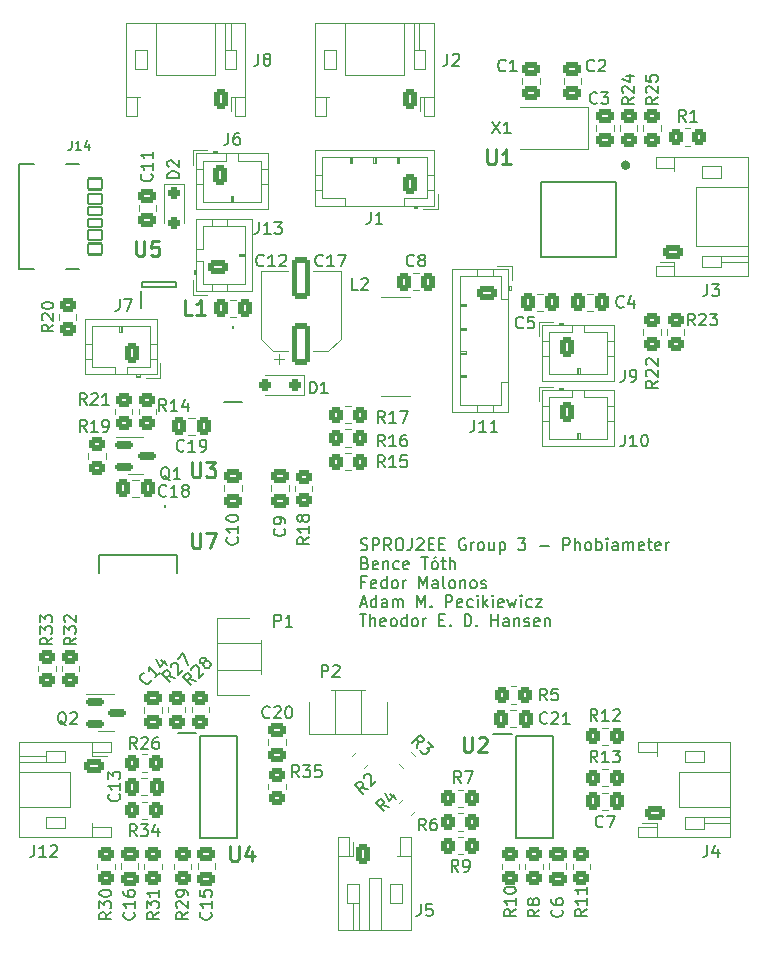
<source format=gto>
%TF.GenerationSoftware,KiCad,Pcbnew,7.0.8*%
%TF.CreationDate,2024-05-03T09:25:26+02:00*%
%TF.ProjectId,SPROJ2 G3_1,5350524f-4a32-4204-9733-5f312e6b6963,rev?*%
%TF.SameCoordinates,Original*%
%TF.FileFunction,Legend,Top*%
%TF.FilePolarity,Positive*%
%FSLAX46Y46*%
G04 Gerber Fmt 4.6, Leading zero omitted, Abs format (unit mm)*
G04 Created by KiCad (PCBNEW 7.0.8) date 2024-05-03 09:25:26*
%MOMM*%
%LPD*%
G01*
G04 APERTURE LIST*
G04 Aperture macros list*
%AMRoundRect*
0 Rectangle with rounded corners*
0 $1 Rounding radius*
0 $2 $3 $4 $5 $6 $7 $8 $9 X,Y pos of 4 corners*
0 Add a 4 corners polygon primitive as box body*
4,1,4,$2,$3,$4,$5,$6,$7,$8,$9,$2,$3,0*
0 Add four circle primitives for the rounded corners*
1,1,$1+$1,$2,$3*
1,1,$1+$1,$4,$5*
1,1,$1+$1,$6,$7*
1,1,$1+$1,$8,$9*
0 Add four rect primitives between the rounded corners*
20,1,$1+$1,$2,$3,$4,$5,0*
20,1,$1+$1,$4,$5,$6,$7,0*
20,1,$1+$1,$6,$7,$8,$9,0*
20,1,$1+$1,$8,$9,$2,$3,0*%
G04 Aperture macros list end*
%ADD10C,0.200000*%
%ADD11C,0.150000*%
%ADD12C,0.254000*%
%ADD13C,0.120000*%
%ADD14C,0.400000*%
%ADD15C,0.127000*%
%ADD16RoundRect,0.250000X0.450000X-0.350000X0.450000X0.350000X-0.450000X0.350000X-0.450000X-0.350000X0*%
%ADD17RoundRect,0.250000X0.350000X0.450000X-0.350000X0.450000X-0.350000X-0.450000X0.350000X-0.450000X0*%
%ADD18R,1.528000X0.700000*%
%ADD19RoundRect,0.250000X-0.070711X0.565685X-0.565685X0.070711X0.070711X-0.565685X0.565685X-0.070711X0*%
%ADD20RoundRect,0.250000X-0.475000X0.337500X-0.475000X-0.337500X0.475000X-0.337500X0.475000X0.337500X0*%
%ADD21RoundRect,0.250000X0.475000X-0.337500X0.475000X0.337500X-0.475000X0.337500X-0.475000X-0.337500X0*%
%ADD22RoundRect,0.250000X0.337500X0.475000X-0.337500X0.475000X-0.337500X-0.475000X0.337500X-0.475000X0*%
%ADD23C,1.620000*%
%ADD24RoundRect,0.250000X0.350000X0.625000X-0.350000X0.625000X-0.350000X-0.625000X0.350000X-0.625000X0*%
%ADD25O,1.200000X1.750000*%
%ADD26RoundRect,0.250000X-0.350000X-0.450000X0.350000X-0.450000X0.350000X0.450000X-0.350000X0.450000X0*%
%ADD27R,1.800000X4.500000*%
%ADD28RoundRect,0.250000X-0.337500X-0.475000X0.337500X-0.475000X0.337500X0.475000X-0.337500X0.475000X0*%
%ADD29RoundRect,0.150000X-0.587500X-0.150000X0.587500X-0.150000X0.587500X0.150000X-0.587500X0.150000X0*%
%ADD30RoundRect,0.250000X-0.250000X0.250000X-0.250000X-0.250000X0.250000X-0.250000X0.250000X0.250000X0*%
%ADD31RoundRect,0.250000X0.625000X-0.350000X0.625000X0.350000X-0.625000X0.350000X-0.625000X-0.350000X0*%
%ADD32O,1.750000X1.200000*%
%ADD33RoundRect,0.250000X-0.450000X0.350000X-0.450000X-0.350000X0.450000X-0.350000X0.450000X0.350000X0*%
%ADD34R,0.600000X1.500000*%
%ADD35R,1.500000X0.600000*%
%ADD36R,2.600000X8.200000*%
%ADD37R,2.000000X2.400000*%
%ADD38R,1.600000X3.000000*%
%ADD39R,5.800000X6.200000*%
%ADD40RoundRect,0.250000X-0.350000X-0.625000X0.350000X-0.625000X0.350000X0.625000X-0.350000X0.625000X0*%
%ADD41R,0.600000X1.400000*%
%ADD42R,1.475000X0.450000*%
%ADD43R,2.460000X2.310000*%
%ADD44RoundRect,0.250000X0.250000X0.250000X-0.250000X0.250000X-0.250000X-0.250000X0.250000X-0.250000X0*%
%ADD45RoundRect,0.250000X-0.565685X-0.070711X-0.070711X-0.565685X0.565685X0.070711X0.070711X0.565685X0*%
%ADD46RoundRect,0.250000X-0.625000X0.350000X-0.625000X-0.350000X0.625000X-0.350000X0.625000X0.350000X0*%
%ADD47RoundRect,0.102000X-0.575000X-0.350000X0.575000X-0.350000X0.575000X0.350000X-0.575000X0.350000X0*%
%ADD48RoundRect,0.102000X-0.575000X-0.400000X0.575000X-0.400000X0.575000X0.400000X-0.575000X0.400000X0*%
%ADD49RoundRect,0.102000X-0.575000X-0.450000X0.575000X-0.450000X0.575000X0.450000X-0.575000X0.450000X0*%
%ADD50O,2.204000X1.204000*%
%ADD51RoundRect,0.250000X0.550000X-1.500000X0.550000X1.500000X-0.550000X1.500000X-0.550000X-1.500000X0*%
G04 APERTURE END LIST*
D10*
X140072054Y-109934600D02*
X140214911Y-109982219D01*
X140214911Y-109982219D02*
X140453006Y-109982219D01*
X140453006Y-109982219D02*
X140548244Y-109934600D01*
X140548244Y-109934600D02*
X140595863Y-109886980D01*
X140595863Y-109886980D02*
X140643482Y-109791742D01*
X140643482Y-109791742D02*
X140643482Y-109696504D01*
X140643482Y-109696504D02*
X140595863Y-109601266D01*
X140595863Y-109601266D02*
X140548244Y-109553647D01*
X140548244Y-109553647D02*
X140453006Y-109506028D01*
X140453006Y-109506028D02*
X140262530Y-109458409D01*
X140262530Y-109458409D02*
X140167292Y-109410790D01*
X140167292Y-109410790D02*
X140119673Y-109363171D01*
X140119673Y-109363171D02*
X140072054Y-109267933D01*
X140072054Y-109267933D02*
X140072054Y-109172695D01*
X140072054Y-109172695D02*
X140119673Y-109077457D01*
X140119673Y-109077457D02*
X140167292Y-109029838D01*
X140167292Y-109029838D02*
X140262530Y-108982219D01*
X140262530Y-108982219D02*
X140500625Y-108982219D01*
X140500625Y-108982219D02*
X140643482Y-109029838D01*
X141072054Y-109982219D02*
X141072054Y-108982219D01*
X141072054Y-108982219D02*
X141453006Y-108982219D01*
X141453006Y-108982219D02*
X141548244Y-109029838D01*
X141548244Y-109029838D02*
X141595863Y-109077457D01*
X141595863Y-109077457D02*
X141643482Y-109172695D01*
X141643482Y-109172695D02*
X141643482Y-109315552D01*
X141643482Y-109315552D02*
X141595863Y-109410790D01*
X141595863Y-109410790D02*
X141548244Y-109458409D01*
X141548244Y-109458409D02*
X141453006Y-109506028D01*
X141453006Y-109506028D02*
X141072054Y-109506028D01*
X142643482Y-109982219D02*
X142310149Y-109506028D01*
X142072054Y-109982219D02*
X142072054Y-108982219D01*
X142072054Y-108982219D02*
X142453006Y-108982219D01*
X142453006Y-108982219D02*
X142548244Y-109029838D01*
X142548244Y-109029838D02*
X142595863Y-109077457D01*
X142595863Y-109077457D02*
X142643482Y-109172695D01*
X142643482Y-109172695D02*
X142643482Y-109315552D01*
X142643482Y-109315552D02*
X142595863Y-109410790D01*
X142595863Y-109410790D02*
X142548244Y-109458409D01*
X142548244Y-109458409D02*
X142453006Y-109506028D01*
X142453006Y-109506028D02*
X142072054Y-109506028D01*
X143262530Y-108982219D02*
X143453006Y-108982219D01*
X143453006Y-108982219D02*
X143548244Y-109029838D01*
X143548244Y-109029838D02*
X143643482Y-109125076D01*
X143643482Y-109125076D02*
X143691101Y-109315552D01*
X143691101Y-109315552D02*
X143691101Y-109648885D01*
X143691101Y-109648885D02*
X143643482Y-109839361D01*
X143643482Y-109839361D02*
X143548244Y-109934600D01*
X143548244Y-109934600D02*
X143453006Y-109982219D01*
X143453006Y-109982219D02*
X143262530Y-109982219D01*
X143262530Y-109982219D02*
X143167292Y-109934600D01*
X143167292Y-109934600D02*
X143072054Y-109839361D01*
X143072054Y-109839361D02*
X143024435Y-109648885D01*
X143024435Y-109648885D02*
X143024435Y-109315552D01*
X143024435Y-109315552D02*
X143072054Y-109125076D01*
X143072054Y-109125076D02*
X143167292Y-109029838D01*
X143167292Y-109029838D02*
X143262530Y-108982219D01*
X144405387Y-108982219D02*
X144405387Y-109696504D01*
X144405387Y-109696504D02*
X144357768Y-109839361D01*
X144357768Y-109839361D02*
X144262530Y-109934600D01*
X144262530Y-109934600D02*
X144119673Y-109982219D01*
X144119673Y-109982219D02*
X144024435Y-109982219D01*
X144833959Y-109077457D02*
X144881578Y-109029838D01*
X144881578Y-109029838D02*
X144976816Y-108982219D01*
X144976816Y-108982219D02*
X145214911Y-108982219D01*
X145214911Y-108982219D02*
X145310149Y-109029838D01*
X145310149Y-109029838D02*
X145357768Y-109077457D01*
X145357768Y-109077457D02*
X145405387Y-109172695D01*
X145405387Y-109172695D02*
X145405387Y-109267933D01*
X145405387Y-109267933D02*
X145357768Y-109410790D01*
X145357768Y-109410790D02*
X144786340Y-109982219D01*
X144786340Y-109982219D02*
X145405387Y-109982219D01*
X145833959Y-109458409D02*
X146167292Y-109458409D01*
X146310149Y-109982219D02*
X145833959Y-109982219D01*
X145833959Y-109982219D02*
X145833959Y-108982219D01*
X145833959Y-108982219D02*
X146310149Y-108982219D01*
X146738721Y-109458409D02*
X147072054Y-109458409D01*
X147214911Y-109982219D02*
X146738721Y-109982219D01*
X146738721Y-109982219D02*
X146738721Y-108982219D01*
X146738721Y-108982219D02*
X147214911Y-108982219D01*
X148929197Y-109029838D02*
X148833959Y-108982219D01*
X148833959Y-108982219D02*
X148691102Y-108982219D01*
X148691102Y-108982219D02*
X148548245Y-109029838D01*
X148548245Y-109029838D02*
X148453007Y-109125076D01*
X148453007Y-109125076D02*
X148405388Y-109220314D01*
X148405388Y-109220314D02*
X148357769Y-109410790D01*
X148357769Y-109410790D02*
X148357769Y-109553647D01*
X148357769Y-109553647D02*
X148405388Y-109744123D01*
X148405388Y-109744123D02*
X148453007Y-109839361D01*
X148453007Y-109839361D02*
X148548245Y-109934600D01*
X148548245Y-109934600D02*
X148691102Y-109982219D01*
X148691102Y-109982219D02*
X148786340Y-109982219D01*
X148786340Y-109982219D02*
X148929197Y-109934600D01*
X148929197Y-109934600D02*
X148976816Y-109886980D01*
X148976816Y-109886980D02*
X148976816Y-109553647D01*
X148976816Y-109553647D02*
X148786340Y-109553647D01*
X149405388Y-109982219D02*
X149405388Y-109315552D01*
X149405388Y-109506028D02*
X149453007Y-109410790D01*
X149453007Y-109410790D02*
X149500626Y-109363171D01*
X149500626Y-109363171D02*
X149595864Y-109315552D01*
X149595864Y-109315552D02*
X149691102Y-109315552D01*
X150167293Y-109982219D02*
X150072055Y-109934600D01*
X150072055Y-109934600D02*
X150024436Y-109886980D01*
X150024436Y-109886980D02*
X149976817Y-109791742D01*
X149976817Y-109791742D02*
X149976817Y-109506028D01*
X149976817Y-109506028D02*
X150024436Y-109410790D01*
X150024436Y-109410790D02*
X150072055Y-109363171D01*
X150072055Y-109363171D02*
X150167293Y-109315552D01*
X150167293Y-109315552D02*
X150310150Y-109315552D01*
X150310150Y-109315552D02*
X150405388Y-109363171D01*
X150405388Y-109363171D02*
X150453007Y-109410790D01*
X150453007Y-109410790D02*
X150500626Y-109506028D01*
X150500626Y-109506028D02*
X150500626Y-109791742D01*
X150500626Y-109791742D02*
X150453007Y-109886980D01*
X150453007Y-109886980D02*
X150405388Y-109934600D01*
X150405388Y-109934600D02*
X150310150Y-109982219D01*
X150310150Y-109982219D02*
X150167293Y-109982219D01*
X151357769Y-109315552D02*
X151357769Y-109982219D01*
X150929198Y-109315552D02*
X150929198Y-109839361D01*
X150929198Y-109839361D02*
X150976817Y-109934600D01*
X150976817Y-109934600D02*
X151072055Y-109982219D01*
X151072055Y-109982219D02*
X151214912Y-109982219D01*
X151214912Y-109982219D02*
X151310150Y-109934600D01*
X151310150Y-109934600D02*
X151357769Y-109886980D01*
X151833960Y-109315552D02*
X151833960Y-110315552D01*
X151833960Y-109363171D02*
X151929198Y-109315552D01*
X151929198Y-109315552D02*
X152119674Y-109315552D01*
X152119674Y-109315552D02*
X152214912Y-109363171D01*
X152214912Y-109363171D02*
X152262531Y-109410790D01*
X152262531Y-109410790D02*
X152310150Y-109506028D01*
X152310150Y-109506028D02*
X152310150Y-109791742D01*
X152310150Y-109791742D02*
X152262531Y-109886980D01*
X152262531Y-109886980D02*
X152214912Y-109934600D01*
X152214912Y-109934600D02*
X152119674Y-109982219D01*
X152119674Y-109982219D02*
X151929198Y-109982219D01*
X151929198Y-109982219D02*
X151833960Y-109934600D01*
X153405389Y-108982219D02*
X154024436Y-108982219D01*
X154024436Y-108982219D02*
X153691103Y-109363171D01*
X153691103Y-109363171D02*
X153833960Y-109363171D01*
X153833960Y-109363171D02*
X153929198Y-109410790D01*
X153929198Y-109410790D02*
X153976817Y-109458409D01*
X153976817Y-109458409D02*
X154024436Y-109553647D01*
X154024436Y-109553647D02*
X154024436Y-109791742D01*
X154024436Y-109791742D02*
X153976817Y-109886980D01*
X153976817Y-109886980D02*
X153929198Y-109934600D01*
X153929198Y-109934600D02*
X153833960Y-109982219D01*
X153833960Y-109982219D02*
X153548246Y-109982219D01*
X153548246Y-109982219D02*
X153453008Y-109934600D01*
X153453008Y-109934600D02*
X153405389Y-109886980D01*
X155214913Y-109601266D02*
X155976818Y-109601266D01*
X157214913Y-109982219D02*
X157214913Y-108982219D01*
X157214913Y-108982219D02*
X157595865Y-108982219D01*
X157595865Y-108982219D02*
X157691103Y-109029838D01*
X157691103Y-109029838D02*
X157738722Y-109077457D01*
X157738722Y-109077457D02*
X157786341Y-109172695D01*
X157786341Y-109172695D02*
X157786341Y-109315552D01*
X157786341Y-109315552D02*
X157738722Y-109410790D01*
X157738722Y-109410790D02*
X157691103Y-109458409D01*
X157691103Y-109458409D02*
X157595865Y-109506028D01*
X157595865Y-109506028D02*
X157214913Y-109506028D01*
X158214913Y-109982219D02*
X158214913Y-108982219D01*
X158643484Y-109982219D02*
X158643484Y-109458409D01*
X158643484Y-109458409D02*
X158595865Y-109363171D01*
X158595865Y-109363171D02*
X158500627Y-109315552D01*
X158500627Y-109315552D02*
X158357770Y-109315552D01*
X158357770Y-109315552D02*
X158262532Y-109363171D01*
X158262532Y-109363171D02*
X158214913Y-109410790D01*
X159262532Y-109982219D02*
X159167294Y-109934600D01*
X159167294Y-109934600D02*
X159119675Y-109886980D01*
X159119675Y-109886980D02*
X159072056Y-109791742D01*
X159072056Y-109791742D02*
X159072056Y-109506028D01*
X159072056Y-109506028D02*
X159119675Y-109410790D01*
X159119675Y-109410790D02*
X159167294Y-109363171D01*
X159167294Y-109363171D02*
X159262532Y-109315552D01*
X159262532Y-109315552D02*
X159405389Y-109315552D01*
X159405389Y-109315552D02*
X159500627Y-109363171D01*
X159500627Y-109363171D02*
X159548246Y-109410790D01*
X159548246Y-109410790D02*
X159595865Y-109506028D01*
X159595865Y-109506028D02*
X159595865Y-109791742D01*
X159595865Y-109791742D02*
X159548246Y-109886980D01*
X159548246Y-109886980D02*
X159500627Y-109934600D01*
X159500627Y-109934600D02*
X159405389Y-109982219D01*
X159405389Y-109982219D02*
X159262532Y-109982219D01*
X160024437Y-109982219D02*
X160024437Y-108982219D01*
X160024437Y-109363171D02*
X160119675Y-109315552D01*
X160119675Y-109315552D02*
X160310151Y-109315552D01*
X160310151Y-109315552D02*
X160405389Y-109363171D01*
X160405389Y-109363171D02*
X160453008Y-109410790D01*
X160453008Y-109410790D02*
X160500627Y-109506028D01*
X160500627Y-109506028D02*
X160500627Y-109791742D01*
X160500627Y-109791742D02*
X160453008Y-109886980D01*
X160453008Y-109886980D02*
X160405389Y-109934600D01*
X160405389Y-109934600D02*
X160310151Y-109982219D01*
X160310151Y-109982219D02*
X160119675Y-109982219D01*
X160119675Y-109982219D02*
X160024437Y-109934600D01*
X160929199Y-109982219D02*
X160929199Y-109315552D01*
X160929199Y-108982219D02*
X160881580Y-109029838D01*
X160881580Y-109029838D02*
X160929199Y-109077457D01*
X160929199Y-109077457D02*
X160976818Y-109029838D01*
X160976818Y-109029838D02*
X160929199Y-108982219D01*
X160929199Y-108982219D02*
X160929199Y-109077457D01*
X161833960Y-109982219D02*
X161833960Y-109458409D01*
X161833960Y-109458409D02*
X161786341Y-109363171D01*
X161786341Y-109363171D02*
X161691103Y-109315552D01*
X161691103Y-109315552D02*
X161500627Y-109315552D01*
X161500627Y-109315552D02*
X161405389Y-109363171D01*
X161833960Y-109934600D02*
X161738722Y-109982219D01*
X161738722Y-109982219D02*
X161500627Y-109982219D01*
X161500627Y-109982219D02*
X161405389Y-109934600D01*
X161405389Y-109934600D02*
X161357770Y-109839361D01*
X161357770Y-109839361D02*
X161357770Y-109744123D01*
X161357770Y-109744123D02*
X161405389Y-109648885D01*
X161405389Y-109648885D02*
X161500627Y-109601266D01*
X161500627Y-109601266D02*
X161738722Y-109601266D01*
X161738722Y-109601266D02*
X161833960Y-109553647D01*
X162310151Y-109982219D02*
X162310151Y-109315552D01*
X162310151Y-109410790D02*
X162357770Y-109363171D01*
X162357770Y-109363171D02*
X162453008Y-109315552D01*
X162453008Y-109315552D02*
X162595865Y-109315552D01*
X162595865Y-109315552D02*
X162691103Y-109363171D01*
X162691103Y-109363171D02*
X162738722Y-109458409D01*
X162738722Y-109458409D02*
X162738722Y-109982219D01*
X162738722Y-109458409D02*
X162786341Y-109363171D01*
X162786341Y-109363171D02*
X162881579Y-109315552D01*
X162881579Y-109315552D02*
X163024436Y-109315552D01*
X163024436Y-109315552D02*
X163119675Y-109363171D01*
X163119675Y-109363171D02*
X163167294Y-109458409D01*
X163167294Y-109458409D02*
X163167294Y-109982219D01*
X164024436Y-109934600D02*
X163929198Y-109982219D01*
X163929198Y-109982219D02*
X163738722Y-109982219D01*
X163738722Y-109982219D02*
X163643484Y-109934600D01*
X163643484Y-109934600D02*
X163595865Y-109839361D01*
X163595865Y-109839361D02*
X163595865Y-109458409D01*
X163595865Y-109458409D02*
X163643484Y-109363171D01*
X163643484Y-109363171D02*
X163738722Y-109315552D01*
X163738722Y-109315552D02*
X163929198Y-109315552D01*
X163929198Y-109315552D02*
X164024436Y-109363171D01*
X164024436Y-109363171D02*
X164072055Y-109458409D01*
X164072055Y-109458409D02*
X164072055Y-109553647D01*
X164072055Y-109553647D02*
X163595865Y-109648885D01*
X164357770Y-109315552D02*
X164738722Y-109315552D01*
X164500627Y-108982219D02*
X164500627Y-109839361D01*
X164500627Y-109839361D02*
X164548246Y-109934600D01*
X164548246Y-109934600D02*
X164643484Y-109982219D01*
X164643484Y-109982219D02*
X164738722Y-109982219D01*
X165453008Y-109934600D02*
X165357770Y-109982219D01*
X165357770Y-109982219D02*
X165167294Y-109982219D01*
X165167294Y-109982219D02*
X165072056Y-109934600D01*
X165072056Y-109934600D02*
X165024437Y-109839361D01*
X165024437Y-109839361D02*
X165024437Y-109458409D01*
X165024437Y-109458409D02*
X165072056Y-109363171D01*
X165072056Y-109363171D02*
X165167294Y-109315552D01*
X165167294Y-109315552D02*
X165357770Y-109315552D01*
X165357770Y-109315552D02*
X165453008Y-109363171D01*
X165453008Y-109363171D02*
X165500627Y-109458409D01*
X165500627Y-109458409D02*
X165500627Y-109553647D01*
X165500627Y-109553647D02*
X165024437Y-109648885D01*
X165929199Y-109982219D02*
X165929199Y-109315552D01*
X165929199Y-109506028D02*
X165976818Y-109410790D01*
X165976818Y-109410790D02*
X166024437Y-109363171D01*
X166024437Y-109363171D02*
X166119675Y-109315552D01*
X166119675Y-109315552D02*
X166214913Y-109315552D01*
X140453006Y-111068409D02*
X140595863Y-111116028D01*
X140595863Y-111116028D02*
X140643482Y-111163647D01*
X140643482Y-111163647D02*
X140691101Y-111258885D01*
X140691101Y-111258885D02*
X140691101Y-111401742D01*
X140691101Y-111401742D02*
X140643482Y-111496980D01*
X140643482Y-111496980D02*
X140595863Y-111544600D01*
X140595863Y-111544600D02*
X140500625Y-111592219D01*
X140500625Y-111592219D02*
X140119673Y-111592219D01*
X140119673Y-111592219D02*
X140119673Y-110592219D01*
X140119673Y-110592219D02*
X140453006Y-110592219D01*
X140453006Y-110592219D02*
X140548244Y-110639838D01*
X140548244Y-110639838D02*
X140595863Y-110687457D01*
X140595863Y-110687457D02*
X140643482Y-110782695D01*
X140643482Y-110782695D02*
X140643482Y-110877933D01*
X140643482Y-110877933D02*
X140595863Y-110973171D01*
X140595863Y-110973171D02*
X140548244Y-111020790D01*
X140548244Y-111020790D02*
X140453006Y-111068409D01*
X140453006Y-111068409D02*
X140119673Y-111068409D01*
X141500625Y-111544600D02*
X141405387Y-111592219D01*
X141405387Y-111592219D02*
X141214911Y-111592219D01*
X141214911Y-111592219D02*
X141119673Y-111544600D01*
X141119673Y-111544600D02*
X141072054Y-111449361D01*
X141072054Y-111449361D02*
X141072054Y-111068409D01*
X141072054Y-111068409D02*
X141119673Y-110973171D01*
X141119673Y-110973171D02*
X141214911Y-110925552D01*
X141214911Y-110925552D02*
X141405387Y-110925552D01*
X141405387Y-110925552D02*
X141500625Y-110973171D01*
X141500625Y-110973171D02*
X141548244Y-111068409D01*
X141548244Y-111068409D02*
X141548244Y-111163647D01*
X141548244Y-111163647D02*
X141072054Y-111258885D01*
X141976816Y-110925552D02*
X141976816Y-111592219D01*
X141976816Y-111020790D02*
X142024435Y-110973171D01*
X142024435Y-110973171D02*
X142119673Y-110925552D01*
X142119673Y-110925552D02*
X142262530Y-110925552D01*
X142262530Y-110925552D02*
X142357768Y-110973171D01*
X142357768Y-110973171D02*
X142405387Y-111068409D01*
X142405387Y-111068409D02*
X142405387Y-111592219D01*
X143310149Y-111544600D02*
X143214911Y-111592219D01*
X143214911Y-111592219D02*
X143024435Y-111592219D01*
X143024435Y-111592219D02*
X142929197Y-111544600D01*
X142929197Y-111544600D02*
X142881578Y-111496980D01*
X142881578Y-111496980D02*
X142833959Y-111401742D01*
X142833959Y-111401742D02*
X142833959Y-111116028D01*
X142833959Y-111116028D02*
X142881578Y-111020790D01*
X142881578Y-111020790D02*
X142929197Y-110973171D01*
X142929197Y-110973171D02*
X143024435Y-110925552D01*
X143024435Y-110925552D02*
X143214911Y-110925552D01*
X143214911Y-110925552D02*
X143310149Y-110973171D01*
X144119673Y-111544600D02*
X144024435Y-111592219D01*
X144024435Y-111592219D02*
X143833959Y-111592219D01*
X143833959Y-111592219D02*
X143738721Y-111544600D01*
X143738721Y-111544600D02*
X143691102Y-111449361D01*
X143691102Y-111449361D02*
X143691102Y-111068409D01*
X143691102Y-111068409D02*
X143738721Y-110973171D01*
X143738721Y-110973171D02*
X143833959Y-110925552D01*
X143833959Y-110925552D02*
X144024435Y-110925552D01*
X144024435Y-110925552D02*
X144119673Y-110973171D01*
X144119673Y-110973171D02*
X144167292Y-111068409D01*
X144167292Y-111068409D02*
X144167292Y-111163647D01*
X144167292Y-111163647D02*
X143691102Y-111258885D01*
X145214912Y-110592219D02*
X145786340Y-110592219D01*
X145500626Y-111592219D02*
X145500626Y-110592219D01*
X146262531Y-111592219D02*
X146167293Y-111544600D01*
X146167293Y-111544600D02*
X146119674Y-111496980D01*
X146119674Y-111496980D02*
X146072055Y-111401742D01*
X146072055Y-111401742D02*
X146072055Y-111116028D01*
X146072055Y-111116028D02*
X146119674Y-111020790D01*
X146119674Y-111020790D02*
X146167293Y-110973171D01*
X146167293Y-110973171D02*
X146262531Y-110925552D01*
X146262531Y-110925552D02*
X146405388Y-110925552D01*
X146405388Y-110925552D02*
X146500626Y-110973171D01*
X146500626Y-110973171D02*
X146548245Y-111020790D01*
X146548245Y-111020790D02*
X146595864Y-111116028D01*
X146595864Y-111116028D02*
X146595864Y-111401742D01*
X146595864Y-111401742D02*
X146548245Y-111496980D01*
X146548245Y-111496980D02*
X146500626Y-111544600D01*
X146500626Y-111544600D02*
X146405388Y-111592219D01*
X146405388Y-111592219D02*
X146262531Y-111592219D01*
X146453007Y-110544600D02*
X146310150Y-110687457D01*
X146881579Y-110925552D02*
X147262531Y-110925552D01*
X147024436Y-110592219D02*
X147024436Y-111449361D01*
X147024436Y-111449361D02*
X147072055Y-111544600D01*
X147072055Y-111544600D02*
X147167293Y-111592219D01*
X147167293Y-111592219D02*
X147262531Y-111592219D01*
X147595865Y-111592219D02*
X147595865Y-110592219D01*
X148024436Y-111592219D02*
X148024436Y-111068409D01*
X148024436Y-111068409D02*
X147976817Y-110973171D01*
X147976817Y-110973171D02*
X147881579Y-110925552D01*
X147881579Y-110925552D02*
X147738722Y-110925552D01*
X147738722Y-110925552D02*
X147643484Y-110973171D01*
X147643484Y-110973171D02*
X147595865Y-111020790D01*
X140453006Y-112678409D02*
X140119673Y-112678409D01*
X140119673Y-113202219D02*
X140119673Y-112202219D01*
X140119673Y-112202219D02*
X140595863Y-112202219D01*
X141357768Y-113154600D02*
X141262530Y-113202219D01*
X141262530Y-113202219D02*
X141072054Y-113202219D01*
X141072054Y-113202219D02*
X140976816Y-113154600D01*
X140976816Y-113154600D02*
X140929197Y-113059361D01*
X140929197Y-113059361D02*
X140929197Y-112678409D01*
X140929197Y-112678409D02*
X140976816Y-112583171D01*
X140976816Y-112583171D02*
X141072054Y-112535552D01*
X141072054Y-112535552D02*
X141262530Y-112535552D01*
X141262530Y-112535552D02*
X141357768Y-112583171D01*
X141357768Y-112583171D02*
X141405387Y-112678409D01*
X141405387Y-112678409D02*
X141405387Y-112773647D01*
X141405387Y-112773647D02*
X140929197Y-112868885D01*
X142262530Y-113202219D02*
X142262530Y-112202219D01*
X142262530Y-113154600D02*
X142167292Y-113202219D01*
X142167292Y-113202219D02*
X141976816Y-113202219D01*
X141976816Y-113202219D02*
X141881578Y-113154600D01*
X141881578Y-113154600D02*
X141833959Y-113106980D01*
X141833959Y-113106980D02*
X141786340Y-113011742D01*
X141786340Y-113011742D02*
X141786340Y-112726028D01*
X141786340Y-112726028D02*
X141833959Y-112630790D01*
X141833959Y-112630790D02*
X141881578Y-112583171D01*
X141881578Y-112583171D02*
X141976816Y-112535552D01*
X141976816Y-112535552D02*
X142167292Y-112535552D01*
X142167292Y-112535552D02*
X142262530Y-112583171D01*
X142881578Y-113202219D02*
X142786340Y-113154600D01*
X142786340Y-113154600D02*
X142738721Y-113106980D01*
X142738721Y-113106980D02*
X142691102Y-113011742D01*
X142691102Y-113011742D02*
X142691102Y-112726028D01*
X142691102Y-112726028D02*
X142738721Y-112630790D01*
X142738721Y-112630790D02*
X142786340Y-112583171D01*
X142786340Y-112583171D02*
X142881578Y-112535552D01*
X142881578Y-112535552D02*
X143024435Y-112535552D01*
X143024435Y-112535552D02*
X143119673Y-112583171D01*
X143119673Y-112583171D02*
X143167292Y-112630790D01*
X143167292Y-112630790D02*
X143214911Y-112726028D01*
X143214911Y-112726028D02*
X143214911Y-113011742D01*
X143214911Y-113011742D02*
X143167292Y-113106980D01*
X143167292Y-113106980D02*
X143119673Y-113154600D01*
X143119673Y-113154600D02*
X143024435Y-113202219D01*
X143024435Y-113202219D02*
X142881578Y-113202219D01*
X143643483Y-113202219D02*
X143643483Y-112535552D01*
X143643483Y-112726028D02*
X143691102Y-112630790D01*
X143691102Y-112630790D02*
X143738721Y-112583171D01*
X143738721Y-112583171D02*
X143833959Y-112535552D01*
X143833959Y-112535552D02*
X143929197Y-112535552D01*
X145024436Y-113202219D02*
X145024436Y-112202219D01*
X145024436Y-112202219D02*
X145357769Y-112916504D01*
X145357769Y-112916504D02*
X145691102Y-112202219D01*
X145691102Y-112202219D02*
X145691102Y-113202219D01*
X146595864Y-113202219D02*
X146595864Y-112678409D01*
X146595864Y-112678409D02*
X146548245Y-112583171D01*
X146548245Y-112583171D02*
X146453007Y-112535552D01*
X146453007Y-112535552D02*
X146262531Y-112535552D01*
X146262531Y-112535552D02*
X146167293Y-112583171D01*
X146595864Y-113154600D02*
X146500626Y-113202219D01*
X146500626Y-113202219D02*
X146262531Y-113202219D01*
X146262531Y-113202219D02*
X146167293Y-113154600D01*
X146167293Y-113154600D02*
X146119674Y-113059361D01*
X146119674Y-113059361D02*
X146119674Y-112964123D01*
X146119674Y-112964123D02*
X146167293Y-112868885D01*
X146167293Y-112868885D02*
X146262531Y-112821266D01*
X146262531Y-112821266D02*
X146500626Y-112821266D01*
X146500626Y-112821266D02*
X146595864Y-112773647D01*
X147214912Y-113202219D02*
X147119674Y-113154600D01*
X147119674Y-113154600D02*
X147072055Y-113059361D01*
X147072055Y-113059361D02*
X147072055Y-112202219D01*
X147738722Y-113202219D02*
X147643484Y-113154600D01*
X147643484Y-113154600D02*
X147595865Y-113106980D01*
X147595865Y-113106980D02*
X147548246Y-113011742D01*
X147548246Y-113011742D02*
X147548246Y-112726028D01*
X147548246Y-112726028D02*
X147595865Y-112630790D01*
X147595865Y-112630790D02*
X147643484Y-112583171D01*
X147643484Y-112583171D02*
X147738722Y-112535552D01*
X147738722Y-112535552D02*
X147881579Y-112535552D01*
X147881579Y-112535552D02*
X147976817Y-112583171D01*
X147976817Y-112583171D02*
X148024436Y-112630790D01*
X148024436Y-112630790D02*
X148072055Y-112726028D01*
X148072055Y-112726028D02*
X148072055Y-113011742D01*
X148072055Y-113011742D02*
X148024436Y-113106980D01*
X148024436Y-113106980D02*
X147976817Y-113154600D01*
X147976817Y-113154600D02*
X147881579Y-113202219D01*
X147881579Y-113202219D02*
X147738722Y-113202219D01*
X148500627Y-112535552D02*
X148500627Y-113202219D01*
X148500627Y-112630790D02*
X148548246Y-112583171D01*
X148548246Y-112583171D02*
X148643484Y-112535552D01*
X148643484Y-112535552D02*
X148786341Y-112535552D01*
X148786341Y-112535552D02*
X148881579Y-112583171D01*
X148881579Y-112583171D02*
X148929198Y-112678409D01*
X148929198Y-112678409D02*
X148929198Y-113202219D01*
X149548246Y-113202219D02*
X149453008Y-113154600D01*
X149453008Y-113154600D02*
X149405389Y-113106980D01*
X149405389Y-113106980D02*
X149357770Y-113011742D01*
X149357770Y-113011742D02*
X149357770Y-112726028D01*
X149357770Y-112726028D02*
X149405389Y-112630790D01*
X149405389Y-112630790D02*
X149453008Y-112583171D01*
X149453008Y-112583171D02*
X149548246Y-112535552D01*
X149548246Y-112535552D02*
X149691103Y-112535552D01*
X149691103Y-112535552D02*
X149786341Y-112583171D01*
X149786341Y-112583171D02*
X149833960Y-112630790D01*
X149833960Y-112630790D02*
X149881579Y-112726028D01*
X149881579Y-112726028D02*
X149881579Y-113011742D01*
X149881579Y-113011742D02*
X149833960Y-113106980D01*
X149833960Y-113106980D02*
X149786341Y-113154600D01*
X149786341Y-113154600D02*
X149691103Y-113202219D01*
X149691103Y-113202219D02*
X149548246Y-113202219D01*
X150262532Y-113154600D02*
X150357770Y-113202219D01*
X150357770Y-113202219D02*
X150548246Y-113202219D01*
X150548246Y-113202219D02*
X150643484Y-113154600D01*
X150643484Y-113154600D02*
X150691103Y-113059361D01*
X150691103Y-113059361D02*
X150691103Y-113011742D01*
X150691103Y-113011742D02*
X150643484Y-112916504D01*
X150643484Y-112916504D02*
X150548246Y-112868885D01*
X150548246Y-112868885D02*
X150405389Y-112868885D01*
X150405389Y-112868885D02*
X150310151Y-112821266D01*
X150310151Y-112821266D02*
X150262532Y-112726028D01*
X150262532Y-112726028D02*
X150262532Y-112678409D01*
X150262532Y-112678409D02*
X150310151Y-112583171D01*
X150310151Y-112583171D02*
X150405389Y-112535552D01*
X150405389Y-112535552D02*
X150548246Y-112535552D01*
X150548246Y-112535552D02*
X150643484Y-112583171D01*
X140072054Y-114526504D02*
X140548244Y-114526504D01*
X139976816Y-114812219D02*
X140310149Y-113812219D01*
X140310149Y-113812219D02*
X140643482Y-114812219D01*
X141405387Y-114812219D02*
X141405387Y-113812219D01*
X141405387Y-114764600D02*
X141310149Y-114812219D01*
X141310149Y-114812219D02*
X141119673Y-114812219D01*
X141119673Y-114812219D02*
X141024435Y-114764600D01*
X141024435Y-114764600D02*
X140976816Y-114716980D01*
X140976816Y-114716980D02*
X140929197Y-114621742D01*
X140929197Y-114621742D02*
X140929197Y-114336028D01*
X140929197Y-114336028D02*
X140976816Y-114240790D01*
X140976816Y-114240790D02*
X141024435Y-114193171D01*
X141024435Y-114193171D02*
X141119673Y-114145552D01*
X141119673Y-114145552D02*
X141310149Y-114145552D01*
X141310149Y-114145552D02*
X141405387Y-114193171D01*
X142310149Y-114812219D02*
X142310149Y-114288409D01*
X142310149Y-114288409D02*
X142262530Y-114193171D01*
X142262530Y-114193171D02*
X142167292Y-114145552D01*
X142167292Y-114145552D02*
X141976816Y-114145552D01*
X141976816Y-114145552D02*
X141881578Y-114193171D01*
X142310149Y-114764600D02*
X142214911Y-114812219D01*
X142214911Y-114812219D02*
X141976816Y-114812219D01*
X141976816Y-114812219D02*
X141881578Y-114764600D01*
X141881578Y-114764600D02*
X141833959Y-114669361D01*
X141833959Y-114669361D02*
X141833959Y-114574123D01*
X141833959Y-114574123D02*
X141881578Y-114478885D01*
X141881578Y-114478885D02*
X141976816Y-114431266D01*
X141976816Y-114431266D02*
X142214911Y-114431266D01*
X142214911Y-114431266D02*
X142310149Y-114383647D01*
X142786340Y-114812219D02*
X142786340Y-114145552D01*
X142786340Y-114240790D02*
X142833959Y-114193171D01*
X142833959Y-114193171D02*
X142929197Y-114145552D01*
X142929197Y-114145552D02*
X143072054Y-114145552D01*
X143072054Y-114145552D02*
X143167292Y-114193171D01*
X143167292Y-114193171D02*
X143214911Y-114288409D01*
X143214911Y-114288409D02*
X143214911Y-114812219D01*
X143214911Y-114288409D02*
X143262530Y-114193171D01*
X143262530Y-114193171D02*
X143357768Y-114145552D01*
X143357768Y-114145552D02*
X143500625Y-114145552D01*
X143500625Y-114145552D02*
X143595864Y-114193171D01*
X143595864Y-114193171D02*
X143643483Y-114288409D01*
X143643483Y-114288409D02*
X143643483Y-114812219D01*
X144881578Y-114812219D02*
X144881578Y-113812219D01*
X144881578Y-113812219D02*
X145214911Y-114526504D01*
X145214911Y-114526504D02*
X145548244Y-113812219D01*
X145548244Y-113812219D02*
X145548244Y-114812219D01*
X146024435Y-114716980D02*
X146072054Y-114764600D01*
X146072054Y-114764600D02*
X146024435Y-114812219D01*
X146024435Y-114812219D02*
X145976816Y-114764600D01*
X145976816Y-114764600D02*
X146024435Y-114716980D01*
X146024435Y-114716980D02*
X146024435Y-114812219D01*
X147262530Y-114812219D02*
X147262530Y-113812219D01*
X147262530Y-113812219D02*
X147643482Y-113812219D01*
X147643482Y-113812219D02*
X147738720Y-113859838D01*
X147738720Y-113859838D02*
X147786339Y-113907457D01*
X147786339Y-113907457D02*
X147833958Y-114002695D01*
X147833958Y-114002695D02*
X147833958Y-114145552D01*
X147833958Y-114145552D02*
X147786339Y-114240790D01*
X147786339Y-114240790D02*
X147738720Y-114288409D01*
X147738720Y-114288409D02*
X147643482Y-114336028D01*
X147643482Y-114336028D02*
X147262530Y-114336028D01*
X148643482Y-114764600D02*
X148548244Y-114812219D01*
X148548244Y-114812219D02*
X148357768Y-114812219D01*
X148357768Y-114812219D02*
X148262530Y-114764600D01*
X148262530Y-114764600D02*
X148214911Y-114669361D01*
X148214911Y-114669361D02*
X148214911Y-114288409D01*
X148214911Y-114288409D02*
X148262530Y-114193171D01*
X148262530Y-114193171D02*
X148357768Y-114145552D01*
X148357768Y-114145552D02*
X148548244Y-114145552D01*
X148548244Y-114145552D02*
X148643482Y-114193171D01*
X148643482Y-114193171D02*
X148691101Y-114288409D01*
X148691101Y-114288409D02*
X148691101Y-114383647D01*
X148691101Y-114383647D02*
X148214911Y-114478885D01*
X149548244Y-114764600D02*
X149453006Y-114812219D01*
X149453006Y-114812219D02*
X149262530Y-114812219D01*
X149262530Y-114812219D02*
X149167292Y-114764600D01*
X149167292Y-114764600D02*
X149119673Y-114716980D01*
X149119673Y-114716980D02*
X149072054Y-114621742D01*
X149072054Y-114621742D02*
X149072054Y-114336028D01*
X149072054Y-114336028D02*
X149119673Y-114240790D01*
X149119673Y-114240790D02*
X149167292Y-114193171D01*
X149167292Y-114193171D02*
X149262530Y-114145552D01*
X149262530Y-114145552D02*
X149453006Y-114145552D01*
X149453006Y-114145552D02*
X149548244Y-114193171D01*
X149976816Y-114812219D02*
X149976816Y-114145552D01*
X149976816Y-113812219D02*
X149929197Y-113859838D01*
X149929197Y-113859838D02*
X149976816Y-113907457D01*
X149976816Y-113907457D02*
X150024435Y-113859838D01*
X150024435Y-113859838D02*
X149976816Y-113812219D01*
X149976816Y-113812219D02*
X149976816Y-113907457D01*
X150453006Y-114812219D02*
X150453006Y-113812219D01*
X150548244Y-114431266D02*
X150833958Y-114812219D01*
X150833958Y-114145552D02*
X150453006Y-114526504D01*
X151262530Y-114812219D02*
X151262530Y-114145552D01*
X151262530Y-113812219D02*
X151214911Y-113859838D01*
X151214911Y-113859838D02*
X151262530Y-113907457D01*
X151262530Y-113907457D02*
X151310149Y-113859838D01*
X151310149Y-113859838D02*
X151262530Y-113812219D01*
X151262530Y-113812219D02*
X151262530Y-113907457D01*
X152119672Y-114764600D02*
X152024434Y-114812219D01*
X152024434Y-114812219D02*
X151833958Y-114812219D01*
X151833958Y-114812219D02*
X151738720Y-114764600D01*
X151738720Y-114764600D02*
X151691101Y-114669361D01*
X151691101Y-114669361D02*
X151691101Y-114288409D01*
X151691101Y-114288409D02*
X151738720Y-114193171D01*
X151738720Y-114193171D02*
X151833958Y-114145552D01*
X151833958Y-114145552D02*
X152024434Y-114145552D01*
X152024434Y-114145552D02*
X152119672Y-114193171D01*
X152119672Y-114193171D02*
X152167291Y-114288409D01*
X152167291Y-114288409D02*
X152167291Y-114383647D01*
X152167291Y-114383647D02*
X151691101Y-114478885D01*
X152500625Y-114145552D02*
X152691101Y-114812219D01*
X152691101Y-114812219D02*
X152881577Y-114336028D01*
X152881577Y-114336028D02*
X153072053Y-114812219D01*
X153072053Y-114812219D02*
X153262529Y-114145552D01*
X153643482Y-114812219D02*
X153643482Y-114145552D01*
X153643482Y-113812219D02*
X153595863Y-113859838D01*
X153595863Y-113859838D02*
X153643482Y-113907457D01*
X153643482Y-113907457D02*
X153691101Y-113859838D01*
X153691101Y-113859838D02*
X153643482Y-113812219D01*
X153643482Y-113812219D02*
X153643482Y-113907457D01*
X154548243Y-114764600D02*
X154453005Y-114812219D01*
X154453005Y-114812219D02*
X154262529Y-114812219D01*
X154262529Y-114812219D02*
X154167291Y-114764600D01*
X154167291Y-114764600D02*
X154119672Y-114716980D01*
X154119672Y-114716980D02*
X154072053Y-114621742D01*
X154072053Y-114621742D02*
X154072053Y-114336028D01*
X154072053Y-114336028D02*
X154119672Y-114240790D01*
X154119672Y-114240790D02*
X154167291Y-114193171D01*
X154167291Y-114193171D02*
X154262529Y-114145552D01*
X154262529Y-114145552D02*
X154453005Y-114145552D01*
X154453005Y-114145552D02*
X154548243Y-114193171D01*
X154881577Y-114145552D02*
X155405386Y-114145552D01*
X155405386Y-114145552D02*
X154881577Y-114812219D01*
X154881577Y-114812219D02*
X155405386Y-114812219D01*
X139976816Y-115422219D02*
X140548244Y-115422219D01*
X140262530Y-116422219D02*
X140262530Y-115422219D01*
X140881578Y-116422219D02*
X140881578Y-115422219D01*
X141310149Y-116422219D02*
X141310149Y-115898409D01*
X141310149Y-115898409D02*
X141262530Y-115803171D01*
X141262530Y-115803171D02*
X141167292Y-115755552D01*
X141167292Y-115755552D02*
X141024435Y-115755552D01*
X141024435Y-115755552D02*
X140929197Y-115803171D01*
X140929197Y-115803171D02*
X140881578Y-115850790D01*
X142167292Y-116374600D02*
X142072054Y-116422219D01*
X142072054Y-116422219D02*
X141881578Y-116422219D01*
X141881578Y-116422219D02*
X141786340Y-116374600D01*
X141786340Y-116374600D02*
X141738721Y-116279361D01*
X141738721Y-116279361D02*
X141738721Y-115898409D01*
X141738721Y-115898409D02*
X141786340Y-115803171D01*
X141786340Y-115803171D02*
X141881578Y-115755552D01*
X141881578Y-115755552D02*
X142072054Y-115755552D01*
X142072054Y-115755552D02*
X142167292Y-115803171D01*
X142167292Y-115803171D02*
X142214911Y-115898409D01*
X142214911Y-115898409D02*
X142214911Y-115993647D01*
X142214911Y-115993647D02*
X141738721Y-116088885D01*
X142786340Y-116422219D02*
X142691102Y-116374600D01*
X142691102Y-116374600D02*
X142643483Y-116326980D01*
X142643483Y-116326980D02*
X142595864Y-116231742D01*
X142595864Y-116231742D02*
X142595864Y-115946028D01*
X142595864Y-115946028D02*
X142643483Y-115850790D01*
X142643483Y-115850790D02*
X142691102Y-115803171D01*
X142691102Y-115803171D02*
X142786340Y-115755552D01*
X142786340Y-115755552D02*
X142929197Y-115755552D01*
X142929197Y-115755552D02*
X143024435Y-115803171D01*
X143024435Y-115803171D02*
X143072054Y-115850790D01*
X143072054Y-115850790D02*
X143119673Y-115946028D01*
X143119673Y-115946028D02*
X143119673Y-116231742D01*
X143119673Y-116231742D02*
X143072054Y-116326980D01*
X143072054Y-116326980D02*
X143024435Y-116374600D01*
X143024435Y-116374600D02*
X142929197Y-116422219D01*
X142929197Y-116422219D02*
X142786340Y-116422219D01*
X143976816Y-116422219D02*
X143976816Y-115422219D01*
X143976816Y-116374600D02*
X143881578Y-116422219D01*
X143881578Y-116422219D02*
X143691102Y-116422219D01*
X143691102Y-116422219D02*
X143595864Y-116374600D01*
X143595864Y-116374600D02*
X143548245Y-116326980D01*
X143548245Y-116326980D02*
X143500626Y-116231742D01*
X143500626Y-116231742D02*
X143500626Y-115946028D01*
X143500626Y-115946028D02*
X143548245Y-115850790D01*
X143548245Y-115850790D02*
X143595864Y-115803171D01*
X143595864Y-115803171D02*
X143691102Y-115755552D01*
X143691102Y-115755552D02*
X143881578Y-115755552D01*
X143881578Y-115755552D02*
X143976816Y-115803171D01*
X144595864Y-116422219D02*
X144500626Y-116374600D01*
X144500626Y-116374600D02*
X144453007Y-116326980D01*
X144453007Y-116326980D02*
X144405388Y-116231742D01*
X144405388Y-116231742D02*
X144405388Y-115946028D01*
X144405388Y-115946028D02*
X144453007Y-115850790D01*
X144453007Y-115850790D02*
X144500626Y-115803171D01*
X144500626Y-115803171D02*
X144595864Y-115755552D01*
X144595864Y-115755552D02*
X144738721Y-115755552D01*
X144738721Y-115755552D02*
X144833959Y-115803171D01*
X144833959Y-115803171D02*
X144881578Y-115850790D01*
X144881578Y-115850790D02*
X144929197Y-115946028D01*
X144929197Y-115946028D02*
X144929197Y-116231742D01*
X144929197Y-116231742D02*
X144881578Y-116326980D01*
X144881578Y-116326980D02*
X144833959Y-116374600D01*
X144833959Y-116374600D02*
X144738721Y-116422219D01*
X144738721Y-116422219D02*
X144595864Y-116422219D01*
X145357769Y-116422219D02*
X145357769Y-115755552D01*
X145357769Y-115946028D02*
X145405388Y-115850790D01*
X145405388Y-115850790D02*
X145453007Y-115803171D01*
X145453007Y-115803171D02*
X145548245Y-115755552D01*
X145548245Y-115755552D02*
X145643483Y-115755552D01*
X146738722Y-115898409D02*
X147072055Y-115898409D01*
X147214912Y-116422219D02*
X146738722Y-116422219D01*
X146738722Y-116422219D02*
X146738722Y-115422219D01*
X146738722Y-115422219D02*
X147214912Y-115422219D01*
X147643484Y-116326980D02*
X147691103Y-116374600D01*
X147691103Y-116374600D02*
X147643484Y-116422219D01*
X147643484Y-116422219D02*
X147595865Y-116374600D01*
X147595865Y-116374600D02*
X147643484Y-116326980D01*
X147643484Y-116326980D02*
X147643484Y-116422219D01*
X148881579Y-116422219D02*
X148881579Y-115422219D01*
X148881579Y-115422219D02*
X149119674Y-115422219D01*
X149119674Y-115422219D02*
X149262531Y-115469838D01*
X149262531Y-115469838D02*
X149357769Y-115565076D01*
X149357769Y-115565076D02*
X149405388Y-115660314D01*
X149405388Y-115660314D02*
X149453007Y-115850790D01*
X149453007Y-115850790D02*
X149453007Y-115993647D01*
X149453007Y-115993647D02*
X149405388Y-116184123D01*
X149405388Y-116184123D02*
X149357769Y-116279361D01*
X149357769Y-116279361D02*
X149262531Y-116374600D01*
X149262531Y-116374600D02*
X149119674Y-116422219D01*
X149119674Y-116422219D02*
X148881579Y-116422219D01*
X149881579Y-116326980D02*
X149929198Y-116374600D01*
X149929198Y-116374600D02*
X149881579Y-116422219D01*
X149881579Y-116422219D02*
X149833960Y-116374600D01*
X149833960Y-116374600D02*
X149881579Y-116326980D01*
X149881579Y-116326980D02*
X149881579Y-116422219D01*
X151119674Y-116422219D02*
X151119674Y-115422219D01*
X151119674Y-115898409D02*
X151691102Y-115898409D01*
X151691102Y-116422219D02*
X151691102Y-115422219D01*
X152595864Y-116422219D02*
X152595864Y-115898409D01*
X152595864Y-115898409D02*
X152548245Y-115803171D01*
X152548245Y-115803171D02*
X152453007Y-115755552D01*
X152453007Y-115755552D02*
X152262531Y-115755552D01*
X152262531Y-115755552D02*
X152167293Y-115803171D01*
X152595864Y-116374600D02*
X152500626Y-116422219D01*
X152500626Y-116422219D02*
X152262531Y-116422219D01*
X152262531Y-116422219D02*
X152167293Y-116374600D01*
X152167293Y-116374600D02*
X152119674Y-116279361D01*
X152119674Y-116279361D02*
X152119674Y-116184123D01*
X152119674Y-116184123D02*
X152167293Y-116088885D01*
X152167293Y-116088885D02*
X152262531Y-116041266D01*
X152262531Y-116041266D02*
X152500626Y-116041266D01*
X152500626Y-116041266D02*
X152595864Y-115993647D01*
X153072055Y-115755552D02*
X153072055Y-116422219D01*
X153072055Y-115850790D02*
X153119674Y-115803171D01*
X153119674Y-115803171D02*
X153214912Y-115755552D01*
X153214912Y-115755552D02*
X153357769Y-115755552D01*
X153357769Y-115755552D02*
X153453007Y-115803171D01*
X153453007Y-115803171D02*
X153500626Y-115898409D01*
X153500626Y-115898409D02*
X153500626Y-116422219D01*
X153929198Y-116374600D02*
X154024436Y-116422219D01*
X154024436Y-116422219D02*
X154214912Y-116422219D01*
X154214912Y-116422219D02*
X154310150Y-116374600D01*
X154310150Y-116374600D02*
X154357769Y-116279361D01*
X154357769Y-116279361D02*
X154357769Y-116231742D01*
X154357769Y-116231742D02*
X154310150Y-116136504D01*
X154310150Y-116136504D02*
X154214912Y-116088885D01*
X154214912Y-116088885D02*
X154072055Y-116088885D01*
X154072055Y-116088885D02*
X153976817Y-116041266D01*
X153976817Y-116041266D02*
X153929198Y-115946028D01*
X153929198Y-115946028D02*
X153929198Y-115898409D01*
X153929198Y-115898409D02*
X153976817Y-115803171D01*
X153976817Y-115803171D02*
X154072055Y-115755552D01*
X154072055Y-115755552D02*
X154214912Y-115755552D01*
X154214912Y-115755552D02*
X154310150Y-115803171D01*
X155167293Y-116374600D02*
X155072055Y-116422219D01*
X155072055Y-116422219D02*
X154881579Y-116422219D01*
X154881579Y-116422219D02*
X154786341Y-116374600D01*
X154786341Y-116374600D02*
X154738722Y-116279361D01*
X154738722Y-116279361D02*
X154738722Y-115898409D01*
X154738722Y-115898409D02*
X154786341Y-115803171D01*
X154786341Y-115803171D02*
X154881579Y-115755552D01*
X154881579Y-115755552D02*
X155072055Y-115755552D01*
X155072055Y-115755552D02*
X155167293Y-115803171D01*
X155167293Y-115803171D02*
X155214912Y-115898409D01*
X155214912Y-115898409D02*
X155214912Y-115993647D01*
X155214912Y-115993647D02*
X154738722Y-116088885D01*
X155643484Y-115755552D02*
X155643484Y-116422219D01*
X155643484Y-115850790D02*
X155691103Y-115803171D01*
X155691103Y-115803171D02*
X155786341Y-115755552D01*
X155786341Y-115755552D02*
X155929198Y-115755552D01*
X155929198Y-115755552D02*
X156024436Y-115803171D01*
X156024436Y-115803171D02*
X156072055Y-115898409D01*
X156072055Y-115898409D02*
X156072055Y-116422219D01*
D11*
X165204819Y-95642857D02*
X164728628Y-95976190D01*
X165204819Y-96214285D02*
X164204819Y-96214285D01*
X164204819Y-96214285D02*
X164204819Y-95833333D01*
X164204819Y-95833333D02*
X164252438Y-95738095D01*
X164252438Y-95738095D02*
X164300057Y-95690476D01*
X164300057Y-95690476D02*
X164395295Y-95642857D01*
X164395295Y-95642857D02*
X164538152Y-95642857D01*
X164538152Y-95642857D02*
X164633390Y-95690476D01*
X164633390Y-95690476D02*
X164681009Y-95738095D01*
X164681009Y-95738095D02*
X164728628Y-95833333D01*
X164728628Y-95833333D02*
X164728628Y-96214285D01*
X164300057Y-95261904D02*
X164252438Y-95214285D01*
X164252438Y-95214285D02*
X164204819Y-95119047D01*
X164204819Y-95119047D02*
X164204819Y-94880952D01*
X164204819Y-94880952D02*
X164252438Y-94785714D01*
X164252438Y-94785714D02*
X164300057Y-94738095D01*
X164300057Y-94738095D02*
X164395295Y-94690476D01*
X164395295Y-94690476D02*
X164490533Y-94690476D01*
X164490533Y-94690476D02*
X164633390Y-94738095D01*
X164633390Y-94738095D02*
X165204819Y-95309523D01*
X165204819Y-95309523D02*
X165204819Y-94690476D01*
X164300057Y-94309523D02*
X164252438Y-94261904D01*
X164252438Y-94261904D02*
X164204819Y-94166666D01*
X164204819Y-94166666D02*
X164204819Y-93928571D01*
X164204819Y-93928571D02*
X164252438Y-93833333D01*
X164252438Y-93833333D02*
X164300057Y-93785714D01*
X164300057Y-93785714D02*
X164395295Y-93738095D01*
X164395295Y-93738095D02*
X164490533Y-93738095D01*
X164490533Y-93738095D02*
X164633390Y-93785714D01*
X164633390Y-93785714D02*
X165204819Y-94357142D01*
X165204819Y-94357142D02*
X165204819Y-93738095D01*
X142107142Y-99204819D02*
X141773809Y-98728628D01*
X141535714Y-99204819D02*
X141535714Y-98204819D01*
X141535714Y-98204819D02*
X141916666Y-98204819D01*
X141916666Y-98204819D02*
X142011904Y-98252438D01*
X142011904Y-98252438D02*
X142059523Y-98300057D01*
X142059523Y-98300057D02*
X142107142Y-98395295D01*
X142107142Y-98395295D02*
X142107142Y-98538152D01*
X142107142Y-98538152D02*
X142059523Y-98633390D01*
X142059523Y-98633390D02*
X142011904Y-98681009D01*
X142011904Y-98681009D02*
X141916666Y-98728628D01*
X141916666Y-98728628D02*
X141535714Y-98728628D01*
X143059523Y-99204819D02*
X142488095Y-99204819D01*
X142773809Y-99204819D02*
X142773809Y-98204819D01*
X142773809Y-98204819D02*
X142678571Y-98347676D01*
X142678571Y-98347676D02*
X142583333Y-98442914D01*
X142583333Y-98442914D02*
X142488095Y-98490533D01*
X143392857Y-98204819D02*
X144059523Y-98204819D01*
X144059523Y-98204819D02*
X143630952Y-99204819D01*
D12*
X148782380Y-125804318D02*
X148782380Y-126832413D01*
X148782380Y-126832413D02*
X148842857Y-126953365D01*
X148842857Y-126953365D02*
X148903333Y-127013842D01*
X148903333Y-127013842D02*
X149024285Y-127074318D01*
X149024285Y-127074318D02*
X149266190Y-127074318D01*
X149266190Y-127074318D02*
X149387142Y-127013842D01*
X149387142Y-127013842D02*
X149447619Y-126953365D01*
X149447619Y-126953365D02*
X149508095Y-126832413D01*
X149508095Y-126832413D02*
X149508095Y-125804318D01*
X150052380Y-125925270D02*
X150112856Y-125864794D01*
X150112856Y-125864794D02*
X150233809Y-125804318D01*
X150233809Y-125804318D02*
X150536190Y-125804318D01*
X150536190Y-125804318D02*
X150657142Y-125864794D01*
X150657142Y-125864794D02*
X150717618Y-125925270D01*
X150717618Y-125925270D02*
X150778095Y-126046222D01*
X150778095Y-126046222D02*
X150778095Y-126167175D01*
X150778095Y-126167175D02*
X150717618Y-126348603D01*
X150717618Y-126348603D02*
X149991904Y-127074318D01*
X149991904Y-127074318D02*
X150778095Y-127074318D01*
D11*
X142453755Y-131689456D02*
X141881336Y-131588441D01*
X142049694Y-132093517D02*
X141342588Y-131386410D01*
X141342588Y-131386410D02*
X141611962Y-131117036D01*
X141611962Y-131117036D02*
X141712977Y-131083364D01*
X141712977Y-131083364D02*
X141780320Y-131083364D01*
X141780320Y-131083364D02*
X141881336Y-131117036D01*
X141881336Y-131117036D02*
X141982351Y-131218051D01*
X141982351Y-131218051D02*
X142016023Y-131319067D01*
X142016023Y-131319067D02*
X142016023Y-131386410D01*
X142016023Y-131386410D02*
X141982351Y-131487425D01*
X141982351Y-131487425D02*
X141712977Y-131756799D01*
X142588442Y-130611960D02*
X143059847Y-131083364D01*
X142150710Y-130510945D02*
X142487427Y-131184380D01*
X142487427Y-131184380D02*
X142925160Y-130746647D01*
X132357142Y-124109580D02*
X132309523Y-124157200D01*
X132309523Y-124157200D02*
X132166666Y-124204819D01*
X132166666Y-124204819D02*
X132071428Y-124204819D01*
X132071428Y-124204819D02*
X131928571Y-124157200D01*
X131928571Y-124157200D02*
X131833333Y-124061961D01*
X131833333Y-124061961D02*
X131785714Y-123966723D01*
X131785714Y-123966723D02*
X131738095Y-123776247D01*
X131738095Y-123776247D02*
X131738095Y-123633390D01*
X131738095Y-123633390D02*
X131785714Y-123442914D01*
X131785714Y-123442914D02*
X131833333Y-123347676D01*
X131833333Y-123347676D02*
X131928571Y-123252438D01*
X131928571Y-123252438D02*
X132071428Y-123204819D01*
X132071428Y-123204819D02*
X132166666Y-123204819D01*
X132166666Y-123204819D02*
X132309523Y-123252438D01*
X132309523Y-123252438D02*
X132357142Y-123300057D01*
X132738095Y-123300057D02*
X132785714Y-123252438D01*
X132785714Y-123252438D02*
X132880952Y-123204819D01*
X132880952Y-123204819D02*
X133119047Y-123204819D01*
X133119047Y-123204819D02*
X133214285Y-123252438D01*
X133214285Y-123252438D02*
X133261904Y-123300057D01*
X133261904Y-123300057D02*
X133309523Y-123395295D01*
X133309523Y-123395295D02*
X133309523Y-123490533D01*
X133309523Y-123490533D02*
X133261904Y-123633390D01*
X133261904Y-123633390D02*
X132690476Y-124204819D01*
X132690476Y-124204819D02*
X133309523Y-124204819D01*
X133928571Y-123204819D02*
X134023809Y-123204819D01*
X134023809Y-123204819D02*
X134119047Y-123252438D01*
X134119047Y-123252438D02*
X134166666Y-123300057D01*
X134166666Y-123300057D02*
X134214285Y-123395295D01*
X134214285Y-123395295D02*
X134261904Y-123585771D01*
X134261904Y-123585771D02*
X134261904Y-123823866D01*
X134261904Y-123823866D02*
X134214285Y-124014342D01*
X134214285Y-124014342D02*
X134166666Y-124109580D01*
X134166666Y-124109580D02*
X134119047Y-124157200D01*
X134119047Y-124157200D02*
X134023809Y-124204819D01*
X134023809Y-124204819D02*
X133928571Y-124204819D01*
X133928571Y-124204819D02*
X133833333Y-124157200D01*
X133833333Y-124157200D02*
X133785714Y-124109580D01*
X133785714Y-124109580D02*
X133738095Y-124014342D01*
X133738095Y-124014342D02*
X133690476Y-123823866D01*
X133690476Y-123823866D02*
X133690476Y-123585771D01*
X133690476Y-123585771D02*
X133738095Y-123395295D01*
X133738095Y-123395295D02*
X133785714Y-123300057D01*
X133785714Y-123300057D02*
X133833333Y-123252438D01*
X133833333Y-123252438D02*
X133928571Y-123204819D01*
X133609580Y-108166666D02*
X133657200Y-108214285D01*
X133657200Y-108214285D02*
X133704819Y-108357142D01*
X133704819Y-108357142D02*
X133704819Y-108452380D01*
X133704819Y-108452380D02*
X133657200Y-108595237D01*
X133657200Y-108595237D02*
X133561961Y-108690475D01*
X133561961Y-108690475D02*
X133466723Y-108738094D01*
X133466723Y-108738094D02*
X133276247Y-108785713D01*
X133276247Y-108785713D02*
X133133390Y-108785713D01*
X133133390Y-108785713D02*
X132942914Y-108738094D01*
X132942914Y-108738094D02*
X132847676Y-108690475D01*
X132847676Y-108690475D02*
X132752438Y-108595237D01*
X132752438Y-108595237D02*
X132704819Y-108452380D01*
X132704819Y-108452380D02*
X132704819Y-108357142D01*
X132704819Y-108357142D02*
X132752438Y-108214285D01*
X132752438Y-108214285D02*
X132800057Y-108166666D01*
X133704819Y-107690475D02*
X133704819Y-107499999D01*
X133704819Y-107499999D02*
X133657200Y-107404761D01*
X133657200Y-107404761D02*
X133609580Y-107357142D01*
X133609580Y-107357142D02*
X133466723Y-107261904D01*
X133466723Y-107261904D02*
X133276247Y-107214285D01*
X133276247Y-107214285D02*
X132895295Y-107214285D01*
X132895295Y-107214285D02*
X132800057Y-107261904D01*
X132800057Y-107261904D02*
X132752438Y-107309523D01*
X132752438Y-107309523D02*
X132704819Y-107404761D01*
X132704819Y-107404761D02*
X132704819Y-107595237D01*
X132704819Y-107595237D02*
X132752438Y-107690475D01*
X132752438Y-107690475D02*
X132800057Y-107738094D01*
X132800057Y-107738094D02*
X132895295Y-107785713D01*
X132895295Y-107785713D02*
X133133390Y-107785713D01*
X133133390Y-107785713D02*
X133228628Y-107738094D01*
X133228628Y-107738094D02*
X133276247Y-107690475D01*
X133276247Y-107690475D02*
X133323866Y-107595237D01*
X133323866Y-107595237D02*
X133323866Y-107404761D01*
X133323866Y-107404761D02*
X133276247Y-107309523D01*
X133276247Y-107309523D02*
X133228628Y-107261904D01*
X133228628Y-107261904D02*
X133133390Y-107214285D01*
X123607142Y-98204819D02*
X123273809Y-97728628D01*
X123035714Y-98204819D02*
X123035714Y-97204819D01*
X123035714Y-97204819D02*
X123416666Y-97204819D01*
X123416666Y-97204819D02*
X123511904Y-97252438D01*
X123511904Y-97252438D02*
X123559523Y-97300057D01*
X123559523Y-97300057D02*
X123607142Y-97395295D01*
X123607142Y-97395295D02*
X123607142Y-97538152D01*
X123607142Y-97538152D02*
X123559523Y-97633390D01*
X123559523Y-97633390D02*
X123511904Y-97681009D01*
X123511904Y-97681009D02*
X123416666Y-97728628D01*
X123416666Y-97728628D02*
X123035714Y-97728628D01*
X124559523Y-98204819D02*
X123988095Y-98204819D01*
X124273809Y-98204819D02*
X124273809Y-97204819D01*
X124273809Y-97204819D02*
X124178571Y-97347676D01*
X124178571Y-97347676D02*
X124083333Y-97442914D01*
X124083333Y-97442914D02*
X123988095Y-97490533D01*
X125416666Y-97538152D02*
X125416666Y-98204819D01*
X125178571Y-97157200D02*
X124940476Y-97871485D01*
X124940476Y-97871485D02*
X125559523Y-97871485D01*
X155857142Y-124609580D02*
X155809523Y-124657200D01*
X155809523Y-124657200D02*
X155666666Y-124704819D01*
X155666666Y-124704819D02*
X155571428Y-124704819D01*
X155571428Y-124704819D02*
X155428571Y-124657200D01*
X155428571Y-124657200D02*
X155333333Y-124561961D01*
X155333333Y-124561961D02*
X155285714Y-124466723D01*
X155285714Y-124466723D02*
X155238095Y-124276247D01*
X155238095Y-124276247D02*
X155238095Y-124133390D01*
X155238095Y-124133390D02*
X155285714Y-123942914D01*
X155285714Y-123942914D02*
X155333333Y-123847676D01*
X155333333Y-123847676D02*
X155428571Y-123752438D01*
X155428571Y-123752438D02*
X155571428Y-123704819D01*
X155571428Y-123704819D02*
X155666666Y-123704819D01*
X155666666Y-123704819D02*
X155809523Y-123752438D01*
X155809523Y-123752438D02*
X155857142Y-123800057D01*
X156238095Y-123800057D02*
X156285714Y-123752438D01*
X156285714Y-123752438D02*
X156380952Y-123704819D01*
X156380952Y-123704819D02*
X156619047Y-123704819D01*
X156619047Y-123704819D02*
X156714285Y-123752438D01*
X156714285Y-123752438D02*
X156761904Y-123800057D01*
X156761904Y-123800057D02*
X156809523Y-123895295D01*
X156809523Y-123895295D02*
X156809523Y-123990533D01*
X156809523Y-123990533D02*
X156761904Y-124133390D01*
X156761904Y-124133390D02*
X156190476Y-124704819D01*
X156190476Y-124704819D02*
X156809523Y-124704819D01*
X157761904Y-124704819D02*
X157190476Y-124704819D01*
X157476190Y-124704819D02*
X157476190Y-123704819D01*
X157476190Y-123704819D02*
X157380952Y-123847676D01*
X157380952Y-123847676D02*
X157285714Y-123942914D01*
X157285714Y-123942914D02*
X157190476Y-123990533D01*
X136761904Y-120704819D02*
X136761904Y-119704819D01*
X136761904Y-119704819D02*
X137142856Y-119704819D01*
X137142856Y-119704819D02*
X137238094Y-119752438D01*
X137238094Y-119752438D02*
X137285713Y-119800057D01*
X137285713Y-119800057D02*
X137333332Y-119895295D01*
X137333332Y-119895295D02*
X137333332Y-120038152D01*
X137333332Y-120038152D02*
X137285713Y-120133390D01*
X137285713Y-120133390D02*
X137238094Y-120181009D01*
X137238094Y-120181009D02*
X137142856Y-120228628D01*
X137142856Y-120228628D02*
X136761904Y-120228628D01*
X137714285Y-119800057D02*
X137761904Y-119752438D01*
X137761904Y-119752438D02*
X137857142Y-119704819D01*
X137857142Y-119704819D02*
X138095237Y-119704819D01*
X138095237Y-119704819D02*
X138190475Y-119752438D01*
X138190475Y-119752438D02*
X138238094Y-119800057D01*
X138238094Y-119800057D02*
X138285713Y-119895295D01*
X138285713Y-119895295D02*
X138285713Y-119990533D01*
X138285713Y-119990533D02*
X138238094Y-120133390D01*
X138238094Y-120133390D02*
X137666666Y-120704819D01*
X137666666Y-120704819D02*
X138285713Y-120704819D01*
X131416666Y-67954819D02*
X131416666Y-68669104D01*
X131416666Y-68669104D02*
X131369047Y-68811961D01*
X131369047Y-68811961D02*
X131273809Y-68907200D01*
X131273809Y-68907200D02*
X131130952Y-68954819D01*
X131130952Y-68954819D02*
X131035714Y-68954819D01*
X132035714Y-68383390D02*
X131940476Y-68335771D01*
X131940476Y-68335771D02*
X131892857Y-68288152D01*
X131892857Y-68288152D02*
X131845238Y-68192914D01*
X131845238Y-68192914D02*
X131845238Y-68145295D01*
X131845238Y-68145295D02*
X131892857Y-68050057D01*
X131892857Y-68050057D02*
X131940476Y-68002438D01*
X131940476Y-68002438D02*
X132035714Y-67954819D01*
X132035714Y-67954819D02*
X132226190Y-67954819D01*
X132226190Y-67954819D02*
X132321428Y-68002438D01*
X132321428Y-68002438D02*
X132369047Y-68050057D01*
X132369047Y-68050057D02*
X132416666Y-68145295D01*
X132416666Y-68145295D02*
X132416666Y-68192914D01*
X132416666Y-68192914D02*
X132369047Y-68288152D01*
X132369047Y-68288152D02*
X132321428Y-68335771D01*
X132321428Y-68335771D02*
X132226190Y-68383390D01*
X132226190Y-68383390D02*
X132035714Y-68383390D01*
X132035714Y-68383390D02*
X131940476Y-68431009D01*
X131940476Y-68431009D02*
X131892857Y-68478628D01*
X131892857Y-68478628D02*
X131845238Y-68573866D01*
X131845238Y-68573866D02*
X131845238Y-68764342D01*
X131845238Y-68764342D02*
X131892857Y-68859580D01*
X131892857Y-68859580D02*
X131940476Y-68907200D01*
X131940476Y-68907200D02*
X132035714Y-68954819D01*
X132035714Y-68954819D02*
X132226190Y-68954819D01*
X132226190Y-68954819D02*
X132321428Y-68907200D01*
X132321428Y-68907200D02*
X132369047Y-68859580D01*
X132369047Y-68859580D02*
X132416666Y-68764342D01*
X132416666Y-68764342D02*
X132416666Y-68573866D01*
X132416666Y-68573866D02*
X132369047Y-68478628D01*
X132369047Y-68478628D02*
X132321428Y-68431009D01*
X132321428Y-68431009D02*
X132226190Y-68383390D01*
X155833333Y-122704819D02*
X155500000Y-122228628D01*
X155261905Y-122704819D02*
X155261905Y-121704819D01*
X155261905Y-121704819D02*
X155642857Y-121704819D01*
X155642857Y-121704819D02*
X155738095Y-121752438D01*
X155738095Y-121752438D02*
X155785714Y-121800057D01*
X155785714Y-121800057D02*
X155833333Y-121895295D01*
X155833333Y-121895295D02*
X155833333Y-122038152D01*
X155833333Y-122038152D02*
X155785714Y-122133390D01*
X155785714Y-122133390D02*
X155738095Y-122181009D01*
X155738095Y-122181009D02*
X155642857Y-122228628D01*
X155642857Y-122228628D02*
X155261905Y-122228628D01*
X156738095Y-121704819D02*
X156261905Y-121704819D01*
X156261905Y-121704819D02*
X156214286Y-122181009D01*
X156214286Y-122181009D02*
X156261905Y-122133390D01*
X156261905Y-122133390D02*
X156357143Y-122085771D01*
X156357143Y-122085771D02*
X156595238Y-122085771D01*
X156595238Y-122085771D02*
X156690476Y-122133390D01*
X156690476Y-122133390D02*
X156738095Y-122181009D01*
X156738095Y-122181009D02*
X156785714Y-122276247D01*
X156785714Y-122276247D02*
X156785714Y-122514342D01*
X156785714Y-122514342D02*
X156738095Y-122609580D01*
X156738095Y-122609580D02*
X156690476Y-122657200D01*
X156690476Y-122657200D02*
X156595238Y-122704819D01*
X156595238Y-122704819D02*
X156357143Y-122704819D01*
X156357143Y-122704819D02*
X156261905Y-122657200D01*
X156261905Y-122657200D02*
X156214286Y-122609580D01*
D12*
X125788333Y-90074318D02*
X125183571Y-90074318D01*
X125183571Y-90074318D02*
X125183571Y-88804318D01*
X126876905Y-90074318D02*
X126151190Y-90074318D01*
X126514047Y-90074318D02*
X126514047Y-88804318D01*
X126514047Y-88804318D02*
X126393095Y-88985746D01*
X126393095Y-88985746D02*
X126272143Y-89106699D01*
X126272143Y-89106699D02*
X126151190Y-89167175D01*
D11*
X125454819Y-140642857D02*
X124978628Y-140976190D01*
X125454819Y-141214285D02*
X124454819Y-141214285D01*
X124454819Y-141214285D02*
X124454819Y-140833333D01*
X124454819Y-140833333D02*
X124502438Y-140738095D01*
X124502438Y-140738095D02*
X124550057Y-140690476D01*
X124550057Y-140690476D02*
X124645295Y-140642857D01*
X124645295Y-140642857D02*
X124788152Y-140642857D01*
X124788152Y-140642857D02*
X124883390Y-140690476D01*
X124883390Y-140690476D02*
X124931009Y-140738095D01*
X124931009Y-140738095D02*
X124978628Y-140833333D01*
X124978628Y-140833333D02*
X124978628Y-141214285D01*
X124550057Y-140261904D02*
X124502438Y-140214285D01*
X124502438Y-140214285D02*
X124454819Y-140119047D01*
X124454819Y-140119047D02*
X124454819Y-139880952D01*
X124454819Y-139880952D02*
X124502438Y-139785714D01*
X124502438Y-139785714D02*
X124550057Y-139738095D01*
X124550057Y-139738095D02*
X124645295Y-139690476D01*
X124645295Y-139690476D02*
X124740533Y-139690476D01*
X124740533Y-139690476D02*
X124883390Y-139738095D01*
X124883390Y-139738095D02*
X125454819Y-140309523D01*
X125454819Y-140309523D02*
X125454819Y-139690476D01*
X125454819Y-139214285D02*
X125454819Y-139023809D01*
X125454819Y-139023809D02*
X125407200Y-138928571D01*
X125407200Y-138928571D02*
X125359580Y-138880952D01*
X125359580Y-138880952D02*
X125216723Y-138785714D01*
X125216723Y-138785714D02*
X125026247Y-138738095D01*
X125026247Y-138738095D02*
X124645295Y-138738095D01*
X124645295Y-138738095D02*
X124550057Y-138785714D01*
X124550057Y-138785714D02*
X124502438Y-138833333D01*
X124502438Y-138833333D02*
X124454819Y-138928571D01*
X124454819Y-138928571D02*
X124454819Y-139119047D01*
X124454819Y-139119047D02*
X124502438Y-139214285D01*
X124502438Y-139214285D02*
X124550057Y-139261904D01*
X124550057Y-139261904D02*
X124645295Y-139309523D01*
X124645295Y-139309523D02*
X124883390Y-139309523D01*
X124883390Y-139309523D02*
X124978628Y-139261904D01*
X124978628Y-139261904D02*
X125026247Y-139214285D01*
X125026247Y-139214285D02*
X125073866Y-139119047D01*
X125073866Y-139119047D02*
X125073866Y-138928571D01*
X125073866Y-138928571D02*
X125026247Y-138833333D01*
X125026247Y-138833333D02*
X124978628Y-138785714D01*
X124978628Y-138785714D02*
X124883390Y-138738095D01*
X123607142Y-105359580D02*
X123559523Y-105407200D01*
X123559523Y-105407200D02*
X123416666Y-105454819D01*
X123416666Y-105454819D02*
X123321428Y-105454819D01*
X123321428Y-105454819D02*
X123178571Y-105407200D01*
X123178571Y-105407200D02*
X123083333Y-105311961D01*
X123083333Y-105311961D02*
X123035714Y-105216723D01*
X123035714Y-105216723D02*
X122988095Y-105026247D01*
X122988095Y-105026247D02*
X122988095Y-104883390D01*
X122988095Y-104883390D02*
X123035714Y-104692914D01*
X123035714Y-104692914D02*
X123083333Y-104597676D01*
X123083333Y-104597676D02*
X123178571Y-104502438D01*
X123178571Y-104502438D02*
X123321428Y-104454819D01*
X123321428Y-104454819D02*
X123416666Y-104454819D01*
X123416666Y-104454819D02*
X123559523Y-104502438D01*
X123559523Y-104502438D02*
X123607142Y-104550057D01*
X124559523Y-105454819D02*
X123988095Y-105454819D01*
X124273809Y-105454819D02*
X124273809Y-104454819D01*
X124273809Y-104454819D02*
X124178571Y-104597676D01*
X124178571Y-104597676D02*
X124083333Y-104692914D01*
X124083333Y-104692914D02*
X123988095Y-104740533D01*
X125130952Y-104883390D02*
X125035714Y-104835771D01*
X125035714Y-104835771D02*
X124988095Y-104788152D01*
X124988095Y-104788152D02*
X124940476Y-104692914D01*
X124940476Y-104692914D02*
X124940476Y-104645295D01*
X124940476Y-104645295D02*
X124988095Y-104550057D01*
X124988095Y-104550057D02*
X125035714Y-104502438D01*
X125035714Y-104502438D02*
X125130952Y-104454819D01*
X125130952Y-104454819D02*
X125321428Y-104454819D01*
X125321428Y-104454819D02*
X125416666Y-104502438D01*
X125416666Y-104502438D02*
X125464285Y-104550057D01*
X125464285Y-104550057D02*
X125511904Y-104645295D01*
X125511904Y-104645295D02*
X125511904Y-104692914D01*
X125511904Y-104692914D02*
X125464285Y-104788152D01*
X125464285Y-104788152D02*
X125416666Y-104835771D01*
X125416666Y-104835771D02*
X125321428Y-104883390D01*
X125321428Y-104883390D02*
X125130952Y-104883390D01*
X125130952Y-104883390D02*
X125035714Y-104931009D01*
X125035714Y-104931009D02*
X124988095Y-104978628D01*
X124988095Y-104978628D02*
X124940476Y-105073866D01*
X124940476Y-105073866D02*
X124940476Y-105264342D01*
X124940476Y-105264342D02*
X124988095Y-105359580D01*
X124988095Y-105359580D02*
X125035714Y-105407200D01*
X125035714Y-105407200D02*
X125130952Y-105454819D01*
X125130952Y-105454819D02*
X125321428Y-105454819D01*
X125321428Y-105454819D02*
X125416666Y-105407200D01*
X125416666Y-105407200D02*
X125464285Y-105359580D01*
X125464285Y-105359580D02*
X125511904Y-105264342D01*
X125511904Y-105264342D02*
X125511904Y-105073866D01*
X125511904Y-105073866D02*
X125464285Y-104978628D01*
X125464285Y-104978628D02*
X125416666Y-104931009D01*
X125416666Y-104931009D02*
X125321428Y-104883390D01*
X123904761Y-104050057D02*
X123809523Y-104002438D01*
X123809523Y-104002438D02*
X123714285Y-103907200D01*
X123714285Y-103907200D02*
X123571428Y-103764342D01*
X123571428Y-103764342D02*
X123476190Y-103716723D01*
X123476190Y-103716723D02*
X123380952Y-103716723D01*
X123428571Y-103954819D02*
X123333333Y-103907200D01*
X123333333Y-103907200D02*
X123238095Y-103811961D01*
X123238095Y-103811961D02*
X123190476Y-103621485D01*
X123190476Y-103621485D02*
X123190476Y-103288152D01*
X123190476Y-103288152D02*
X123238095Y-103097676D01*
X123238095Y-103097676D02*
X123333333Y-103002438D01*
X123333333Y-103002438D02*
X123428571Y-102954819D01*
X123428571Y-102954819D02*
X123619047Y-102954819D01*
X123619047Y-102954819D02*
X123714285Y-103002438D01*
X123714285Y-103002438D02*
X123809523Y-103097676D01*
X123809523Y-103097676D02*
X123857142Y-103288152D01*
X123857142Y-103288152D02*
X123857142Y-103621485D01*
X123857142Y-103621485D02*
X123809523Y-103811961D01*
X123809523Y-103811961D02*
X123714285Y-103907200D01*
X123714285Y-103907200D02*
X123619047Y-103954819D01*
X123619047Y-103954819D02*
X123428571Y-103954819D01*
X124809523Y-103954819D02*
X124238095Y-103954819D01*
X124523809Y-103954819D02*
X124523809Y-102954819D01*
X124523809Y-102954819D02*
X124428571Y-103097676D01*
X124428571Y-103097676D02*
X124333333Y-103192914D01*
X124333333Y-103192914D02*
X124238095Y-103240533D01*
X160583333Y-133359580D02*
X160535714Y-133407200D01*
X160535714Y-133407200D02*
X160392857Y-133454819D01*
X160392857Y-133454819D02*
X160297619Y-133454819D01*
X160297619Y-133454819D02*
X160154762Y-133407200D01*
X160154762Y-133407200D02*
X160059524Y-133311961D01*
X160059524Y-133311961D02*
X160011905Y-133216723D01*
X160011905Y-133216723D02*
X159964286Y-133026247D01*
X159964286Y-133026247D02*
X159964286Y-132883390D01*
X159964286Y-132883390D02*
X160011905Y-132692914D01*
X160011905Y-132692914D02*
X160059524Y-132597676D01*
X160059524Y-132597676D02*
X160154762Y-132502438D01*
X160154762Y-132502438D02*
X160297619Y-132454819D01*
X160297619Y-132454819D02*
X160392857Y-132454819D01*
X160392857Y-132454819D02*
X160535714Y-132502438D01*
X160535714Y-132502438D02*
X160583333Y-132550057D01*
X160916667Y-132454819D02*
X161583333Y-132454819D01*
X161583333Y-132454819D02*
X161154762Y-133454819D01*
X125107142Y-101539580D02*
X125059523Y-101587200D01*
X125059523Y-101587200D02*
X124916666Y-101634819D01*
X124916666Y-101634819D02*
X124821428Y-101634819D01*
X124821428Y-101634819D02*
X124678571Y-101587200D01*
X124678571Y-101587200D02*
X124583333Y-101491961D01*
X124583333Y-101491961D02*
X124535714Y-101396723D01*
X124535714Y-101396723D02*
X124488095Y-101206247D01*
X124488095Y-101206247D02*
X124488095Y-101063390D01*
X124488095Y-101063390D02*
X124535714Y-100872914D01*
X124535714Y-100872914D02*
X124583333Y-100777676D01*
X124583333Y-100777676D02*
X124678571Y-100682438D01*
X124678571Y-100682438D02*
X124821428Y-100634819D01*
X124821428Y-100634819D02*
X124916666Y-100634819D01*
X124916666Y-100634819D02*
X125059523Y-100682438D01*
X125059523Y-100682438D02*
X125107142Y-100730057D01*
X126059523Y-101634819D02*
X125488095Y-101634819D01*
X125773809Y-101634819D02*
X125773809Y-100634819D01*
X125773809Y-100634819D02*
X125678571Y-100777676D01*
X125678571Y-100777676D02*
X125583333Y-100872914D01*
X125583333Y-100872914D02*
X125488095Y-100920533D01*
X126535714Y-101634819D02*
X126726190Y-101634819D01*
X126726190Y-101634819D02*
X126821428Y-101587200D01*
X126821428Y-101587200D02*
X126869047Y-101539580D01*
X126869047Y-101539580D02*
X126964285Y-101396723D01*
X126964285Y-101396723D02*
X127011904Y-101206247D01*
X127011904Y-101206247D02*
X127011904Y-100825295D01*
X127011904Y-100825295D02*
X126964285Y-100730057D01*
X126964285Y-100730057D02*
X126916666Y-100682438D01*
X126916666Y-100682438D02*
X126821428Y-100634819D01*
X126821428Y-100634819D02*
X126630952Y-100634819D01*
X126630952Y-100634819D02*
X126535714Y-100682438D01*
X126535714Y-100682438D02*
X126488095Y-100730057D01*
X126488095Y-100730057D02*
X126440476Y-100825295D01*
X126440476Y-100825295D02*
X126440476Y-101063390D01*
X126440476Y-101063390D02*
X126488095Y-101158628D01*
X126488095Y-101158628D02*
X126535714Y-101206247D01*
X126535714Y-101206247D02*
X126630952Y-101253866D01*
X126630952Y-101253866D02*
X126821428Y-101253866D01*
X126821428Y-101253866D02*
X126916666Y-101206247D01*
X126916666Y-101206247D02*
X126964285Y-101158628D01*
X126964285Y-101158628D02*
X127011904Y-101063390D01*
X124704819Y-78488094D02*
X123704819Y-78488094D01*
X123704819Y-78488094D02*
X123704819Y-78249999D01*
X123704819Y-78249999D02*
X123752438Y-78107142D01*
X123752438Y-78107142D02*
X123847676Y-78011904D01*
X123847676Y-78011904D02*
X123942914Y-77964285D01*
X123942914Y-77964285D02*
X124133390Y-77916666D01*
X124133390Y-77916666D02*
X124276247Y-77916666D01*
X124276247Y-77916666D02*
X124466723Y-77964285D01*
X124466723Y-77964285D02*
X124561961Y-78011904D01*
X124561961Y-78011904D02*
X124657200Y-78107142D01*
X124657200Y-78107142D02*
X124704819Y-78249999D01*
X124704819Y-78249999D02*
X124704819Y-78488094D01*
X123800057Y-77535713D02*
X123752438Y-77488094D01*
X123752438Y-77488094D02*
X123704819Y-77392856D01*
X123704819Y-77392856D02*
X123704819Y-77154761D01*
X123704819Y-77154761D02*
X123752438Y-77059523D01*
X123752438Y-77059523D02*
X123800057Y-77011904D01*
X123800057Y-77011904D02*
X123895295Y-76964285D01*
X123895295Y-76964285D02*
X123990533Y-76964285D01*
X123990533Y-76964285D02*
X124133390Y-77011904D01*
X124133390Y-77011904D02*
X124704819Y-77583332D01*
X124704819Y-77583332D02*
X124704819Y-76964285D01*
X140703754Y-130189456D02*
X140131335Y-130088441D01*
X140299693Y-130593517D02*
X139592587Y-129886410D01*
X139592587Y-129886410D02*
X139861961Y-129617036D01*
X139861961Y-129617036D02*
X139962976Y-129583364D01*
X139962976Y-129583364D02*
X140030319Y-129583364D01*
X140030319Y-129583364D02*
X140131335Y-129617036D01*
X140131335Y-129617036D02*
X140232350Y-129718051D01*
X140232350Y-129718051D02*
X140266022Y-129819067D01*
X140266022Y-129819067D02*
X140266022Y-129886410D01*
X140266022Y-129886410D02*
X140232350Y-129987425D01*
X140232350Y-129987425D02*
X139962976Y-130256799D01*
X140333365Y-129280319D02*
X140333365Y-129212975D01*
X140333365Y-129212975D02*
X140367037Y-129111960D01*
X140367037Y-129111960D02*
X140535396Y-128943601D01*
X140535396Y-128943601D02*
X140636411Y-128909929D01*
X140636411Y-128909929D02*
X140703754Y-128909929D01*
X140703754Y-128909929D02*
X140804770Y-128943601D01*
X140804770Y-128943601D02*
X140872113Y-129010945D01*
X140872113Y-129010945D02*
X140939457Y-129145632D01*
X140939457Y-129145632D02*
X140939457Y-129953754D01*
X140939457Y-129953754D02*
X141377189Y-129516021D01*
X122954819Y-140642857D02*
X122478628Y-140976190D01*
X122954819Y-141214285D02*
X121954819Y-141214285D01*
X121954819Y-141214285D02*
X121954819Y-140833333D01*
X121954819Y-140833333D02*
X122002438Y-140738095D01*
X122002438Y-140738095D02*
X122050057Y-140690476D01*
X122050057Y-140690476D02*
X122145295Y-140642857D01*
X122145295Y-140642857D02*
X122288152Y-140642857D01*
X122288152Y-140642857D02*
X122383390Y-140690476D01*
X122383390Y-140690476D02*
X122431009Y-140738095D01*
X122431009Y-140738095D02*
X122478628Y-140833333D01*
X122478628Y-140833333D02*
X122478628Y-141214285D01*
X121954819Y-140309523D02*
X121954819Y-139690476D01*
X121954819Y-139690476D02*
X122335771Y-140023809D01*
X122335771Y-140023809D02*
X122335771Y-139880952D01*
X122335771Y-139880952D02*
X122383390Y-139785714D01*
X122383390Y-139785714D02*
X122431009Y-139738095D01*
X122431009Y-139738095D02*
X122526247Y-139690476D01*
X122526247Y-139690476D02*
X122764342Y-139690476D01*
X122764342Y-139690476D02*
X122859580Y-139738095D01*
X122859580Y-139738095D02*
X122907200Y-139785714D01*
X122907200Y-139785714D02*
X122954819Y-139880952D01*
X122954819Y-139880952D02*
X122954819Y-140166666D01*
X122954819Y-140166666D02*
X122907200Y-140261904D01*
X122907200Y-140261904D02*
X122859580Y-140309523D01*
X122954819Y-138738095D02*
X122954819Y-139309523D01*
X122954819Y-139023809D02*
X121954819Y-139023809D01*
X121954819Y-139023809D02*
X122097676Y-139119047D01*
X122097676Y-139119047D02*
X122192914Y-139214285D01*
X122192914Y-139214285D02*
X122240533Y-139309523D01*
X148583333Y-129704819D02*
X148250000Y-129228628D01*
X148011905Y-129704819D02*
X148011905Y-128704819D01*
X148011905Y-128704819D02*
X148392857Y-128704819D01*
X148392857Y-128704819D02*
X148488095Y-128752438D01*
X148488095Y-128752438D02*
X148535714Y-128800057D01*
X148535714Y-128800057D02*
X148583333Y-128895295D01*
X148583333Y-128895295D02*
X148583333Y-129038152D01*
X148583333Y-129038152D02*
X148535714Y-129133390D01*
X148535714Y-129133390D02*
X148488095Y-129181009D01*
X148488095Y-129181009D02*
X148392857Y-129228628D01*
X148392857Y-129228628D02*
X148011905Y-129228628D01*
X148916667Y-128704819D02*
X149583333Y-128704819D01*
X149583333Y-128704819D02*
X149154762Y-129704819D01*
X131440476Y-82204819D02*
X131440476Y-82919104D01*
X131440476Y-82919104D02*
X131392857Y-83061961D01*
X131392857Y-83061961D02*
X131297619Y-83157200D01*
X131297619Y-83157200D02*
X131154762Y-83204819D01*
X131154762Y-83204819D02*
X131059524Y-83204819D01*
X132440476Y-83204819D02*
X131869048Y-83204819D01*
X132154762Y-83204819D02*
X132154762Y-82204819D01*
X132154762Y-82204819D02*
X132059524Y-82347676D01*
X132059524Y-82347676D02*
X131964286Y-82442914D01*
X131964286Y-82442914D02*
X131869048Y-82490533D01*
X132773810Y-82204819D02*
X133392857Y-82204819D01*
X133392857Y-82204819D02*
X133059524Y-82585771D01*
X133059524Y-82585771D02*
X133202381Y-82585771D01*
X133202381Y-82585771D02*
X133297619Y-82633390D01*
X133297619Y-82633390D02*
X133345238Y-82681009D01*
X133345238Y-82681009D02*
X133392857Y-82776247D01*
X133392857Y-82776247D02*
X133392857Y-83014342D01*
X133392857Y-83014342D02*
X133345238Y-83109580D01*
X133345238Y-83109580D02*
X133297619Y-83157200D01*
X133297619Y-83157200D02*
X133202381Y-83204819D01*
X133202381Y-83204819D02*
X132916667Y-83204819D01*
X132916667Y-83204819D02*
X132821429Y-83157200D01*
X132821429Y-83157200D02*
X132773810Y-83109580D01*
X159833333Y-69359580D02*
X159785714Y-69407200D01*
X159785714Y-69407200D02*
X159642857Y-69454819D01*
X159642857Y-69454819D02*
X159547619Y-69454819D01*
X159547619Y-69454819D02*
X159404762Y-69407200D01*
X159404762Y-69407200D02*
X159309524Y-69311961D01*
X159309524Y-69311961D02*
X159261905Y-69216723D01*
X159261905Y-69216723D02*
X159214286Y-69026247D01*
X159214286Y-69026247D02*
X159214286Y-68883390D01*
X159214286Y-68883390D02*
X159261905Y-68692914D01*
X159261905Y-68692914D02*
X159309524Y-68597676D01*
X159309524Y-68597676D02*
X159404762Y-68502438D01*
X159404762Y-68502438D02*
X159547619Y-68454819D01*
X159547619Y-68454819D02*
X159642857Y-68454819D01*
X159642857Y-68454819D02*
X159785714Y-68502438D01*
X159785714Y-68502438D02*
X159833333Y-68550057D01*
X160214286Y-68550057D02*
X160261905Y-68502438D01*
X160261905Y-68502438D02*
X160357143Y-68454819D01*
X160357143Y-68454819D02*
X160595238Y-68454819D01*
X160595238Y-68454819D02*
X160690476Y-68502438D01*
X160690476Y-68502438D02*
X160738095Y-68550057D01*
X160738095Y-68550057D02*
X160785714Y-68645295D01*
X160785714Y-68645295D02*
X160785714Y-68740533D01*
X160785714Y-68740533D02*
X160738095Y-68883390D01*
X160738095Y-68883390D02*
X160166667Y-69454819D01*
X160166667Y-69454819D02*
X160785714Y-69454819D01*
X116857142Y-97704819D02*
X116523809Y-97228628D01*
X116285714Y-97704819D02*
X116285714Y-96704819D01*
X116285714Y-96704819D02*
X116666666Y-96704819D01*
X116666666Y-96704819D02*
X116761904Y-96752438D01*
X116761904Y-96752438D02*
X116809523Y-96800057D01*
X116809523Y-96800057D02*
X116857142Y-96895295D01*
X116857142Y-96895295D02*
X116857142Y-97038152D01*
X116857142Y-97038152D02*
X116809523Y-97133390D01*
X116809523Y-97133390D02*
X116761904Y-97181009D01*
X116761904Y-97181009D02*
X116666666Y-97228628D01*
X116666666Y-97228628D02*
X116285714Y-97228628D01*
X117238095Y-96800057D02*
X117285714Y-96752438D01*
X117285714Y-96752438D02*
X117380952Y-96704819D01*
X117380952Y-96704819D02*
X117619047Y-96704819D01*
X117619047Y-96704819D02*
X117714285Y-96752438D01*
X117714285Y-96752438D02*
X117761904Y-96800057D01*
X117761904Y-96800057D02*
X117809523Y-96895295D01*
X117809523Y-96895295D02*
X117809523Y-96990533D01*
X117809523Y-96990533D02*
X117761904Y-97133390D01*
X117761904Y-97133390D02*
X117190476Y-97704819D01*
X117190476Y-97704819D02*
X117809523Y-97704819D01*
X118761904Y-97704819D02*
X118190476Y-97704819D01*
X118476190Y-97704819D02*
X118476190Y-96704819D01*
X118476190Y-96704819D02*
X118380952Y-96847676D01*
X118380952Y-96847676D02*
X118285714Y-96942914D01*
X118285714Y-96942914D02*
X118190476Y-96990533D01*
D12*
X150782380Y-76054318D02*
X150782380Y-77082413D01*
X150782380Y-77082413D02*
X150842857Y-77203365D01*
X150842857Y-77203365D02*
X150903333Y-77263842D01*
X150903333Y-77263842D02*
X151024285Y-77324318D01*
X151024285Y-77324318D02*
X151266190Y-77324318D01*
X151266190Y-77324318D02*
X151387142Y-77263842D01*
X151387142Y-77263842D02*
X151447619Y-77203365D01*
X151447619Y-77203365D02*
X151508095Y-77082413D01*
X151508095Y-77082413D02*
X151508095Y-76054318D01*
X152778095Y-77324318D02*
X152052380Y-77324318D01*
X152415237Y-77324318D02*
X152415237Y-76054318D01*
X152415237Y-76054318D02*
X152294285Y-76235746D01*
X152294285Y-76235746D02*
X152173333Y-76356699D01*
X152173333Y-76356699D02*
X152052380Y-76417175D01*
D11*
X153204819Y-140392857D02*
X152728628Y-140726190D01*
X153204819Y-140964285D02*
X152204819Y-140964285D01*
X152204819Y-140964285D02*
X152204819Y-140583333D01*
X152204819Y-140583333D02*
X152252438Y-140488095D01*
X152252438Y-140488095D02*
X152300057Y-140440476D01*
X152300057Y-140440476D02*
X152395295Y-140392857D01*
X152395295Y-140392857D02*
X152538152Y-140392857D01*
X152538152Y-140392857D02*
X152633390Y-140440476D01*
X152633390Y-140440476D02*
X152681009Y-140488095D01*
X152681009Y-140488095D02*
X152728628Y-140583333D01*
X152728628Y-140583333D02*
X152728628Y-140964285D01*
X153204819Y-139440476D02*
X153204819Y-140011904D01*
X153204819Y-139726190D02*
X152204819Y-139726190D01*
X152204819Y-139726190D02*
X152347676Y-139821428D01*
X152347676Y-139821428D02*
X152442914Y-139916666D01*
X152442914Y-139916666D02*
X152490533Y-140011904D01*
X152204819Y-138821428D02*
X152204819Y-138726190D01*
X152204819Y-138726190D02*
X152252438Y-138630952D01*
X152252438Y-138630952D02*
X152300057Y-138583333D01*
X152300057Y-138583333D02*
X152395295Y-138535714D01*
X152395295Y-138535714D02*
X152585771Y-138488095D01*
X152585771Y-138488095D02*
X152823866Y-138488095D01*
X152823866Y-138488095D02*
X153014342Y-138535714D01*
X153014342Y-138535714D02*
X153109580Y-138583333D01*
X153109580Y-138583333D02*
X153157200Y-138630952D01*
X153157200Y-138630952D02*
X153204819Y-138726190D01*
X153204819Y-138726190D02*
X153204819Y-138821428D01*
X153204819Y-138821428D02*
X153157200Y-138916666D01*
X153157200Y-138916666D02*
X153109580Y-138964285D01*
X153109580Y-138964285D02*
X153014342Y-139011904D01*
X153014342Y-139011904D02*
X152823866Y-139059523D01*
X152823866Y-139059523D02*
X152585771Y-139059523D01*
X152585771Y-139059523D02*
X152395295Y-139011904D01*
X152395295Y-139011904D02*
X152300057Y-138964285D01*
X152300057Y-138964285D02*
X152252438Y-138916666D01*
X152252438Y-138916666D02*
X152204819Y-138821428D01*
X115154761Y-124800057D02*
X115059523Y-124752438D01*
X115059523Y-124752438D02*
X114964285Y-124657200D01*
X114964285Y-124657200D02*
X114821428Y-124514342D01*
X114821428Y-124514342D02*
X114726190Y-124466723D01*
X114726190Y-124466723D02*
X114630952Y-124466723D01*
X114678571Y-124704819D02*
X114583333Y-124657200D01*
X114583333Y-124657200D02*
X114488095Y-124561961D01*
X114488095Y-124561961D02*
X114440476Y-124371485D01*
X114440476Y-124371485D02*
X114440476Y-124038152D01*
X114440476Y-124038152D02*
X114488095Y-123847676D01*
X114488095Y-123847676D02*
X114583333Y-123752438D01*
X114583333Y-123752438D02*
X114678571Y-123704819D01*
X114678571Y-123704819D02*
X114869047Y-123704819D01*
X114869047Y-123704819D02*
X114964285Y-123752438D01*
X114964285Y-123752438D02*
X115059523Y-123847676D01*
X115059523Y-123847676D02*
X115107142Y-124038152D01*
X115107142Y-124038152D02*
X115107142Y-124371485D01*
X115107142Y-124371485D02*
X115059523Y-124561961D01*
X115059523Y-124561961D02*
X114964285Y-124657200D01*
X114964285Y-124657200D02*
X114869047Y-124704819D01*
X114869047Y-124704819D02*
X114678571Y-124704819D01*
X115488095Y-123800057D02*
X115535714Y-123752438D01*
X115535714Y-123752438D02*
X115630952Y-123704819D01*
X115630952Y-123704819D02*
X115869047Y-123704819D01*
X115869047Y-123704819D02*
X115964285Y-123752438D01*
X115964285Y-123752438D02*
X116011904Y-123800057D01*
X116011904Y-123800057D02*
X116059523Y-123895295D01*
X116059523Y-123895295D02*
X116059523Y-123990533D01*
X116059523Y-123990533D02*
X116011904Y-124133390D01*
X116011904Y-124133390D02*
X115440476Y-124704819D01*
X115440476Y-124704819D02*
X116059523Y-124704819D01*
X127359580Y-140642857D02*
X127407200Y-140690476D01*
X127407200Y-140690476D02*
X127454819Y-140833333D01*
X127454819Y-140833333D02*
X127454819Y-140928571D01*
X127454819Y-140928571D02*
X127407200Y-141071428D01*
X127407200Y-141071428D02*
X127311961Y-141166666D01*
X127311961Y-141166666D02*
X127216723Y-141214285D01*
X127216723Y-141214285D02*
X127026247Y-141261904D01*
X127026247Y-141261904D02*
X126883390Y-141261904D01*
X126883390Y-141261904D02*
X126692914Y-141214285D01*
X126692914Y-141214285D02*
X126597676Y-141166666D01*
X126597676Y-141166666D02*
X126502438Y-141071428D01*
X126502438Y-141071428D02*
X126454819Y-140928571D01*
X126454819Y-140928571D02*
X126454819Y-140833333D01*
X126454819Y-140833333D02*
X126502438Y-140690476D01*
X126502438Y-140690476D02*
X126550057Y-140642857D01*
X127454819Y-139690476D02*
X127454819Y-140261904D01*
X127454819Y-139976190D02*
X126454819Y-139976190D01*
X126454819Y-139976190D02*
X126597676Y-140071428D01*
X126597676Y-140071428D02*
X126692914Y-140166666D01*
X126692914Y-140166666D02*
X126740533Y-140261904D01*
X126454819Y-138785714D02*
X126454819Y-139261904D01*
X126454819Y-139261904D02*
X126931009Y-139309523D01*
X126931009Y-139309523D02*
X126883390Y-139261904D01*
X126883390Y-139261904D02*
X126835771Y-139166666D01*
X126835771Y-139166666D02*
X126835771Y-138928571D01*
X126835771Y-138928571D02*
X126883390Y-138833333D01*
X126883390Y-138833333D02*
X126931009Y-138785714D01*
X126931009Y-138785714D02*
X127026247Y-138738095D01*
X127026247Y-138738095D02*
X127264342Y-138738095D01*
X127264342Y-138738095D02*
X127359580Y-138785714D01*
X127359580Y-138785714D02*
X127407200Y-138833333D01*
X127407200Y-138833333D02*
X127454819Y-138928571D01*
X127454819Y-138928571D02*
X127454819Y-139166666D01*
X127454819Y-139166666D02*
X127407200Y-139261904D01*
X127407200Y-139261904D02*
X127359580Y-139309523D01*
X118954819Y-140642857D02*
X118478628Y-140976190D01*
X118954819Y-141214285D02*
X117954819Y-141214285D01*
X117954819Y-141214285D02*
X117954819Y-140833333D01*
X117954819Y-140833333D02*
X118002438Y-140738095D01*
X118002438Y-140738095D02*
X118050057Y-140690476D01*
X118050057Y-140690476D02*
X118145295Y-140642857D01*
X118145295Y-140642857D02*
X118288152Y-140642857D01*
X118288152Y-140642857D02*
X118383390Y-140690476D01*
X118383390Y-140690476D02*
X118431009Y-140738095D01*
X118431009Y-140738095D02*
X118478628Y-140833333D01*
X118478628Y-140833333D02*
X118478628Y-141214285D01*
X117954819Y-140309523D02*
X117954819Y-139690476D01*
X117954819Y-139690476D02*
X118335771Y-140023809D01*
X118335771Y-140023809D02*
X118335771Y-139880952D01*
X118335771Y-139880952D02*
X118383390Y-139785714D01*
X118383390Y-139785714D02*
X118431009Y-139738095D01*
X118431009Y-139738095D02*
X118526247Y-139690476D01*
X118526247Y-139690476D02*
X118764342Y-139690476D01*
X118764342Y-139690476D02*
X118859580Y-139738095D01*
X118859580Y-139738095D02*
X118907200Y-139785714D01*
X118907200Y-139785714D02*
X118954819Y-139880952D01*
X118954819Y-139880952D02*
X118954819Y-140166666D01*
X118954819Y-140166666D02*
X118907200Y-140261904D01*
X118907200Y-140261904D02*
X118859580Y-140309523D01*
X117954819Y-139071428D02*
X117954819Y-138976190D01*
X117954819Y-138976190D02*
X118002438Y-138880952D01*
X118002438Y-138880952D02*
X118050057Y-138833333D01*
X118050057Y-138833333D02*
X118145295Y-138785714D01*
X118145295Y-138785714D02*
X118335771Y-138738095D01*
X118335771Y-138738095D02*
X118573866Y-138738095D01*
X118573866Y-138738095D02*
X118764342Y-138785714D01*
X118764342Y-138785714D02*
X118859580Y-138833333D01*
X118859580Y-138833333D02*
X118907200Y-138880952D01*
X118907200Y-138880952D02*
X118954819Y-138976190D01*
X118954819Y-138976190D02*
X118954819Y-139071428D01*
X118954819Y-139071428D02*
X118907200Y-139166666D01*
X118907200Y-139166666D02*
X118859580Y-139214285D01*
X118859580Y-139214285D02*
X118764342Y-139261904D01*
X118764342Y-139261904D02*
X118573866Y-139309523D01*
X118573866Y-139309523D02*
X118335771Y-139309523D01*
X118335771Y-139309523D02*
X118145295Y-139261904D01*
X118145295Y-139261904D02*
X118050057Y-139214285D01*
X118050057Y-139214285D02*
X118002438Y-139166666D01*
X118002438Y-139166666D02*
X117954819Y-139071428D01*
X153833333Y-91109580D02*
X153785714Y-91157200D01*
X153785714Y-91157200D02*
X153642857Y-91204819D01*
X153642857Y-91204819D02*
X153547619Y-91204819D01*
X153547619Y-91204819D02*
X153404762Y-91157200D01*
X153404762Y-91157200D02*
X153309524Y-91061961D01*
X153309524Y-91061961D02*
X153261905Y-90966723D01*
X153261905Y-90966723D02*
X153214286Y-90776247D01*
X153214286Y-90776247D02*
X153214286Y-90633390D01*
X153214286Y-90633390D02*
X153261905Y-90442914D01*
X153261905Y-90442914D02*
X153309524Y-90347676D01*
X153309524Y-90347676D02*
X153404762Y-90252438D01*
X153404762Y-90252438D02*
X153547619Y-90204819D01*
X153547619Y-90204819D02*
X153642857Y-90204819D01*
X153642857Y-90204819D02*
X153785714Y-90252438D01*
X153785714Y-90252438D02*
X153833333Y-90300057D01*
X154738095Y-90204819D02*
X154261905Y-90204819D01*
X154261905Y-90204819D02*
X154214286Y-90681009D01*
X154214286Y-90681009D02*
X154261905Y-90633390D01*
X154261905Y-90633390D02*
X154357143Y-90585771D01*
X154357143Y-90585771D02*
X154595238Y-90585771D01*
X154595238Y-90585771D02*
X154690476Y-90633390D01*
X154690476Y-90633390D02*
X154738095Y-90681009D01*
X154738095Y-90681009D02*
X154785714Y-90776247D01*
X154785714Y-90776247D02*
X154785714Y-91014342D01*
X154785714Y-91014342D02*
X154738095Y-91109580D01*
X154738095Y-91109580D02*
X154690476Y-91157200D01*
X154690476Y-91157200D02*
X154595238Y-91204819D01*
X154595238Y-91204819D02*
X154357143Y-91204819D01*
X154357143Y-91204819D02*
X154261905Y-91157200D01*
X154261905Y-91157200D02*
X154214286Y-91109580D01*
X152333333Y-69359580D02*
X152285714Y-69407200D01*
X152285714Y-69407200D02*
X152142857Y-69454819D01*
X152142857Y-69454819D02*
X152047619Y-69454819D01*
X152047619Y-69454819D02*
X151904762Y-69407200D01*
X151904762Y-69407200D02*
X151809524Y-69311961D01*
X151809524Y-69311961D02*
X151761905Y-69216723D01*
X151761905Y-69216723D02*
X151714286Y-69026247D01*
X151714286Y-69026247D02*
X151714286Y-68883390D01*
X151714286Y-68883390D02*
X151761905Y-68692914D01*
X151761905Y-68692914D02*
X151809524Y-68597676D01*
X151809524Y-68597676D02*
X151904762Y-68502438D01*
X151904762Y-68502438D02*
X152047619Y-68454819D01*
X152047619Y-68454819D02*
X152142857Y-68454819D01*
X152142857Y-68454819D02*
X152285714Y-68502438D01*
X152285714Y-68502438D02*
X152333333Y-68550057D01*
X153285714Y-69454819D02*
X152714286Y-69454819D01*
X153000000Y-69454819D02*
X153000000Y-68454819D01*
X153000000Y-68454819D02*
X152904762Y-68597676D01*
X152904762Y-68597676D02*
X152809524Y-68692914D01*
X152809524Y-68692914D02*
X152714286Y-68740533D01*
X142107142Y-102954819D02*
X141773809Y-102478628D01*
X141535714Y-102954819D02*
X141535714Y-101954819D01*
X141535714Y-101954819D02*
X141916666Y-101954819D01*
X141916666Y-101954819D02*
X142011904Y-102002438D01*
X142011904Y-102002438D02*
X142059523Y-102050057D01*
X142059523Y-102050057D02*
X142107142Y-102145295D01*
X142107142Y-102145295D02*
X142107142Y-102288152D01*
X142107142Y-102288152D02*
X142059523Y-102383390D01*
X142059523Y-102383390D02*
X142011904Y-102431009D01*
X142011904Y-102431009D02*
X141916666Y-102478628D01*
X141916666Y-102478628D02*
X141535714Y-102478628D01*
X143059523Y-102954819D02*
X142488095Y-102954819D01*
X142773809Y-102954819D02*
X142773809Y-101954819D01*
X142773809Y-101954819D02*
X142678571Y-102097676D01*
X142678571Y-102097676D02*
X142583333Y-102192914D01*
X142583333Y-102192914D02*
X142488095Y-102240533D01*
X143964285Y-101954819D02*
X143488095Y-101954819D01*
X143488095Y-101954819D02*
X143440476Y-102431009D01*
X143440476Y-102431009D02*
X143488095Y-102383390D01*
X143488095Y-102383390D02*
X143583333Y-102335771D01*
X143583333Y-102335771D02*
X143821428Y-102335771D01*
X143821428Y-102335771D02*
X143916666Y-102383390D01*
X143916666Y-102383390D02*
X143964285Y-102431009D01*
X143964285Y-102431009D02*
X144011904Y-102526247D01*
X144011904Y-102526247D02*
X144011904Y-102764342D01*
X144011904Y-102764342D02*
X143964285Y-102859580D01*
X143964285Y-102859580D02*
X143916666Y-102907200D01*
X143916666Y-102907200D02*
X143821428Y-102954819D01*
X143821428Y-102954819D02*
X143583333Y-102954819D01*
X143583333Y-102954819D02*
X143488095Y-102907200D01*
X143488095Y-102907200D02*
X143440476Y-102859580D01*
X139833333Y-87954819D02*
X139357143Y-87954819D01*
X139357143Y-87954819D02*
X139357143Y-86954819D01*
X140119048Y-87050057D02*
X140166667Y-87002438D01*
X140166667Y-87002438D02*
X140261905Y-86954819D01*
X140261905Y-86954819D02*
X140500000Y-86954819D01*
X140500000Y-86954819D02*
X140595238Y-87002438D01*
X140595238Y-87002438D02*
X140642857Y-87050057D01*
X140642857Y-87050057D02*
X140690476Y-87145295D01*
X140690476Y-87145295D02*
X140690476Y-87240533D01*
X140690476Y-87240533D02*
X140642857Y-87383390D01*
X140642857Y-87383390D02*
X140071429Y-87954819D01*
X140071429Y-87954819D02*
X140690476Y-87954819D01*
X131857142Y-85859580D02*
X131809523Y-85907200D01*
X131809523Y-85907200D02*
X131666666Y-85954819D01*
X131666666Y-85954819D02*
X131571428Y-85954819D01*
X131571428Y-85954819D02*
X131428571Y-85907200D01*
X131428571Y-85907200D02*
X131333333Y-85811961D01*
X131333333Y-85811961D02*
X131285714Y-85716723D01*
X131285714Y-85716723D02*
X131238095Y-85526247D01*
X131238095Y-85526247D02*
X131238095Y-85383390D01*
X131238095Y-85383390D02*
X131285714Y-85192914D01*
X131285714Y-85192914D02*
X131333333Y-85097676D01*
X131333333Y-85097676D02*
X131428571Y-85002438D01*
X131428571Y-85002438D02*
X131571428Y-84954819D01*
X131571428Y-84954819D02*
X131666666Y-84954819D01*
X131666666Y-84954819D02*
X131809523Y-85002438D01*
X131809523Y-85002438D02*
X131857142Y-85050057D01*
X132809523Y-85954819D02*
X132238095Y-85954819D01*
X132523809Y-85954819D02*
X132523809Y-84954819D01*
X132523809Y-84954819D02*
X132428571Y-85097676D01*
X132428571Y-85097676D02*
X132333333Y-85192914D01*
X132333333Y-85192914D02*
X132238095Y-85240533D01*
X133190476Y-85050057D02*
X133238095Y-85002438D01*
X133238095Y-85002438D02*
X133333333Y-84954819D01*
X133333333Y-84954819D02*
X133571428Y-84954819D01*
X133571428Y-84954819D02*
X133666666Y-85002438D01*
X133666666Y-85002438D02*
X133714285Y-85050057D01*
X133714285Y-85050057D02*
X133761904Y-85145295D01*
X133761904Y-85145295D02*
X133761904Y-85240533D01*
X133761904Y-85240533D02*
X133714285Y-85383390D01*
X133714285Y-85383390D02*
X133142857Y-85954819D01*
X133142857Y-85954819D02*
X133761904Y-85954819D01*
X145583333Y-133704819D02*
X145250000Y-133228628D01*
X145011905Y-133704819D02*
X145011905Y-132704819D01*
X145011905Y-132704819D02*
X145392857Y-132704819D01*
X145392857Y-132704819D02*
X145488095Y-132752438D01*
X145488095Y-132752438D02*
X145535714Y-132800057D01*
X145535714Y-132800057D02*
X145583333Y-132895295D01*
X145583333Y-132895295D02*
X145583333Y-133038152D01*
X145583333Y-133038152D02*
X145535714Y-133133390D01*
X145535714Y-133133390D02*
X145488095Y-133181009D01*
X145488095Y-133181009D02*
X145392857Y-133228628D01*
X145392857Y-133228628D02*
X145011905Y-133228628D01*
X146440476Y-132704819D02*
X146250000Y-132704819D01*
X146250000Y-132704819D02*
X146154762Y-132752438D01*
X146154762Y-132752438D02*
X146107143Y-132800057D01*
X146107143Y-132800057D02*
X146011905Y-132942914D01*
X146011905Y-132942914D02*
X145964286Y-133133390D01*
X145964286Y-133133390D02*
X145964286Y-133514342D01*
X145964286Y-133514342D02*
X146011905Y-133609580D01*
X146011905Y-133609580D02*
X146059524Y-133657200D01*
X146059524Y-133657200D02*
X146154762Y-133704819D01*
X146154762Y-133704819D02*
X146345238Y-133704819D01*
X146345238Y-133704819D02*
X146440476Y-133657200D01*
X146440476Y-133657200D02*
X146488095Y-133609580D01*
X146488095Y-133609580D02*
X146535714Y-133514342D01*
X146535714Y-133514342D02*
X146535714Y-133276247D01*
X146535714Y-133276247D02*
X146488095Y-133181009D01*
X146488095Y-133181009D02*
X146440476Y-133133390D01*
X146440476Y-133133390D02*
X146345238Y-133085771D01*
X146345238Y-133085771D02*
X146154762Y-133085771D01*
X146154762Y-133085771D02*
X146059524Y-133133390D01*
X146059524Y-133133390D02*
X146011905Y-133181009D01*
X146011905Y-133181009D02*
X145964286Y-133276247D01*
X151190476Y-73704819D02*
X151857142Y-74704819D01*
X151857142Y-73704819D02*
X151190476Y-74704819D01*
X152761904Y-74704819D02*
X152190476Y-74704819D01*
X152476190Y-74704819D02*
X152476190Y-73704819D01*
X152476190Y-73704819D02*
X152380952Y-73847676D01*
X152380952Y-73847676D02*
X152285714Y-73942914D01*
X152285714Y-73942914D02*
X152190476Y-73990533D01*
X160107142Y-127954819D02*
X159773809Y-127478628D01*
X159535714Y-127954819D02*
X159535714Y-126954819D01*
X159535714Y-126954819D02*
X159916666Y-126954819D01*
X159916666Y-126954819D02*
X160011904Y-127002438D01*
X160011904Y-127002438D02*
X160059523Y-127050057D01*
X160059523Y-127050057D02*
X160107142Y-127145295D01*
X160107142Y-127145295D02*
X160107142Y-127288152D01*
X160107142Y-127288152D02*
X160059523Y-127383390D01*
X160059523Y-127383390D02*
X160011904Y-127431009D01*
X160011904Y-127431009D02*
X159916666Y-127478628D01*
X159916666Y-127478628D02*
X159535714Y-127478628D01*
X161059523Y-127954819D02*
X160488095Y-127954819D01*
X160773809Y-127954819D02*
X160773809Y-126954819D01*
X160773809Y-126954819D02*
X160678571Y-127097676D01*
X160678571Y-127097676D02*
X160583333Y-127192914D01*
X160583333Y-127192914D02*
X160488095Y-127240533D01*
X161392857Y-126954819D02*
X162011904Y-126954819D01*
X162011904Y-126954819D02*
X161678571Y-127335771D01*
X161678571Y-127335771D02*
X161821428Y-127335771D01*
X161821428Y-127335771D02*
X161916666Y-127383390D01*
X161916666Y-127383390D02*
X161964285Y-127431009D01*
X161964285Y-127431009D02*
X162011904Y-127526247D01*
X162011904Y-127526247D02*
X162011904Y-127764342D01*
X162011904Y-127764342D02*
X161964285Y-127859580D01*
X161964285Y-127859580D02*
X161916666Y-127907200D01*
X161916666Y-127907200D02*
X161821428Y-127954819D01*
X161821428Y-127954819D02*
X161535714Y-127954819D01*
X161535714Y-127954819D02*
X161440476Y-127907200D01*
X161440476Y-127907200D02*
X161392857Y-127859580D01*
X119666666Y-88704819D02*
X119666666Y-89419104D01*
X119666666Y-89419104D02*
X119619047Y-89561961D01*
X119619047Y-89561961D02*
X119523809Y-89657200D01*
X119523809Y-89657200D02*
X119380952Y-89704819D01*
X119380952Y-89704819D02*
X119285714Y-89704819D01*
X120047619Y-88704819D02*
X120714285Y-88704819D01*
X120714285Y-88704819D02*
X120285714Y-89704819D01*
X160083333Y-72109580D02*
X160035714Y-72157200D01*
X160035714Y-72157200D02*
X159892857Y-72204819D01*
X159892857Y-72204819D02*
X159797619Y-72204819D01*
X159797619Y-72204819D02*
X159654762Y-72157200D01*
X159654762Y-72157200D02*
X159559524Y-72061961D01*
X159559524Y-72061961D02*
X159511905Y-71966723D01*
X159511905Y-71966723D02*
X159464286Y-71776247D01*
X159464286Y-71776247D02*
X159464286Y-71633390D01*
X159464286Y-71633390D02*
X159511905Y-71442914D01*
X159511905Y-71442914D02*
X159559524Y-71347676D01*
X159559524Y-71347676D02*
X159654762Y-71252438D01*
X159654762Y-71252438D02*
X159797619Y-71204819D01*
X159797619Y-71204819D02*
X159892857Y-71204819D01*
X159892857Y-71204819D02*
X160035714Y-71252438D01*
X160035714Y-71252438D02*
X160083333Y-71300057D01*
X160416667Y-71204819D02*
X161035714Y-71204819D01*
X161035714Y-71204819D02*
X160702381Y-71585771D01*
X160702381Y-71585771D02*
X160845238Y-71585771D01*
X160845238Y-71585771D02*
X160940476Y-71633390D01*
X160940476Y-71633390D02*
X160988095Y-71681009D01*
X160988095Y-71681009D02*
X161035714Y-71776247D01*
X161035714Y-71776247D02*
X161035714Y-72014342D01*
X161035714Y-72014342D02*
X160988095Y-72109580D01*
X160988095Y-72109580D02*
X160940476Y-72157200D01*
X160940476Y-72157200D02*
X160845238Y-72204819D01*
X160845238Y-72204819D02*
X160559524Y-72204819D01*
X160559524Y-72204819D02*
X160464286Y-72157200D01*
X160464286Y-72157200D02*
X160416667Y-72109580D01*
D12*
X125782380Y-108554318D02*
X125782380Y-109582413D01*
X125782380Y-109582413D02*
X125842857Y-109703365D01*
X125842857Y-109703365D02*
X125903333Y-109763842D01*
X125903333Y-109763842D02*
X126024285Y-109824318D01*
X126024285Y-109824318D02*
X126266190Y-109824318D01*
X126266190Y-109824318D02*
X126387142Y-109763842D01*
X126387142Y-109763842D02*
X126447619Y-109703365D01*
X126447619Y-109703365D02*
X126508095Y-109582413D01*
X126508095Y-109582413D02*
X126508095Y-108554318D01*
X126991904Y-108554318D02*
X127838571Y-108554318D01*
X127838571Y-108554318D02*
X127294285Y-109824318D01*
D11*
X162440476Y-100204819D02*
X162440476Y-100919104D01*
X162440476Y-100919104D02*
X162392857Y-101061961D01*
X162392857Y-101061961D02*
X162297619Y-101157200D01*
X162297619Y-101157200D02*
X162154762Y-101204819D01*
X162154762Y-101204819D02*
X162059524Y-101204819D01*
X163440476Y-101204819D02*
X162869048Y-101204819D01*
X163154762Y-101204819D02*
X163154762Y-100204819D01*
X163154762Y-100204819D02*
X163059524Y-100347676D01*
X163059524Y-100347676D02*
X162964286Y-100442914D01*
X162964286Y-100442914D02*
X162869048Y-100490533D01*
X164059524Y-100204819D02*
X164154762Y-100204819D01*
X164154762Y-100204819D02*
X164250000Y-100252438D01*
X164250000Y-100252438D02*
X164297619Y-100300057D01*
X164297619Y-100300057D02*
X164345238Y-100395295D01*
X164345238Y-100395295D02*
X164392857Y-100585771D01*
X164392857Y-100585771D02*
X164392857Y-100823866D01*
X164392857Y-100823866D02*
X164345238Y-101014342D01*
X164345238Y-101014342D02*
X164297619Y-101109580D01*
X164297619Y-101109580D02*
X164250000Y-101157200D01*
X164250000Y-101157200D02*
X164154762Y-101204819D01*
X164154762Y-101204819D02*
X164059524Y-101204819D01*
X164059524Y-101204819D02*
X163964286Y-101157200D01*
X163964286Y-101157200D02*
X163916667Y-101109580D01*
X163916667Y-101109580D02*
X163869048Y-101014342D01*
X163869048Y-101014342D02*
X163821429Y-100823866D01*
X163821429Y-100823866D02*
X163821429Y-100585771D01*
X163821429Y-100585771D02*
X163869048Y-100395295D01*
X163869048Y-100395295D02*
X163916667Y-100300057D01*
X163916667Y-100300057D02*
X163964286Y-100252438D01*
X163964286Y-100252438D02*
X164059524Y-100204819D01*
X115954819Y-117392857D02*
X115478628Y-117726190D01*
X115954819Y-117964285D02*
X114954819Y-117964285D01*
X114954819Y-117964285D02*
X114954819Y-117583333D01*
X114954819Y-117583333D02*
X115002438Y-117488095D01*
X115002438Y-117488095D02*
X115050057Y-117440476D01*
X115050057Y-117440476D02*
X115145295Y-117392857D01*
X115145295Y-117392857D02*
X115288152Y-117392857D01*
X115288152Y-117392857D02*
X115383390Y-117440476D01*
X115383390Y-117440476D02*
X115431009Y-117488095D01*
X115431009Y-117488095D02*
X115478628Y-117583333D01*
X115478628Y-117583333D02*
X115478628Y-117964285D01*
X114954819Y-117059523D02*
X114954819Y-116440476D01*
X114954819Y-116440476D02*
X115335771Y-116773809D01*
X115335771Y-116773809D02*
X115335771Y-116630952D01*
X115335771Y-116630952D02*
X115383390Y-116535714D01*
X115383390Y-116535714D02*
X115431009Y-116488095D01*
X115431009Y-116488095D02*
X115526247Y-116440476D01*
X115526247Y-116440476D02*
X115764342Y-116440476D01*
X115764342Y-116440476D02*
X115859580Y-116488095D01*
X115859580Y-116488095D02*
X115907200Y-116535714D01*
X115907200Y-116535714D02*
X115954819Y-116630952D01*
X115954819Y-116630952D02*
X115954819Y-116916666D01*
X115954819Y-116916666D02*
X115907200Y-117011904D01*
X115907200Y-117011904D02*
X115859580Y-117059523D01*
X115050057Y-116059523D02*
X115002438Y-116011904D01*
X115002438Y-116011904D02*
X114954819Y-115916666D01*
X114954819Y-115916666D02*
X114954819Y-115678571D01*
X114954819Y-115678571D02*
X115002438Y-115583333D01*
X115002438Y-115583333D02*
X115050057Y-115535714D01*
X115050057Y-115535714D02*
X115145295Y-115488095D01*
X115145295Y-115488095D02*
X115240533Y-115488095D01*
X115240533Y-115488095D02*
X115383390Y-115535714D01*
X115383390Y-115535714D02*
X115954819Y-116107142D01*
X115954819Y-116107142D02*
X115954819Y-115488095D01*
X119609580Y-130642857D02*
X119657200Y-130690476D01*
X119657200Y-130690476D02*
X119704819Y-130833333D01*
X119704819Y-130833333D02*
X119704819Y-130928571D01*
X119704819Y-130928571D02*
X119657200Y-131071428D01*
X119657200Y-131071428D02*
X119561961Y-131166666D01*
X119561961Y-131166666D02*
X119466723Y-131214285D01*
X119466723Y-131214285D02*
X119276247Y-131261904D01*
X119276247Y-131261904D02*
X119133390Y-131261904D01*
X119133390Y-131261904D02*
X118942914Y-131214285D01*
X118942914Y-131214285D02*
X118847676Y-131166666D01*
X118847676Y-131166666D02*
X118752438Y-131071428D01*
X118752438Y-131071428D02*
X118704819Y-130928571D01*
X118704819Y-130928571D02*
X118704819Y-130833333D01*
X118704819Y-130833333D02*
X118752438Y-130690476D01*
X118752438Y-130690476D02*
X118800057Y-130642857D01*
X119704819Y-129690476D02*
X119704819Y-130261904D01*
X119704819Y-129976190D02*
X118704819Y-129976190D01*
X118704819Y-129976190D02*
X118847676Y-130071428D01*
X118847676Y-130071428D02*
X118942914Y-130166666D01*
X118942914Y-130166666D02*
X118990533Y-130261904D01*
X118704819Y-129357142D02*
X118704819Y-128738095D01*
X118704819Y-128738095D02*
X119085771Y-129071428D01*
X119085771Y-129071428D02*
X119085771Y-128928571D01*
X119085771Y-128928571D02*
X119133390Y-128833333D01*
X119133390Y-128833333D02*
X119181009Y-128785714D01*
X119181009Y-128785714D02*
X119276247Y-128738095D01*
X119276247Y-128738095D02*
X119514342Y-128738095D01*
X119514342Y-128738095D02*
X119609580Y-128785714D01*
X119609580Y-128785714D02*
X119657200Y-128833333D01*
X119657200Y-128833333D02*
X119704819Y-128928571D01*
X119704819Y-128928571D02*
X119704819Y-129214285D01*
X119704819Y-129214285D02*
X119657200Y-129309523D01*
X119657200Y-129309523D02*
X119609580Y-129357142D01*
X147416666Y-67954819D02*
X147416666Y-68669104D01*
X147416666Y-68669104D02*
X147369047Y-68811961D01*
X147369047Y-68811961D02*
X147273809Y-68907200D01*
X147273809Y-68907200D02*
X147130952Y-68954819D01*
X147130952Y-68954819D02*
X147035714Y-68954819D01*
X147845238Y-68050057D02*
X147892857Y-68002438D01*
X147892857Y-68002438D02*
X147988095Y-67954819D01*
X147988095Y-67954819D02*
X148226190Y-67954819D01*
X148226190Y-67954819D02*
X148321428Y-68002438D01*
X148321428Y-68002438D02*
X148369047Y-68050057D01*
X148369047Y-68050057D02*
X148416666Y-68145295D01*
X148416666Y-68145295D02*
X148416666Y-68240533D01*
X148416666Y-68240533D02*
X148369047Y-68383390D01*
X148369047Y-68383390D02*
X147797619Y-68954819D01*
X147797619Y-68954819D02*
X148416666Y-68954819D01*
D12*
X121032380Y-83804318D02*
X121032380Y-84832413D01*
X121032380Y-84832413D02*
X121092857Y-84953365D01*
X121092857Y-84953365D02*
X121153333Y-85013842D01*
X121153333Y-85013842D02*
X121274285Y-85074318D01*
X121274285Y-85074318D02*
X121516190Y-85074318D01*
X121516190Y-85074318D02*
X121637142Y-85013842D01*
X121637142Y-85013842D02*
X121697619Y-84953365D01*
X121697619Y-84953365D02*
X121758095Y-84832413D01*
X121758095Y-84832413D02*
X121758095Y-83804318D01*
X122967618Y-83804318D02*
X122362856Y-83804318D01*
X122362856Y-83804318D02*
X122302380Y-84409080D01*
X122302380Y-84409080D02*
X122362856Y-84348603D01*
X122362856Y-84348603D02*
X122483809Y-84288127D01*
X122483809Y-84288127D02*
X122786190Y-84288127D01*
X122786190Y-84288127D02*
X122907142Y-84348603D01*
X122907142Y-84348603D02*
X122967618Y-84409080D01*
X122967618Y-84409080D02*
X123028095Y-84530032D01*
X123028095Y-84530032D02*
X123028095Y-84832413D01*
X123028095Y-84832413D02*
X122967618Y-84953365D01*
X122967618Y-84953365D02*
X122907142Y-85013842D01*
X122907142Y-85013842D02*
X122786190Y-85074318D01*
X122786190Y-85074318D02*
X122483809Y-85074318D01*
X122483809Y-85074318D02*
X122362856Y-85013842D01*
X122362856Y-85013842D02*
X122302380Y-84953365D01*
D11*
X169416666Y-87454819D02*
X169416666Y-88169104D01*
X169416666Y-88169104D02*
X169369047Y-88311961D01*
X169369047Y-88311961D02*
X169273809Y-88407200D01*
X169273809Y-88407200D02*
X169130952Y-88454819D01*
X169130952Y-88454819D02*
X169035714Y-88454819D01*
X169797619Y-87454819D02*
X170416666Y-87454819D01*
X170416666Y-87454819D02*
X170083333Y-87835771D01*
X170083333Y-87835771D02*
X170226190Y-87835771D01*
X170226190Y-87835771D02*
X170321428Y-87883390D01*
X170321428Y-87883390D02*
X170369047Y-87931009D01*
X170369047Y-87931009D02*
X170416666Y-88026247D01*
X170416666Y-88026247D02*
X170416666Y-88264342D01*
X170416666Y-88264342D02*
X170369047Y-88359580D01*
X170369047Y-88359580D02*
X170321428Y-88407200D01*
X170321428Y-88407200D02*
X170226190Y-88454819D01*
X170226190Y-88454819D02*
X169940476Y-88454819D01*
X169940476Y-88454819D02*
X169845238Y-88407200D01*
X169845238Y-88407200D02*
X169797619Y-88359580D01*
X165204819Y-71642857D02*
X164728628Y-71976190D01*
X165204819Y-72214285D02*
X164204819Y-72214285D01*
X164204819Y-72214285D02*
X164204819Y-71833333D01*
X164204819Y-71833333D02*
X164252438Y-71738095D01*
X164252438Y-71738095D02*
X164300057Y-71690476D01*
X164300057Y-71690476D02*
X164395295Y-71642857D01*
X164395295Y-71642857D02*
X164538152Y-71642857D01*
X164538152Y-71642857D02*
X164633390Y-71690476D01*
X164633390Y-71690476D02*
X164681009Y-71738095D01*
X164681009Y-71738095D02*
X164728628Y-71833333D01*
X164728628Y-71833333D02*
X164728628Y-72214285D01*
X164300057Y-71261904D02*
X164252438Y-71214285D01*
X164252438Y-71214285D02*
X164204819Y-71119047D01*
X164204819Y-71119047D02*
X164204819Y-70880952D01*
X164204819Y-70880952D02*
X164252438Y-70785714D01*
X164252438Y-70785714D02*
X164300057Y-70738095D01*
X164300057Y-70738095D02*
X164395295Y-70690476D01*
X164395295Y-70690476D02*
X164490533Y-70690476D01*
X164490533Y-70690476D02*
X164633390Y-70738095D01*
X164633390Y-70738095D02*
X165204819Y-71309523D01*
X165204819Y-71309523D02*
X165204819Y-70690476D01*
X164204819Y-69785714D02*
X164204819Y-70261904D01*
X164204819Y-70261904D02*
X164681009Y-70309523D01*
X164681009Y-70309523D02*
X164633390Y-70261904D01*
X164633390Y-70261904D02*
X164585771Y-70166666D01*
X164585771Y-70166666D02*
X164585771Y-69928571D01*
X164585771Y-69928571D02*
X164633390Y-69833333D01*
X164633390Y-69833333D02*
X164681009Y-69785714D01*
X164681009Y-69785714D02*
X164776247Y-69738095D01*
X164776247Y-69738095D02*
X165014342Y-69738095D01*
X165014342Y-69738095D02*
X165109580Y-69785714D01*
X165109580Y-69785714D02*
X165157200Y-69833333D01*
X165157200Y-69833333D02*
X165204819Y-69928571D01*
X165204819Y-69928571D02*
X165204819Y-70166666D01*
X165204819Y-70166666D02*
X165157200Y-70261904D01*
X165157200Y-70261904D02*
X165109580Y-70309523D01*
X121107142Y-126804819D02*
X120773809Y-126328628D01*
X120535714Y-126804819D02*
X120535714Y-125804819D01*
X120535714Y-125804819D02*
X120916666Y-125804819D01*
X120916666Y-125804819D02*
X121011904Y-125852438D01*
X121011904Y-125852438D02*
X121059523Y-125900057D01*
X121059523Y-125900057D02*
X121107142Y-125995295D01*
X121107142Y-125995295D02*
X121107142Y-126138152D01*
X121107142Y-126138152D02*
X121059523Y-126233390D01*
X121059523Y-126233390D02*
X121011904Y-126281009D01*
X121011904Y-126281009D02*
X120916666Y-126328628D01*
X120916666Y-126328628D02*
X120535714Y-126328628D01*
X121488095Y-125900057D02*
X121535714Y-125852438D01*
X121535714Y-125852438D02*
X121630952Y-125804819D01*
X121630952Y-125804819D02*
X121869047Y-125804819D01*
X121869047Y-125804819D02*
X121964285Y-125852438D01*
X121964285Y-125852438D02*
X122011904Y-125900057D01*
X122011904Y-125900057D02*
X122059523Y-125995295D01*
X122059523Y-125995295D02*
X122059523Y-126090533D01*
X122059523Y-126090533D02*
X122011904Y-126233390D01*
X122011904Y-126233390D02*
X121440476Y-126804819D01*
X121440476Y-126804819D02*
X122059523Y-126804819D01*
X122916666Y-125804819D02*
X122726190Y-125804819D01*
X122726190Y-125804819D02*
X122630952Y-125852438D01*
X122630952Y-125852438D02*
X122583333Y-125900057D01*
X122583333Y-125900057D02*
X122488095Y-126042914D01*
X122488095Y-126042914D02*
X122440476Y-126233390D01*
X122440476Y-126233390D02*
X122440476Y-126614342D01*
X122440476Y-126614342D02*
X122488095Y-126709580D01*
X122488095Y-126709580D02*
X122535714Y-126757200D01*
X122535714Y-126757200D02*
X122630952Y-126804819D01*
X122630952Y-126804819D02*
X122821428Y-126804819D01*
X122821428Y-126804819D02*
X122916666Y-126757200D01*
X122916666Y-126757200D02*
X122964285Y-126709580D01*
X122964285Y-126709580D02*
X123011904Y-126614342D01*
X123011904Y-126614342D02*
X123011904Y-126376247D01*
X123011904Y-126376247D02*
X122964285Y-126281009D01*
X122964285Y-126281009D02*
X122916666Y-126233390D01*
X122916666Y-126233390D02*
X122821428Y-126185771D01*
X122821428Y-126185771D02*
X122630952Y-126185771D01*
X122630952Y-126185771D02*
X122535714Y-126233390D01*
X122535714Y-126233390D02*
X122488095Y-126281009D01*
X122488095Y-126281009D02*
X122440476Y-126376247D01*
X160107142Y-124454819D02*
X159773809Y-123978628D01*
X159535714Y-124454819D02*
X159535714Y-123454819D01*
X159535714Y-123454819D02*
X159916666Y-123454819D01*
X159916666Y-123454819D02*
X160011904Y-123502438D01*
X160011904Y-123502438D02*
X160059523Y-123550057D01*
X160059523Y-123550057D02*
X160107142Y-123645295D01*
X160107142Y-123645295D02*
X160107142Y-123788152D01*
X160107142Y-123788152D02*
X160059523Y-123883390D01*
X160059523Y-123883390D02*
X160011904Y-123931009D01*
X160011904Y-123931009D02*
X159916666Y-123978628D01*
X159916666Y-123978628D02*
X159535714Y-123978628D01*
X161059523Y-124454819D02*
X160488095Y-124454819D01*
X160773809Y-124454819D02*
X160773809Y-123454819D01*
X160773809Y-123454819D02*
X160678571Y-123597676D01*
X160678571Y-123597676D02*
X160583333Y-123692914D01*
X160583333Y-123692914D02*
X160488095Y-123740533D01*
X161440476Y-123550057D02*
X161488095Y-123502438D01*
X161488095Y-123502438D02*
X161583333Y-123454819D01*
X161583333Y-123454819D02*
X161821428Y-123454819D01*
X161821428Y-123454819D02*
X161916666Y-123502438D01*
X161916666Y-123502438D02*
X161964285Y-123550057D01*
X161964285Y-123550057D02*
X162011904Y-123645295D01*
X162011904Y-123645295D02*
X162011904Y-123740533D01*
X162011904Y-123740533D02*
X161964285Y-123883390D01*
X161964285Y-123883390D02*
X161392857Y-124454819D01*
X161392857Y-124454819D02*
X162011904Y-124454819D01*
X145166666Y-139954819D02*
X145166666Y-140669104D01*
X145166666Y-140669104D02*
X145119047Y-140811961D01*
X145119047Y-140811961D02*
X145023809Y-140907200D01*
X145023809Y-140907200D02*
X144880952Y-140954819D01*
X144880952Y-140954819D02*
X144785714Y-140954819D01*
X146119047Y-139954819D02*
X145642857Y-139954819D01*
X145642857Y-139954819D02*
X145595238Y-140431009D01*
X145595238Y-140431009D02*
X145642857Y-140383390D01*
X145642857Y-140383390D02*
X145738095Y-140335771D01*
X145738095Y-140335771D02*
X145976190Y-140335771D01*
X145976190Y-140335771D02*
X146071428Y-140383390D01*
X146071428Y-140383390D02*
X146119047Y-140431009D01*
X146119047Y-140431009D02*
X146166666Y-140526247D01*
X146166666Y-140526247D02*
X146166666Y-140764342D01*
X146166666Y-140764342D02*
X146119047Y-140859580D01*
X146119047Y-140859580D02*
X146071428Y-140907200D01*
X146071428Y-140907200D02*
X145976190Y-140954819D01*
X145976190Y-140954819D02*
X145738095Y-140954819D01*
X145738095Y-140954819D02*
X145642857Y-140907200D01*
X145642857Y-140907200D02*
X145595238Y-140859580D01*
X134857142Y-129204819D02*
X134523809Y-128728628D01*
X134285714Y-129204819D02*
X134285714Y-128204819D01*
X134285714Y-128204819D02*
X134666666Y-128204819D01*
X134666666Y-128204819D02*
X134761904Y-128252438D01*
X134761904Y-128252438D02*
X134809523Y-128300057D01*
X134809523Y-128300057D02*
X134857142Y-128395295D01*
X134857142Y-128395295D02*
X134857142Y-128538152D01*
X134857142Y-128538152D02*
X134809523Y-128633390D01*
X134809523Y-128633390D02*
X134761904Y-128681009D01*
X134761904Y-128681009D02*
X134666666Y-128728628D01*
X134666666Y-128728628D02*
X134285714Y-128728628D01*
X135190476Y-128204819D02*
X135809523Y-128204819D01*
X135809523Y-128204819D02*
X135476190Y-128585771D01*
X135476190Y-128585771D02*
X135619047Y-128585771D01*
X135619047Y-128585771D02*
X135714285Y-128633390D01*
X135714285Y-128633390D02*
X135761904Y-128681009D01*
X135761904Y-128681009D02*
X135809523Y-128776247D01*
X135809523Y-128776247D02*
X135809523Y-129014342D01*
X135809523Y-129014342D02*
X135761904Y-129109580D01*
X135761904Y-129109580D02*
X135714285Y-129157200D01*
X135714285Y-129157200D02*
X135619047Y-129204819D01*
X135619047Y-129204819D02*
X135333333Y-129204819D01*
X135333333Y-129204819D02*
X135238095Y-129157200D01*
X135238095Y-129157200D02*
X135190476Y-129109580D01*
X136714285Y-128204819D02*
X136238095Y-128204819D01*
X136238095Y-128204819D02*
X136190476Y-128681009D01*
X136190476Y-128681009D02*
X136238095Y-128633390D01*
X136238095Y-128633390D02*
X136333333Y-128585771D01*
X136333333Y-128585771D02*
X136571428Y-128585771D01*
X136571428Y-128585771D02*
X136666666Y-128633390D01*
X136666666Y-128633390D02*
X136714285Y-128681009D01*
X136714285Y-128681009D02*
X136761904Y-128776247D01*
X136761904Y-128776247D02*
X136761904Y-129014342D01*
X136761904Y-129014342D02*
X136714285Y-129109580D01*
X136714285Y-129109580D02*
X136666666Y-129157200D01*
X136666666Y-129157200D02*
X136571428Y-129204819D01*
X136571428Y-129204819D02*
X136333333Y-129204819D01*
X136333333Y-129204819D02*
X136238095Y-129157200D01*
X136238095Y-129157200D02*
X136190476Y-129109580D01*
X129609580Y-108892857D02*
X129657200Y-108940476D01*
X129657200Y-108940476D02*
X129704819Y-109083333D01*
X129704819Y-109083333D02*
X129704819Y-109178571D01*
X129704819Y-109178571D02*
X129657200Y-109321428D01*
X129657200Y-109321428D02*
X129561961Y-109416666D01*
X129561961Y-109416666D02*
X129466723Y-109464285D01*
X129466723Y-109464285D02*
X129276247Y-109511904D01*
X129276247Y-109511904D02*
X129133390Y-109511904D01*
X129133390Y-109511904D02*
X128942914Y-109464285D01*
X128942914Y-109464285D02*
X128847676Y-109416666D01*
X128847676Y-109416666D02*
X128752438Y-109321428D01*
X128752438Y-109321428D02*
X128704819Y-109178571D01*
X128704819Y-109178571D02*
X128704819Y-109083333D01*
X128704819Y-109083333D02*
X128752438Y-108940476D01*
X128752438Y-108940476D02*
X128800057Y-108892857D01*
X129704819Y-107940476D02*
X129704819Y-108511904D01*
X129704819Y-108226190D02*
X128704819Y-108226190D01*
X128704819Y-108226190D02*
X128847676Y-108321428D01*
X128847676Y-108321428D02*
X128942914Y-108416666D01*
X128942914Y-108416666D02*
X128990533Y-108511904D01*
X128704819Y-107321428D02*
X128704819Y-107226190D01*
X128704819Y-107226190D02*
X128752438Y-107130952D01*
X128752438Y-107130952D02*
X128800057Y-107083333D01*
X128800057Y-107083333D02*
X128895295Y-107035714D01*
X128895295Y-107035714D02*
X129085771Y-106988095D01*
X129085771Y-106988095D02*
X129323866Y-106988095D01*
X129323866Y-106988095D02*
X129514342Y-107035714D01*
X129514342Y-107035714D02*
X129609580Y-107083333D01*
X129609580Y-107083333D02*
X129657200Y-107130952D01*
X129657200Y-107130952D02*
X129704819Y-107226190D01*
X129704819Y-107226190D02*
X129704819Y-107321428D01*
X129704819Y-107321428D02*
X129657200Y-107416666D01*
X129657200Y-107416666D02*
X129609580Y-107464285D01*
X129609580Y-107464285D02*
X129514342Y-107511904D01*
X129514342Y-107511904D02*
X129323866Y-107559523D01*
X129323866Y-107559523D02*
X129085771Y-107559523D01*
X129085771Y-107559523D02*
X128895295Y-107511904D01*
X128895295Y-107511904D02*
X128800057Y-107464285D01*
X128800057Y-107464285D02*
X128752438Y-107416666D01*
X128752438Y-107416666D02*
X128704819Y-107321428D01*
X159204819Y-140392857D02*
X158728628Y-140726190D01*
X159204819Y-140964285D02*
X158204819Y-140964285D01*
X158204819Y-140964285D02*
X158204819Y-140583333D01*
X158204819Y-140583333D02*
X158252438Y-140488095D01*
X158252438Y-140488095D02*
X158300057Y-140440476D01*
X158300057Y-140440476D02*
X158395295Y-140392857D01*
X158395295Y-140392857D02*
X158538152Y-140392857D01*
X158538152Y-140392857D02*
X158633390Y-140440476D01*
X158633390Y-140440476D02*
X158681009Y-140488095D01*
X158681009Y-140488095D02*
X158728628Y-140583333D01*
X158728628Y-140583333D02*
X158728628Y-140964285D01*
X159204819Y-139440476D02*
X159204819Y-140011904D01*
X159204819Y-139726190D02*
X158204819Y-139726190D01*
X158204819Y-139726190D02*
X158347676Y-139821428D01*
X158347676Y-139821428D02*
X158442914Y-139916666D01*
X158442914Y-139916666D02*
X158490533Y-140011904D01*
X159204819Y-138488095D02*
X159204819Y-139059523D01*
X159204819Y-138773809D02*
X158204819Y-138773809D01*
X158204819Y-138773809D02*
X158347676Y-138869047D01*
X158347676Y-138869047D02*
X158442914Y-138964285D01*
X158442914Y-138964285D02*
X158490533Y-139059523D01*
X169416666Y-134954819D02*
X169416666Y-135669104D01*
X169416666Y-135669104D02*
X169369047Y-135811961D01*
X169369047Y-135811961D02*
X169273809Y-135907200D01*
X169273809Y-135907200D02*
X169130952Y-135954819D01*
X169130952Y-135954819D02*
X169035714Y-135954819D01*
X170321428Y-135288152D02*
X170321428Y-135954819D01*
X170083333Y-134907200D02*
X169845238Y-135621485D01*
X169845238Y-135621485D02*
X170464285Y-135621485D01*
X114054819Y-90892857D02*
X113578628Y-91226190D01*
X114054819Y-91464285D02*
X113054819Y-91464285D01*
X113054819Y-91464285D02*
X113054819Y-91083333D01*
X113054819Y-91083333D02*
X113102438Y-90988095D01*
X113102438Y-90988095D02*
X113150057Y-90940476D01*
X113150057Y-90940476D02*
X113245295Y-90892857D01*
X113245295Y-90892857D02*
X113388152Y-90892857D01*
X113388152Y-90892857D02*
X113483390Y-90940476D01*
X113483390Y-90940476D02*
X113531009Y-90988095D01*
X113531009Y-90988095D02*
X113578628Y-91083333D01*
X113578628Y-91083333D02*
X113578628Y-91464285D01*
X113150057Y-90511904D02*
X113102438Y-90464285D01*
X113102438Y-90464285D02*
X113054819Y-90369047D01*
X113054819Y-90369047D02*
X113054819Y-90130952D01*
X113054819Y-90130952D02*
X113102438Y-90035714D01*
X113102438Y-90035714D02*
X113150057Y-89988095D01*
X113150057Y-89988095D02*
X113245295Y-89940476D01*
X113245295Y-89940476D02*
X113340533Y-89940476D01*
X113340533Y-89940476D02*
X113483390Y-89988095D01*
X113483390Y-89988095D02*
X114054819Y-90559523D01*
X114054819Y-90559523D02*
X114054819Y-89940476D01*
X113054819Y-89321428D02*
X113054819Y-89226190D01*
X113054819Y-89226190D02*
X113102438Y-89130952D01*
X113102438Y-89130952D02*
X113150057Y-89083333D01*
X113150057Y-89083333D02*
X113245295Y-89035714D01*
X113245295Y-89035714D02*
X113435771Y-88988095D01*
X113435771Y-88988095D02*
X113673866Y-88988095D01*
X113673866Y-88988095D02*
X113864342Y-89035714D01*
X113864342Y-89035714D02*
X113959580Y-89083333D01*
X113959580Y-89083333D02*
X114007200Y-89130952D01*
X114007200Y-89130952D02*
X114054819Y-89226190D01*
X114054819Y-89226190D02*
X114054819Y-89321428D01*
X114054819Y-89321428D02*
X114007200Y-89416666D01*
X114007200Y-89416666D02*
X113959580Y-89464285D01*
X113959580Y-89464285D02*
X113864342Y-89511904D01*
X113864342Y-89511904D02*
X113673866Y-89559523D01*
X113673866Y-89559523D02*
X113435771Y-89559523D01*
X113435771Y-89559523D02*
X113245295Y-89511904D01*
X113245295Y-89511904D02*
X113150057Y-89464285D01*
X113150057Y-89464285D02*
X113102438Y-89416666D01*
X113102438Y-89416666D02*
X113054819Y-89321428D01*
X167583333Y-73704819D02*
X167250000Y-73228628D01*
X167011905Y-73704819D02*
X167011905Y-72704819D01*
X167011905Y-72704819D02*
X167392857Y-72704819D01*
X167392857Y-72704819D02*
X167488095Y-72752438D01*
X167488095Y-72752438D02*
X167535714Y-72800057D01*
X167535714Y-72800057D02*
X167583333Y-72895295D01*
X167583333Y-72895295D02*
X167583333Y-73038152D01*
X167583333Y-73038152D02*
X167535714Y-73133390D01*
X167535714Y-73133390D02*
X167488095Y-73181009D01*
X167488095Y-73181009D02*
X167392857Y-73228628D01*
X167392857Y-73228628D02*
X167011905Y-73228628D01*
X168535714Y-73704819D02*
X167964286Y-73704819D01*
X168250000Y-73704819D02*
X168250000Y-72704819D01*
X168250000Y-72704819D02*
X168154762Y-72847676D01*
X168154762Y-72847676D02*
X168059524Y-72942914D01*
X168059524Y-72942914D02*
X167964286Y-72990533D01*
X157109580Y-140416666D02*
X157157200Y-140464285D01*
X157157200Y-140464285D02*
X157204819Y-140607142D01*
X157204819Y-140607142D02*
X157204819Y-140702380D01*
X157204819Y-140702380D02*
X157157200Y-140845237D01*
X157157200Y-140845237D02*
X157061961Y-140940475D01*
X157061961Y-140940475D02*
X156966723Y-140988094D01*
X156966723Y-140988094D02*
X156776247Y-141035713D01*
X156776247Y-141035713D02*
X156633390Y-141035713D01*
X156633390Y-141035713D02*
X156442914Y-140988094D01*
X156442914Y-140988094D02*
X156347676Y-140940475D01*
X156347676Y-140940475D02*
X156252438Y-140845237D01*
X156252438Y-140845237D02*
X156204819Y-140702380D01*
X156204819Y-140702380D02*
X156204819Y-140607142D01*
X156204819Y-140607142D02*
X156252438Y-140464285D01*
X156252438Y-140464285D02*
X156300057Y-140416666D01*
X156204819Y-139559523D02*
X156204819Y-139749999D01*
X156204819Y-139749999D02*
X156252438Y-139845237D01*
X156252438Y-139845237D02*
X156300057Y-139892856D01*
X156300057Y-139892856D02*
X156442914Y-139988094D01*
X156442914Y-139988094D02*
X156633390Y-140035713D01*
X156633390Y-140035713D02*
X157014342Y-140035713D01*
X157014342Y-140035713D02*
X157109580Y-139988094D01*
X157109580Y-139988094D02*
X157157200Y-139940475D01*
X157157200Y-139940475D02*
X157204819Y-139845237D01*
X157204819Y-139845237D02*
X157204819Y-139654761D01*
X157204819Y-139654761D02*
X157157200Y-139559523D01*
X157157200Y-139559523D02*
X157109580Y-139511904D01*
X157109580Y-139511904D02*
X157014342Y-139464285D01*
X157014342Y-139464285D02*
X156776247Y-139464285D01*
X156776247Y-139464285D02*
X156681009Y-139511904D01*
X156681009Y-139511904D02*
X156633390Y-139559523D01*
X156633390Y-139559523D02*
X156585771Y-139654761D01*
X156585771Y-139654761D02*
X156585771Y-139845237D01*
X156585771Y-139845237D02*
X156633390Y-139940475D01*
X156633390Y-139940475D02*
X156681009Y-139988094D01*
X156681009Y-139988094D02*
X156776247Y-140035713D01*
X122359580Y-78142857D02*
X122407200Y-78190476D01*
X122407200Y-78190476D02*
X122454819Y-78333333D01*
X122454819Y-78333333D02*
X122454819Y-78428571D01*
X122454819Y-78428571D02*
X122407200Y-78571428D01*
X122407200Y-78571428D02*
X122311961Y-78666666D01*
X122311961Y-78666666D02*
X122216723Y-78714285D01*
X122216723Y-78714285D02*
X122026247Y-78761904D01*
X122026247Y-78761904D02*
X121883390Y-78761904D01*
X121883390Y-78761904D02*
X121692914Y-78714285D01*
X121692914Y-78714285D02*
X121597676Y-78666666D01*
X121597676Y-78666666D02*
X121502438Y-78571428D01*
X121502438Y-78571428D02*
X121454819Y-78428571D01*
X121454819Y-78428571D02*
X121454819Y-78333333D01*
X121454819Y-78333333D02*
X121502438Y-78190476D01*
X121502438Y-78190476D02*
X121550057Y-78142857D01*
X122454819Y-77190476D02*
X122454819Y-77761904D01*
X122454819Y-77476190D02*
X121454819Y-77476190D01*
X121454819Y-77476190D02*
X121597676Y-77571428D01*
X121597676Y-77571428D02*
X121692914Y-77666666D01*
X121692914Y-77666666D02*
X121740533Y-77761904D01*
X122454819Y-76238095D02*
X122454819Y-76809523D01*
X122454819Y-76523809D02*
X121454819Y-76523809D01*
X121454819Y-76523809D02*
X121597676Y-76619047D01*
X121597676Y-76619047D02*
X121692914Y-76714285D01*
X121692914Y-76714285D02*
X121740533Y-76809523D01*
X140916666Y-81354819D02*
X140916666Y-82069104D01*
X140916666Y-82069104D02*
X140869047Y-82211961D01*
X140869047Y-82211961D02*
X140773809Y-82307200D01*
X140773809Y-82307200D02*
X140630952Y-82354819D01*
X140630952Y-82354819D02*
X140535714Y-82354819D01*
X141916666Y-82354819D02*
X141345238Y-82354819D01*
X141630952Y-82354819D02*
X141630952Y-81354819D01*
X141630952Y-81354819D02*
X141535714Y-81497676D01*
X141535714Y-81497676D02*
X141440476Y-81592914D01*
X141440476Y-81592914D02*
X141345238Y-81640533D01*
X121107142Y-134204819D02*
X120773809Y-133728628D01*
X120535714Y-134204819D02*
X120535714Y-133204819D01*
X120535714Y-133204819D02*
X120916666Y-133204819D01*
X120916666Y-133204819D02*
X121011904Y-133252438D01*
X121011904Y-133252438D02*
X121059523Y-133300057D01*
X121059523Y-133300057D02*
X121107142Y-133395295D01*
X121107142Y-133395295D02*
X121107142Y-133538152D01*
X121107142Y-133538152D02*
X121059523Y-133633390D01*
X121059523Y-133633390D02*
X121011904Y-133681009D01*
X121011904Y-133681009D02*
X120916666Y-133728628D01*
X120916666Y-133728628D02*
X120535714Y-133728628D01*
X121440476Y-133204819D02*
X122059523Y-133204819D01*
X122059523Y-133204819D02*
X121726190Y-133585771D01*
X121726190Y-133585771D02*
X121869047Y-133585771D01*
X121869047Y-133585771D02*
X121964285Y-133633390D01*
X121964285Y-133633390D02*
X122011904Y-133681009D01*
X122011904Y-133681009D02*
X122059523Y-133776247D01*
X122059523Y-133776247D02*
X122059523Y-134014342D01*
X122059523Y-134014342D02*
X122011904Y-134109580D01*
X122011904Y-134109580D02*
X121964285Y-134157200D01*
X121964285Y-134157200D02*
X121869047Y-134204819D01*
X121869047Y-134204819D02*
X121583333Y-134204819D01*
X121583333Y-134204819D02*
X121488095Y-134157200D01*
X121488095Y-134157200D02*
X121440476Y-134109580D01*
X122916666Y-133538152D02*
X122916666Y-134204819D01*
X122678571Y-133157200D02*
X122440476Y-133871485D01*
X122440476Y-133871485D02*
X123059523Y-133871485D01*
X126117036Y-121026174D02*
X125544617Y-120925159D01*
X125712975Y-121430235D02*
X125005869Y-120723128D01*
X125005869Y-120723128D02*
X125275243Y-120453754D01*
X125275243Y-120453754D02*
X125376258Y-120420082D01*
X125376258Y-120420082D02*
X125443601Y-120420082D01*
X125443601Y-120420082D02*
X125544617Y-120453754D01*
X125544617Y-120453754D02*
X125645632Y-120554769D01*
X125645632Y-120554769D02*
X125679304Y-120655785D01*
X125679304Y-120655785D02*
X125679304Y-120723128D01*
X125679304Y-120723128D02*
X125645632Y-120824143D01*
X125645632Y-120824143D02*
X125376258Y-121093517D01*
X125746647Y-120117037D02*
X125746647Y-120049693D01*
X125746647Y-120049693D02*
X125780319Y-119948678D01*
X125780319Y-119948678D02*
X125948678Y-119780319D01*
X125948678Y-119780319D02*
X126049693Y-119746647D01*
X126049693Y-119746647D02*
X126117036Y-119746647D01*
X126117036Y-119746647D02*
X126218052Y-119780319D01*
X126218052Y-119780319D02*
X126285395Y-119847663D01*
X126285395Y-119847663D02*
X126352739Y-119982350D01*
X126352739Y-119982350D02*
X126352739Y-120790472D01*
X126352739Y-120790472D02*
X126790471Y-120352739D01*
X126790472Y-119544617D02*
X126689456Y-119578288D01*
X126689456Y-119578288D02*
X126622113Y-119578288D01*
X126622113Y-119578288D02*
X126521098Y-119544617D01*
X126521098Y-119544617D02*
X126487426Y-119510945D01*
X126487426Y-119510945D02*
X126453754Y-119409930D01*
X126453754Y-119409930D02*
X126453754Y-119342586D01*
X126453754Y-119342586D02*
X126487426Y-119241571D01*
X126487426Y-119241571D02*
X126622113Y-119106884D01*
X126622113Y-119106884D02*
X126723128Y-119073212D01*
X126723128Y-119073212D02*
X126790472Y-119073212D01*
X126790472Y-119073212D02*
X126891487Y-119106884D01*
X126891487Y-119106884D02*
X126925159Y-119140556D01*
X126925159Y-119140556D02*
X126958830Y-119241571D01*
X126958830Y-119241571D02*
X126958830Y-119308914D01*
X126958830Y-119308914D02*
X126925159Y-119409930D01*
X126925159Y-119409930D02*
X126790472Y-119544617D01*
X126790472Y-119544617D02*
X126756800Y-119645632D01*
X126756800Y-119645632D02*
X126756800Y-119712975D01*
X126756800Y-119712975D02*
X126790472Y-119813991D01*
X126790472Y-119813991D02*
X126925159Y-119948678D01*
X126925159Y-119948678D02*
X127026174Y-119982349D01*
X127026174Y-119982349D02*
X127093517Y-119982349D01*
X127093517Y-119982349D02*
X127194533Y-119948678D01*
X127194533Y-119948678D02*
X127329220Y-119813991D01*
X127329220Y-119813991D02*
X127362891Y-119712975D01*
X127362891Y-119712975D02*
X127362891Y-119645632D01*
X127362891Y-119645632D02*
X127329220Y-119544617D01*
X127329220Y-119544617D02*
X127194533Y-119409930D01*
X127194533Y-119409930D02*
X127093517Y-119376258D01*
X127093517Y-119376258D02*
X127026174Y-119376258D01*
X127026174Y-119376258D02*
X126925159Y-119409930D01*
X162333333Y-89359580D02*
X162285714Y-89407200D01*
X162285714Y-89407200D02*
X162142857Y-89454819D01*
X162142857Y-89454819D02*
X162047619Y-89454819D01*
X162047619Y-89454819D02*
X161904762Y-89407200D01*
X161904762Y-89407200D02*
X161809524Y-89311961D01*
X161809524Y-89311961D02*
X161761905Y-89216723D01*
X161761905Y-89216723D02*
X161714286Y-89026247D01*
X161714286Y-89026247D02*
X161714286Y-88883390D01*
X161714286Y-88883390D02*
X161761905Y-88692914D01*
X161761905Y-88692914D02*
X161809524Y-88597676D01*
X161809524Y-88597676D02*
X161904762Y-88502438D01*
X161904762Y-88502438D02*
X162047619Y-88454819D01*
X162047619Y-88454819D02*
X162142857Y-88454819D01*
X162142857Y-88454819D02*
X162285714Y-88502438D01*
X162285714Y-88502438D02*
X162333333Y-88550057D01*
X163190476Y-88788152D02*
X163190476Y-89454819D01*
X162952381Y-88407200D02*
X162714286Y-89121485D01*
X162714286Y-89121485D02*
X163333333Y-89121485D01*
D12*
X125782380Y-102554318D02*
X125782380Y-103582413D01*
X125782380Y-103582413D02*
X125842857Y-103703365D01*
X125842857Y-103703365D02*
X125903333Y-103763842D01*
X125903333Y-103763842D02*
X126024285Y-103824318D01*
X126024285Y-103824318D02*
X126266190Y-103824318D01*
X126266190Y-103824318D02*
X126387142Y-103763842D01*
X126387142Y-103763842D02*
X126447619Y-103703365D01*
X126447619Y-103703365D02*
X126508095Y-103582413D01*
X126508095Y-103582413D02*
X126508095Y-102554318D01*
X126991904Y-102554318D02*
X127778095Y-102554318D01*
X127778095Y-102554318D02*
X127354761Y-103038127D01*
X127354761Y-103038127D02*
X127536190Y-103038127D01*
X127536190Y-103038127D02*
X127657142Y-103098603D01*
X127657142Y-103098603D02*
X127717618Y-103159080D01*
X127717618Y-103159080D02*
X127778095Y-103280032D01*
X127778095Y-103280032D02*
X127778095Y-103582413D01*
X127778095Y-103582413D02*
X127717618Y-103703365D01*
X127717618Y-103703365D02*
X127657142Y-103763842D01*
X127657142Y-103763842D02*
X127536190Y-103824318D01*
X127536190Y-103824318D02*
X127173333Y-103824318D01*
X127173333Y-103824318D02*
X127052380Y-103763842D01*
X127052380Y-103763842D02*
X126991904Y-103703365D01*
D11*
X135761905Y-96704819D02*
X135761905Y-95704819D01*
X135761905Y-95704819D02*
X136000000Y-95704819D01*
X136000000Y-95704819D02*
X136142857Y-95752438D01*
X136142857Y-95752438D02*
X136238095Y-95847676D01*
X136238095Y-95847676D02*
X136285714Y-95942914D01*
X136285714Y-95942914D02*
X136333333Y-96133390D01*
X136333333Y-96133390D02*
X136333333Y-96276247D01*
X136333333Y-96276247D02*
X136285714Y-96466723D01*
X136285714Y-96466723D02*
X136238095Y-96561961D01*
X136238095Y-96561961D02*
X136142857Y-96657200D01*
X136142857Y-96657200D02*
X136000000Y-96704819D01*
X136000000Y-96704819D02*
X135761905Y-96704819D01*
X137285714Y-96704819D02*
X136714286Y-96704819D01*
X137000000Y-96704819D02*
X137000000Y-95704819D01*
X137000000Y-95704819D02*
X136904762Y-95847676D01*
X136904762Y-95847676D02*
X136809524Y-95942914D01*
X136809524Y-95942914D02*
X136714286Y-95990533D01*
X163204819Y-71642857D02*
X162728628Y-71976190D01*
X163204819Y-72214285D02*
X162204819Y-72214285D01*
X162204819Y-72214285D02*
X162204819Y-71833333D01*
X162204819Y-71833333D02*
X162252438Y-71738095D01*
X162252438Y-71738095D02*
X162300057Y-71690476D01*
X162300057Y-71690476D02*
X162395295Y-71642857D01*
X162395295Y-71642857D02*
X162538152Y-71642857D01*
X162538152Y-71642857D02*
X162633390Y-71690476D01*
X162633390Y-71690476D02*
X162681009Y-71738095D01*
X162681009Y-71738095D02*
X162728628Y-71833333D01*
X162728628Y-71833333D02*
X162728628Y-72214285D01*
X162300057Y-71261904D02*
X162252438Y-71214285D01*
X162252438Y-71214285D02*
X162204819Y-71119047D01*
X162204819Y-71119047D02*
X162204819Y-70880952D01*
X162204819Y-70880952D02*
X162252438Y-70785714D01*
X162252438Y-70785714D02*
X162300057Y-70738095D01*
X162300057Y-70738095D02*
X162395295Y-70690476D01*
X162395295Y-70690476D02*
X162490533Y-70690476D01*
X162490533Y-70690476D02*
X162633390Y-70738095D01*
X162633390Y-70738095D02*
X163204819Y-71309523D01*
X163204819Y-71309523D02*
X163204819Y-70690476D01*
X162538152Y-69833333D02*
X163204819Y-69833333D01*
X162157200Y-70071428D02*
X162871485Y-70309523D01*
X162871485Y-70309523D02*
X162871485Y-69690476D01*
X132761905Y-116454819D02*
X132761905Y-115454819D01*
X132761905Y-115454819D02*
X133142857Y-115454819D01*
X133142857Y-115454819D02*
X133238095Y-115502438D01*
X133238095Y-115502438D02*
X133285714Y-115550057D01*
X133285714Y-115550057D02*
X133333333Y-115645295D01*
X133333333Y-115645295D02*
X133333333Y-115788152D01*
X133333333Y-115788152D02*
X133285714Y-115883390D01*
X133285714Y-115883390D02*
X133238095Y-115931009D01*
X133238095Y-115931009D02*
X133142857Y-115978628D01*
X133142857Y-115978628D02*
X132761905Y-115978628D01*
X134285714Y-116454819D02*
X133714286Y-116454819D01*
X134000000Y-116454819D02*
X134000000Y-115454819D01*
X134000000Y-115454819D02*
X133904762Y-115597676D01*
X133904762Y-115597676D02*
X133809524Y-115692914D01*
X133809524Y-115692914D02*
X133714286Y-115740533D01*
X120859580Y-140642857D02*
X120907200Y-140690476D01*
X120907200Y-140690476D02*
X120954819Y-140833333D01*
X120954819Y-140833333D02*
X120954819Y-140928571D01*
X120954819Y-140928571D02*
X120907200Y-141071428D01*
X120907200Y-141071428D02*
X120811961Y-141166666D01*
X120811961Y-141166666D02*
X120716723Y-141214285D01*
X120716723Y-141214285D02*
X120526247Y-141261904D01*
X120526247Y-141261904D02*
X120383390Y-141261904D01*
X120383390Y-141261904D02*
X120192914Y-141214285D01*
X120192914Y-141214285D02*
X120097676Y-141166666D01*
X120097676Y-141166666D02*
X120002438Y-141071428D01*
X120002438Y-141071428D02*
X119954819Y-140928571D01*
X119954819Y-140928571D02*
X119954819Y-140833333D01*
X119954819Y-140833333D02*
X120002438Y-140690476D01*
X120002438Y-140690476D02*
X120050057Y-140642857D01*
X120954819Y-139690476D02*
X120954819Y-140261904D01*
X120954819Y-139976190D02*
X119954819Y-139976190D01*
X119954819Y-139976190D02*
X120097676Y-140071428D01*
X120097676Y-140071428D02*
X120192914Y-140166666D01*
X120192914Y-140166666D02*
X120240533Y-140261904D01*
X119954819Y-138833333D02*
X119954819Y-139023809D01*
X119954819Y-139023809D02*
X120002438Y-139119047D01*
X120002438Y-139119047D02*
X120050057Y-139166666D01*
X120050057Y-139166666D02*
X120192914Y-139261904D01*
X120192914Y-139261904D02*
X120383390Y-139309523D01*
X120383390Y-139309523D02*
X120764342Y-139309523D01*
X120764342Y-139309523D02*
X120859580Y-139261904D01*
X120859580Y-139261904D02*
X120907200Y-139214285D01*
X120907200Y-139214285D02*
X120954819Y-139119047D01*
X120954819Y-139119047D02*
X120954819Y-138928571D01*
X120954819Y-138928571D02*
X120907200Y-138833333D01*
X120907200Y-138833333D02*
X120859580Y-138785714D01*
X120859580Y-138785714D02*
X120764342Y-138738095D01*
X120764342Y-138738095D02*
X120526247Y-138738095D01*
X120526247Y-138738095D02*
X120431009Y-138785714D01*
X120431009Y-138785714D02*
X120383390Y-138833333D01*
X120383390Y-138833333D02*
X120335771Y-138928571D01*
X120335771Y-138928571D02*
X120335771Y-139119047D01*
X120335771Y-139119047D02*
X120383390Y-139214285D01*
X120383390Y-139214285D02*
X120431009Y-139261904D01*
X120431009Y-139261904D02*
X120526247Y-139309523D01*
X135704819Y-108892857D02*
X135228628Y-109226190D01*
X135704819Y-109464285D02*
X134704819Y-109464285D01*
X134704819Y-109464285D02*
X134704819Y-109083333D01*
X134704819Y-109083333D02*
X134752438Y-108988095D01*
X134752438Y-108988095D02*
X134800057Y-108940476D01*
X134800057Y-108940476D02*
X134895295Y-108892857D01*
X134895295Y-108892857D02*
X135038152Y-108892857D01*
X135038152Y-108892857D02*
X135133390Y-108940476D01*
X135133390Y-108940476D02*
X135181009Y-108988095D01*
X135181009Y-108988095D02*
X135228628Y-109083333D01*
X135228628Y-109083333D02*
X135228628Y-109464285D01*
X135704819Y-107940476D02*
X135704819Y-108511904D01*
X135704819Y-108226190D02*
X134704819Y-108226190D01*
X134704819Y-108226190D02*
X134847676Y-108321428D01*
X134847676Y-108321428D02*
X134942914Y-108416666D01*
X134942914Y-108416666D02*
X134990533Y-108511904D01*
X135133390Y-107369047D02*
X135085771Y-107464285D01*
X135085771Y-107464285D02*
X135038152Y-107511904D01*
X135038152Y-107511904D02*
X134942914Y-107559523D01*
X134942914Y-107559523D02*
X134895295Y-107559523D01*
X134895295Y-107559523D02*
X134800057Y-107511904D01*
X134800057Y-107511904D02*
X134752438Y-107464285D01*
X134752438Y-107464285D02*
X134704819Y-107369047D01*
X134704819Y-107369047D02*
X134704819Y-107178571D01*
X134704819Y-107178571D02*
X134752438Y-107083333D01*
X134752438Y-107083333D02*
X134800057Y-107035714D01*
X134800057Y-107035714D02*
X134895295Y-106988095D01*
X134895295Y-106988095D02*
X134942914Y-106988095D01*
X134942914Y-106988095D02*
X135038152Y-107035714D01*
X135038152Y-107035714D02*
X135085771Y-107083333D01*
X135085771Y-107083333D02*
X135133390Y-107178571D01*
X135133390Y-107178571D02*
X135133390Y-107369047D01*
X135133390Y-107369047D02*
X135181009Y-107464285D01*
X135181009Y-107464285D02*
X135228628Y-107511904D01*
X135228628Y-107511904D02*
X135323866Y-107559523D01*
X135323866Y-107559523D02*
X135514342Y-107559523D01*
X135514342Y-107559523D02*
X135609580Y-107511904D01*
X135609580Y-107511904D02*
X135657200Y-107464285D01*
X135657200Y-107464285D02*
X135704819Y-107369047D01*
X135704819Y-107369047D02*
X135704819Y-107178571D01*
X135704819Y-107178571D02*
X135657200Y-107083333D01*
X135657200Y-107083333D02*
X135609580Y-107035714D01*
X135609580Y-107035714D02*
X135514342Y-106988095D01*
X135514342Y-106988095D02*
X135323866Y-106988095D01*
X135323866Y-106988095D02*
X135228628Y-107035714D01*
X135228628Y-107035714D02*
X135181009Y-107083333D01*
X135181009Y-107083333D02*
X135133390Y-107178571D01*
X162416666Y-94704819D02*
X162416666Y-95419104D01*
X162416666Y-95419104D02*
X162369047Y-95561961D01*
X162369047Y-95561961D02*
X162273809Y-95657200D01*
X162273809Y-95657200D02*
X162130952Y-95704819D01*
X162130952Y-95704819D02*
X162035714Y-95704819D01*
X162940476Y-95704819D02*
X163130952Y-95704819D01*
X163130952Y-95704819D02*
X163226190Y-95657200D01*
X163226190Y-95657200D02*
X163273809Y-95609580D01*
X163273809Y-95609580D02*
X163369047Y-95466723D01*
X163369047Y-95466723D02*
X163416666Y-95276247D01*
X163416666Y-95276247D02*
X163416666Y-94895295D01*
X163416666Y-94895295D02*
X163369047Y-94800057D01*
X163369047Y-94800057D02*
X163321428Y-94752438D01*
X163321428Y-94752438D02*
X163226190Y-94704819D01*
X163226190Y-94704819D02*
X163035714Y-94704819D01*
X163035714Y-94704819D02*
X162940476Y-94752438D01*
X162940476Y-94752438D02*
X162892857Y-94800057D01*
X162892857Y-94800057D02*
X162845238Y-94895295D01*
X162845238Y-94895295D02*
X162845238Y-95133390D01*
X162845238Y-95133390D02*
X162892857Y-95228628D01*
X162892857Y-95228628D02*
X162940476Y-95276247D01*
X162940476Y-95276247D02*
X163035714Y-95323866D01*
X163035714Y-95323866D02*
X163226190Y-95323866D01*
X163226190Y-95323866D02*
X163321428Y-95276247D01*
X163321428Y-95276247D02*
X163369047Y-95228628D01*
X163369047Y-95228628D02*
X163416666Y-95133390D01*
X128866666Y-74654819D02*
X128866666Y-75369104D01*
X128866666Y-75369104D02*
X128819047Y-75511961D01*
X128819047Y-75511961D02*
X128723809Y-75607200D01*
X128723809Y-75607200D02*
X128580952Y-75654819D01*
X128580952Y-75654819D02*
X128485714Y-75654819D01*
X129771428Y-74654819D02*
X129580952Y-74654819D01*
X129580952Y-74654819D02*
X129485714Y-74702438D01*
X129485714Y-74702438D02*
X129438095Y-74750057D01*
X129438095Y-74750057D02*
X129342857Y-74892914D01*
X129342857Y-74892914D02*
X129295238Y-75083390D01*
X129295238Y-75083390D02*
X129295238Y-75464342D01*
X129295238Y-75464342D02*
X129342857Y-75559580D01*
X129342857Y-75559580D02*
X129390476Y-75607200D01*
X129390476Y-75607200D02*
X129485714Y-75654819D01*
X129485714Y-75654819D02*
X129676190Y-75654819D01*
X129676190Y-75654819D02*
X129771428Y-75607200D01*
X129771428Y-75607200D02*
X129819047Y-75559580D01*
X129819047Y-75559580D02*
X129866666Y-75464342D01*
X129866666Y-75464342D02*
X129866666Y-75226247D01*
X129866666Y-75226247D02*
X129819047Y-75131009D01*
X129819047Y-75131009D02*
X129771428Y-75083390D01*
X129771428Y-75083390D02*
X129676190Y-75035771D01*
X129676190Y-75035771D02*
X129485714Y-75035771D01*
X129485714Y-75035771D02*
X129390476Y-75083390D01*
X129390476Y-75083390D02*
X129342857Y-75131009D01*
X129342857Y-75131009D02*
X129295238Y-75226247D01*
X144810543Y-126703754D02*
X144911558Y-126131335D01*
X144406482Y-126299693D02*
X145113589Y-125592587D01*
X145113589Y-125592587D02*
X145382963Y-125861961D01*
X145382963Y-125861961D02*
X145416635Y-125962976D01*
X145416635Y-125962976D02*
X145416635Y-126030319D01*
X145416635Y-126030319D02*
X145382963Y-126131335D01*
X145382963Y-126131335D02*
X145281948Y-126232350D01*
X145281948Y-126232350D02*
X145180932Y-126266022D01*
X145180932Y-126266022D02*
X145113589Y-126266022D01*
X145113589Y-126266022D02*
X145012574Y-126232350D01*
X145012574Y-126232350D02*
X144743200Y-125962976D01*
X145753352Y-126232350D02*
X146191085Y-126670083D01*
X146191085Y-126670083D02*
X145686009Y-126703754D01*
X145686009Y-126703754D02*
X145787024Y-126804770D01*
X145787024Y-126804770D02*
X145820696Y-126905785D01*
X145820696Y-126905785D02*
X145820696Y-126973128D01*
X145820696Y-126973128D02*
X145787024Y-127074144D01*
X145787024Y-127074144D02*
X145618665Y-127242502D01*
X145618665Y-127242502D02*
X145517650Y-127276174D01*
X145517650Y-127276174D02*
X145450306Y-127276174D01*
X145450306Y-127276174D02*
X145349291Y-127242502D01*
X145349291Y-127242502D02*
X145147261Y-127040472D01*
X145147261Y-127040472D02*
X145113589Y-126939457D01*
X145113589Y-126939457D02*
X145113589Y-126872113D01*
X116857142Y-99954819D02*
X116523809Y-99478628D01*
X116285714Y-99954819D02*
X116285714Y-98954819D01*
X116285714Y-98954819D02*
X116666666Y-98954819D01*
X116666666Y-98954819D02*
X116761904Y-99002438D01*
X116761904Y-99002438D02*
X116809523Y-99050057D01*
X116809523Y-99050057D02*
X116857142Y-99145295D01*
X116857142Y-99145295D02*
X116857142Y-99288152D01*
X116857142Y-99288152D02*
X116809523Y-99383390D01*
X116809523Y-99383390D02*
X116761904Y-99431009D01*
X116761904Y-99431009D02*
X116666666Y-99478628D01*
X116666666Y-99478628D02*
X116285714Y-99478628D01*
X117809523Y-99954819D02*
X117238095Y-99954819D01*
X117523809Y-99954819D02*
X117523809Y-98954819D01*
X117523809Y-98954819D02*
X117428571Y-99097676D01*
X117428571Y-99097676D02*
X117333333Y-99192914D01*
X117333333Y-99192914D02*
X117238095Y-99240533D01*
X118285714Y-99954819D02*
X118476190Y-99954819D01*
X118476190Y-99954819D02*
X118571428Y-99907200D01*
X118571428Y-99907200D02*
X118619047Y-99859580D01*
X118619047Y-99859580D02*
X118714285Y-99716723D01*
X118714285Y-99716723D02*
X118761904Y-99526247D01*
X118761904Y-99526247D02*
X118761904Y-99145295D01*
X118761904Y-99145295D02*
X118714285Y-99050057D01*
X118714285Y-99050057D02*
X118666666Y-99002438D01*
X118666666Y-99002438D02*
X118571428Y-98954819D01*
X118571428Y-98954819D02*
X118380952Y-98954819D01*
X118380952Y-98954819D02*
X118285714Y-99002438D01*
X118285714Y-99002438D02*
X118238095Y-99050057D01*
X118238095Y-99050057D02*
X118190476Y-99145295D01*
X118190476Y-99145295D02*
X118190476Y-99383390D01*
X118190476Y-99383390D02*
X118238095Y-99478628D01*
X118238095Y-99478628D02*
X118285714Y-99526247D01*
X118285714Y-99526247D02*
X118380952Y-99573866D01*
X118380952Y-99573866D02*
X118571428Y-99573866D01*
X118571428Y-99573866D02*
X118666666Y-99526247D01*
X118666666Y-99526247D02*
X118714285Y-99478628D01*
X118714285Y-99478628D02*
X118761904Y-99383390D01*
X149690476Y-98954819D02*
X149690476Y-99669104D01*
X149690476Y-99669104D02*
X149642857Y-99811961D01*
X149642857Y-99811961D02*
X149547619Y-99907200D01*
X149547619Y-99907200D02*
X149404762Y-99954819D01*
X149404762Y-99954819D02*
X149309524Y-99954819D01*
X150690476Y-99954819D02*
X150119048Y-99954819D01*
X150404762Y-99954819D02*
X150404762Y-98954819D01*
X150404762Y-98954819D02*
X150309524Y-99097676D01*
X150309524Y-99097676D02*
X150214286Y-99192914D01*
X150214286Y-99192914D02*
X150119048Y-99240533D01*
X151642857Y-99954819D02*
X151071429Y-99954819D01*
X151357143Y-99954819D02*
X151357143Y-98954819D01*
X151357143Y-98954819D02*
X151261905Y-99097676D01*
X151261905Y-99097676D02*
X151166667Y-99192914D01*
X151166667Y-99192914D02*
X151071429Y-99240533D01*
X113954819Y-117392857D02*
X113478628Y-117726190D01*
X113954819Y-117964285D02*
X112954819Y-117964285D01*
X112954819Y-117964285D02*
X112954819Y-117583333D01*
X112954819Y-117583333D02*
X113002438Y-117488095D01*
X113002438Y-117488095D02*
X113050057Y-117440476D01*
X113050057Y-117440476D02*
X113145295Y-117392857D01*
X113145295Y-117392857D02*
X113288152Y-117392857D01*
X113288152Y-117392857D02*
X113383390Y-117440476D01*
X113383390Y-117440476D02*
X113431009Y-117488095D01*
X113431009Y-117488095D02*
X113478628Y-117583333D01*
X113478628Y-117583333D02*
X113478628Y-117964285D01*
X112954819Y-117059523D02*
X112954819Y-116440476D01*
X112954819Y-116440476D02*
X113335771Y-116773809D01*
X113335771Y-116773809D02*
X113335771Y-116630952D01*
X113335771Y-116630952D02*
X113383390Y-116535714D01*
X113383390Y-116535714D02*
X113431009Y-116488095D01*
X113431009Y-116488095D02*
X113526247Y-116440476D01*
X113526247Y-116440476D02*
X113764342Y-116440476D01*
X113764342Y-116440476D02*
X113859580Y-116488095D01*
X113859580Y-116488095D02*
X113907200Y-116535714D01*
X113907200Y-116535714D02*
X113954819Y-116630952D01*
X113954819Y-116630952D02*
X113954819Y-116916666D01*
X113954819Y-116916666D02*
X113907200Y-117011904D01*
X113907200Y-117011904D02*
X113859580Y-117059523D01*
X112954819Y-116107142D02*
X112954819Y-115488095D01*
X112954819Y-115488095D02*
X113335771Y-115821428D01*
X113335771Y-115821428D02*
X113335771Y-115678571D01*
X113335771Y-115678571D02*
X113383390Y-115583333D01*
X113383390Y-115583333D02*
X113431009Y-115535714D01*
X113431009Y-115535714D02*
X113526247Y-115488095D01*
X113526247Y-115488095D02*
X113764342Y-115488095D01*
X113764342Y-115488095D02*
X113859580Y-115535714D01*
X113859580Y-115535714D02*
X113907200Y-115583333D01*
X113907200Y-115583333D02*
X113954819Y-115678571D01*
X113954819Y-115678571D02*
X113954819Y-115964285D01*
X113954819Y-115964285D02*
X113907200Y-116059523D01*
X113907200Y-116059523D02*
X113859580Y-116107142D01*
X144583333Y-85859580D02*
X144535714Y-85907200D01*
X144535714Y-85907200D02*
X144392857Y-85954819D01*
X144392857Y-85954819D02*
X144297619Y-85954819D01*
X144297619Y-85954819D02*
X144154762Y-85907200D01*
X144154762Y-85907200D02*
X144059524Y-85811961D01*
X144059524Y-85811961D02*
X144011905Y-85716723D01*
X144011905Y-85716723D02*
X143964286Y-85526247D01*
X143964286Y-85526247D02*
X143964286Y-85383390D01*
X143964286Y-85383390D02*
X144011905Y-85192914D01*
X144011905Y-85192914D02*
X144059524Y-85097676D01*
X144059524Y-85097676D02*
X144154762Y-85002438D01*
X144154762Y-85002438D02*
X144297619Y-84954819D01*
X144297619Y-84954819D02*
X144392857Y-84954819D01*
X144392857Y-84954819D02*
X144535714Y-85002438D01*
X144535714Y-85002438D02*
X144583333Y-85050057D01*
X145154762Y-85383390D02*
X145059524Y-85335771D01*
X145059524Y-85335771D02*
X145011905Y-85288152D01*
X145011905Y-85288152D02*
X144964286Y-85192914D01*
X144964286Y-85192914D02*
X144964286Y-85145295D01*
X144964286Y-85145295D02*
X145011905Y-85050057D01*
X145011905Y-85050057D02*
X145059524Y-85002438D01*
X145059524Y-85002438D02*
X145154762Y-84954819D01*
X145154762Y-84954819D02*
X145345238Y-84954819D01*
X145345238Y-84954819D02*
X145440476Y-85002438D01*
X145440476Y-85002438D02*
X145488095Y-85050057D01*
X145488095Y-85050057D02*
X145535714Y-85145295D01*
X145535714Y-85145295D02*
X145535714Y-85192914D01*
X145535714Y-85192914D02*
X145488095Y-85288152D01*
X145488095Y-85288152D02*
X145440476Y-85335771D01*
X145440476Y-85335771D02*
X145345238Y-85383390D01*
X145345238Y-85383390D02*
X145154762Y-85383390D01*
X145154762Y-85383390D02*
X145059524Y-85431009D01*
X145059524Y-85431009D02*
X145011905Y-85478628D01*
X145011905Y-85478628D02*
X144964286Y-85573866D01*
X144964286Y-85573866D02*
X144964286Y-85764342D01*
X144964286Y-85764342D02*
X145011905Y-85859580D01*
X145011905Y-85859580D02*
X145059524Y-85907200D01*
X145059524Y-85907200D02*
X145154762Y-85954819D01*
X145154762Y-85954819D02*
X145345238Y-85954819D01*
X145345238Y-85954819D02*
X145440476Y-85907200D01*
X145440476Y-85907200D02*
X145488095Y-85859580D01*
X145488095Y-85859580D02*
X145535714Y-85764342D01*
X145535714Y-85764342D02*
X145535714Y-85573866D01*
X145535714Y-85573866D02*
X145488095Y-85478628D01*
X145488095Y-85478628D02*
X145440476Y-85431009D01*
X145440476Y-85431009D02*
X145345238Y-85383390D01*
X142107142Y-101204819D02*
X141773809Y-100728628D01*
X141535714Y-101204819D02*
X141535714Y-100204819D01*
X141535714Y-100204819D02*
X141916666Y-100204819D01*
X141916666Y-100204819D02*
X142011904Y-100252438D01*
X142011904Y-100252438D02*
X142059523Y-100300057D01*
X142059523Y-100300057D02*
X142107142Y-100395295D01*
X142107142Y-100395295D02*
X142107142Y-100538152D01*
X142107142Y-100538152D02*
X142059523Y-100633390D01*
X142059523Y-100633390D02*
X142011904Y-100681009D01*
X142011904Y-100681009D02*
X141916666Y-100728628D01*
X141916666Y-100728628D02*
X141535714Y-100728628D01*
X143059523Y-101204819D02*
X142488095Y-101204819D01*
X142773809Y-101204819D02*
X142773809Y-100204819D01*
X142773809Y-100204819D02*
X142678571Y-100347676D01*
X142678571Y-100347676D02*
X142583333Y-100442914D01*
X142583333Y-100442914D02*
X142488095Y-100490533D01*
X143916666Y-100204819D02*
X143726190Y-100204819D01*
X143726190Y-100204819D02*
X143630952Y-100252438D01*
X143630952Y-100252438D02*
X143583333Y-100300057D01*
X143583333Y-100300057D02*
X143488095Y-100442914D01*
X143488095Y-100442914D02*
X143440476Y-100633390D01*
X143440476Y-100633390D02*
X143440476Y-101014342D01*
X143440476Y-101014342D02*
X143488095Y-101109580D01*
X143488095Y-101109580D02*
X143535714Y-101157200D01*
X143535714Y-101157200D02*
X143630952Y-101204819D01*
X143630952Y-101204819D02*
X143821428Y-101204819D01*
X143821428Y-101204819D02*
X143916666Y-101157200D01*
X143916666Y-101157200D02*
X143964285Y-101109580D01*
X143964285Y-101109580D02*
X144011904Y-101014342D01*
X144011904Y-101014342D02*
X144011904Y-100776247D01*
X144011904Y-100776247D02*
X143964285Y-100681009D01*
X143964285Y-100681009D02*
X143916666Y-100633390D01*
X143916666Y-100633390D02*
X143821428Y-100585771D01*
X143821428Y-100585771D02*
X143630952Y-100585771D01*
X143630952Y-100585771D02*
X143535714Y-100633390D01*
X143535714Y-100633390D02*
X143488095Y-100681009D01*
X143488095Y-100681009D02*
X143440476Y-100776247D01*
X124367036Y-120776174D02*
X123794617Y-120675159D01*
X123962975Y-121180235D02*
X123255869Y-120473128D01*
X123255869Y-120473128D02*
X123525243Y-120203754D01*
X123525243Y-120203754D02*
X123626258Y-120170082D01*
X123626258Y-120170082D02*
X123693601Y-120170082D01*
X123693601Y-120170082D02*
X123794617Y-120203754D01*
X123794617Y-120203754D02*
X123895632Y-120304769D01*
X123895632Y-120304769D02*
X123929304Y-120405785D01*
X123929304Y-120405785D02*
X123929304Y-120473128D01*
X123929304Y-120473128D02*
X123895632Y-120574143D01*
X123895632Y-120574143D02*
X123626258Y-120843517D01*
X123996647Y-119867037D02*
X123996647Y-119799693D01*
X123996647Y-119799693D02*
X124030319Y-119698678D01*
X124030319Y-119698678D02*
X124198678Y-119530319D01*
X124198678Y-119530319D02*
X124299693Y-119496647D01*
X124299693Y-119496647D02*
X124367036Y-119496647D01*
X124367036Y-119496647D02*
X124468052Y-119530319D01*
X124468052Y-119530319D02*
X124535395Y-119597663D01*
X124535395Y-119597663D02*
X124602739Y-119732350D01*
X124602739Y-119732350D02*
X124602739Y-120540472D01*
X124602739Y-120540472D02*
X125040471Y-120102739D01*
X124569067Y-119159930D02*
X125040472Y-118688525D01*
X125040472Y-118688525D02*
X125444533Y-119698678D01*
X155204819Y-140416666D02*
X154728628Y-140749999D01*
X155204819Y-140988094D02*
X154204819Y-140988094D01*
X154204819Y-140988094D02*
X154204819Y-140607142D01*
X154204819Y-140607142D02*
X154252438Y-140511904D01*
X154252438Y-140511904D02*
X154300057Y-140464285D01*
X154300057Y-140464285D02*
X154395295Y-140416666D01*
X154395295Y-140416666D02*
X154538152Y-140416666D01*
X154538152Y-140416666D02*
X154633390Y-140464285D01*
X154633390Y-140464285D02*
X154681009Y-140511904D01*
X154681009Y-140511904D02*
X154728628Y-140607142D01*
X154728628Y-140607142D02*
X154728628Y-140988094D01*
X154633390Y-139845237D02*
X154585771Y-139940475D01*
X154585771Y-139940475D02*
X154538152Y-139988094D01*
X154538152Y-139988094D02*
X154442914Y-140035713D01*
X154442914Y-140035713D02*
X154395295Y-140035713D01*
X154395295Y-140035713D02*
X154300057Y-139988094D01*
X154300057Y-139988094D02*
X154252438Y-139940475D01*
X154252438Y-139940475D02*
X154204819Y-139845237D01*
X154204819Y-139845237D02*
X154204819Y-139654761D01*
X154204819Y-139654761D02*
X154252438Y-139559523D01*
X154252438Y-139559523D02*
X154300057Y-139511904D01*
X154300057Y-139511904D02*
X154395295Y-139464285D01*
X154395295Y-139464285D02*
X154442914Y-139464285D01*
X154442914Y-139464285D02*
X154538152Y-139511904D01*
X154538152Y-139511904D02*
X154585771Y-139559523D01*
X154585771Y-139559523D02*
X154633390Y-139654761D01*
X154633390Y-139654761D02*
X154633390Y-139845237D01*
X154633390Y-139845237D02*
X154681009Y-139940475D01*
X154681009Y-139940475D02*
X154728628Y-139988094D01*
X154728628Y-139988094D02*
X154823866Y-140035713D01*
X154823866Y-140035713D02*
X155014342Y-140035713D01*
X155014342Y-140035713D02*
X155109580Y-139988094D01*
X155109580Y-139988094D02*
X155157200Y-139940475D01*
X155157200Y-139940475D02*
X155204819Y-139845237D01*
X155204819Y-139845237D02*
X155204819Y-139654761D01*
X155204819Y-139654761D02*
X155157200Y-139559523D01*
X155157200Y-139559523D02*
X155109580Y-139511904D01*
X155109580Y-139511904D02*
X155014342Y-139464285D01*
X155014342Y-139464285D02*
X154823866Y-139464285D01*
X154823866Y-139464285D02*
X154728628Y-139511904D01*
X154728628Y-139511904D02*
X154681009Y-139559523D01*
X154681009Y-139559523D02*
X154633390Y-139654761D01*
X122299693Y-120958830D02*
X122299693Y-121026174D01*
X122299693Y-121026174D02*
X122232349Y-121160861D01*
X122232349Y-121160861D02*
X122165006Y-121228204D01*
X122165006Y-121228204D02*
X122030319Y-121295548D01*
X122030319Y-121295548D02*
X121895632Y-121295548D01*
X121895632Y-121295548D02*
X121794617Y-121261876D01*
X121794617Y-121261876D02*
X121626258Y-121160861D01*
X121626258Y-121160861D02*
X121525243Y-121059846D01*
X121525243Y-121059846D02*
X121424227Y-120891487D01*
X121424227Y-120891487D02*
X121390556Y-120790472D01*
X121390556Y-120790472D02*
X121390556Y-120655785D01*
X121390556Y-120655785D02*
X121457899Y-120521098D01*
X121457899Y-120521098D02*
X121525243Y-120453754D01*
X121525243Y-120453754D02*
X121659930Y-120386411D01*
X121659930Y-120386411D02*
X121727273Y-120386411D01*
X123040471Y-120352739D02*
X122636410Y-120756800D01*
X122838441Y-120554769D02*
X122131334Y-119847663D01*
X122131334Y-119847663D02*
X122165006Y-120016021D01*
X122165006Y-120016021D02*
X122165006Y-120150708D01*
X122165006Y-120150708D02*
X122131334Y-120251724D01*
X123175159Y-119275243D02*
X123646563Y-119746647D01*
X122737426Y-119174227D02*
X123074143Y-119847662D01*
X123074143Y-119847662D02*
X123511876Y-119409930D01*
X115612579Y-75312295D02*
X115612579Y-75883723D01*
X115612579Y-75883723D02*
X115575084Y-75998009D01*
X115575084Y-75998009D02*
X115500093Y-76074200D01*
X115500093Y-76074200D02*
X115387607Y-76112295D01*
X115387607Y-76112295D02*
X115312617Y-76112295D01*
X116399981Y-76112295D02*
X115950037Y-76112295D01*
X116175009Y-76112295D02*
X116175009Y-75312295D01*
X116175009Y-75312295D02*
X116100018Y-75426580D01*
X116100018Y-75426580D02*
X116025028Y-75502771D01*
X116025028Y-75502771D02*
X115950037Y-75540866D01*
X117074897Y-75578961D02*
X117074897Y-76112295D01*
X116887421Y-75274200D02*
X116699944Y-75845628D01*
X116699944Y-75845628D02*
X117187383Y-75845628D01*
X168357142Y-90954819D02*
X168023809Y-90478628D01*
X167785714Y-90954819D02*
X167785714Y-89954819D01*
X167785714Y-89954819D02*
X168166666Y-89954819D01*
X168166666Y-89954819D02*
X168261904Y-90002438D01*
X168261904Y-90002438D02*
X168309523Y-90050057D01*
X168309523Y-90050057D02*
X168357142Y-90145295D01*
X168357142Y-90145295D02*
X168357142Y-90288152D01*
X168357142Y-90288152D02*
X168309523Y-90383390D01*
X168309523Y-90383390D02*
X168261904Y-90431009D01*
X168261904Y-90431009D02*
X168166666Y-90478628D01*
X168166666Y-90478628D02*
X167785714Y-90478628D01*
X168738095Y-90050057D02*
X168785714Y-90002438D01*
X168785714Y-90002438D02*
X168880952Y-89954819D01*
X168880952Y-89954819D02*
X169119047Y-89954819D01*
X169119047Y-89954819D02*
X169214285Y-90002438D01*
X169214285Y-90002438D02*
X169261904Y-90050057D01*
X169261904Y-90050057D02*
X169309523Y-90145295D01*
X169309523Y-90145295D02*
X169309523Y-90240533D01*
X169309523Y-90240533D02*
X169261904Y-90383390D01*
X169261904Y-90383390D02*
X168690476Y-90954819D01*
X168690476Y-90954819D02*
X169309523Y-90954819D01*
X169642857Y-89954819D02*
X170261904Y-89954819D01*
X170261904Y-89954819D02*
X169928571Y-90335771D01*
X169928571Y-90335771D02*
X170071428Y-90335771D01*
X170071428Y-90335771D02*
X170166666Y-90383390D01*
X170166666Y-90383390D02*
X170214285Y-90431009D01*
X170214285Y-90431009D02*
X170261904Y-90526247D01*
X170261904Y-90526247D02*
X170261904Y-90764342D01*
X170261904Y-90764342D02*
X170214285Y-90859580D01*
X170214285Y-90859580D02*
X170166666Y-90907200D01*
X170166666Y-90907200D02*
X170071428Y-90954819D01*
X170071428Y-90954819D02*
X169785714Y-90954819D01*
X169785714Y-90954819D02*
X169690476Y-90907200D01*
X169690476Y-90907200D02*
X169642857Y-90859580D01*
X148333333Y-137204819D02*
X148000000Y-136728628D01*
X147761905Y-137204819D02*
X147761905Y-136204819D01*
X147761905Y-136204819D02*
X148142857Y-136204819D01*
X148142857Y-136204819D02*
X148238095Y-136252438D01*
X148238095Y-136252438D02*
X148285714Y-136300057D01*
X148285714Y-136300057D02*
X148333333Y-136395295D01*
X148333333Y-136395295D02*
X148333333Y-136538152D01*
X148333333Y-136538152D02*
X148285714Y-136633390D01*
X148285714Y-136633390D02*
X148238095Y-136681009D01*
X148238095Y-136681009D02*
X148142857Y-136728628D01*
X148142857Y-136728628D02*
X147761905Y-136728628D01*
X148809524Y-137204819D02*
X149000000Y-137204819D01*
X149000000Y-137204819D02*
X149095238Y-137157200D01*
X149095238Y-137157200D02*
X149142857Y-137109580D01*
X149142857Y-137109580D02*
X149238095Y-136966723D01*
X149238095Y-136966723D02*
X149285714Y-136776247D01*
X149285714Y-136776247D02*
X149285714Y-136395295D01*
X149285714Y-136395295D02*
X149238095Y-136300057D01*
X149238095Y-136300057D02*
X149190476Y-136252438D01*
X149190476Y-136252438D02*
X149095238Y-136204819D01*
X149095238Y-136204819D02*
X148904762Y-136204819D01*
X148904762Y-136204819D02*
X148809524Y-136252438D01*
X148809524Y-136252438D02*
X148761905Y-136300057D01*
X148761905Y-136300057D02*
X148714286Y-136395295D01*
X148714286Y-136395295D02*
X148714286Y-136633390D01*
X148714286Y-136633390D02*
X148761905Y-136728628D01*
X148761905Y-136728628D02*
X148809524Y-136776247D01*
X148809524Y-136776247D02*
X148904762Y-136823866D01*
X148904762Y-136823866D02*
X149095238Y-136823866D01*
X149095238Y-136823866D02*
X149190476Y-136776247D01*
X149190476Y-136776247D02*
X149238095Y-136728628D01*
X149238095Y-136728628D02*
X149285714Y-136633390D01*
X112440476Y-134954819D02*
X112440476Y-135669104D01*
X112440476Y-135669104D02*
X112392857Y-135811961D01*
X112392857Y-135811961D02*
X112297619Y-135907200D01*
X112297619Y-135907200D02*
X112154762Y-135954819D01*
X112154762Y-135954819D02*
X112059524Y-135954819D01*
X113440476Y-135954819D02*
X112869048Y-135954819D01*
X113154762Y-135954819D02*
X113154762Y-134954819D01*
X113154762Y-134954819D02*
X113059524Y-135097676D01*
X113059524Y-135097676D02*
X112964286Y-135192914D01*
X112964286Y-135192914D02*
X112869048Y-135240533D01*
X113821429Y-135050057D02*
X113869048Y-135002438D01*
X113869048Y-135002438D02*
X113964286Y-134954819D01*
X113964286Y-134954819D02*
X114202381Y-134954819D01*
X114202381Y-134954819D02*
X114297619Y-135002438D01*
X114297619Y-135002438D02*
X114345238Y-135050057D01*
X114345238Y-135050057D02*
X114392857Y-135145295D01*
X114392857Y-135145295D02*
X114392857Y-135240533D01*
X114392857Y-135240533D02*
X114345238Y-135383390D01*
X114345238Y-135383390D02*
X113773810Y-135954819D01*
X113773810Y-135954819D02*
X114392857Y-135954819D01*
D12*
X129032380Y-135054318D02*
X129032380Y-136082413D01*
X129032380Y-136082413D02*
X129092857Y-136203365D01*
X129092857Y-136203365D02*
X129153333Y-136263842D01*
X129153333Y-136263842D02*
X129274285Y-136324318D01*
X129274285Y-136324318D02*
X129516190Y-136324318D01*
X129516190Y-136324318D02*
X129637142Y-136263842D01*
X129637142Y-136263842D02*
X129697619Y-136203365D01*
X129697619Y-136203365D02*
X129758095Y-136082413D01*
X129758095Y-136082413D02*
X129758095Y-135054318D01*
X130907142Y-135477651D02*
X130907142Y-136324318D01*
X130604761Y-134993842D02*
X130302380Y-135900984D01*
X130302380Y-135900984D02*
X131088571Y-135900984D01*
D11*
X136857142Y-85859580D02*
X136809523Y-85907200D01*
X136809523Y-85907200D02*
X136666666Y-85954819D01*
X136666666Y-85954819D02*
X136571428Y-85954819D01*
X136571428Y-85954819D02*
X136428571Y-85907200D01*
X136428571Y-85907200D02*
X136333333Y-85811961D01*
X136333333Y-85811961D02*
X136285714Y-85716723D01*
X136285714Y-85716723D02*
X136238095Y-85526247D01*
X136238095Y-85526247D02*
X136238095Y-85383390D01*
X136238095Y-85383390D02*
X136285714Y-85192914D01*
X136285714Y-85192914D02*
X136333333Y-85097676D01*
X136333333Y-85097676D02*
X136428571Y-85002438D01*
X136428571Y-85002438D02*
X136571428Y-84954819D01*
X136571428Y-84954819D02*
X136666666Y-84954819D01*
X136666666Y-84954819D02*
X136809523Y-85002438D01*
X136809523Y-85002438D02*
X136857142Y-85050057D01*
X137809523Y-85954819D02*
X137238095Y-85954819D01*
X137523809Y-85954819D02*
X137523809Y-84954819D01*
X137523809Y-84954819D02*
X137428571Y-85097676D01*
X137428571Y-85097676D02*
X137333333Y-85192914D01*
X137333333Y-85192914D02*
X137238095Y-85240533D01*
X138142857Y-84954819D02*
X138809523Y-84954819D01*
X138809523Y-84954819D02*
X138380952Y-85954819D01*
D13*
%TO.C,R22*%
X164015000Y-91727064D02*
X164015000Y-91272936D01*
X165485000Y-91727064D02*
X165485000Y-91272936D01*
%TO.C,R17*%
X139227064Y-99235000D02*
X138772936Y-99235000D01*
X139227064Y-97765000D02*
X138772936Y-97765000D01*
D10*
%TO.C,U2*%
X151314000Y-125550000D02*
X152841000Y-125550000D01*
X153191000Y-125742000D02*
X156387000Y-125742000D01*
X153191000Y-134378000D02*
X153191000Y-125742000D01*
X156387000Y-125742000D02*
X156387000Y-134378000D01*
X156387000Y-134378000D02*
X153191000Y-134378000D01*
D13*
%TO.C,R4*%
X144680282Y-132109165D02*
X144359165Y-132430282D01*
X143640835Y-131069718D02*
X143319718Y-131390835D01*
%TO.C,C20*%
X133735000Y-125988748D02*
X133735000Y-126511252D01*
X132265000Y-125988748D02*
X132265000Y-126511252D01*
%TO.C,C9*%
X132515000Y-105011252D02*
X132515000Y-104488748D01*
X133985000Y-105011252D02*
X133985000Y-104488748D01*
%TO.C,R14*%
X121265000Y-98477064D02*
X121265000Y-98022936D01*
X122735000Y-98477064D02*
X122735000Y-98022936D01*
%TO.C,C21*%
X153261252Y-124985000D02*
X152738748Y-124985000D01*
X153261252Y-123515000D02*
X152738748Y-123515000D01*
%TO.C,P2*%
X140433999Y-121804000D02*
X137564999Y-121804000D01*
X140119999Y-121804000D02*
X137879999Y-121804000D01*
X140119999Y-121804000D02*
X140119999Y-125545000D01*
X137879999Y-121804000D02*
X137879999Y-125545000D01*
X142269999Y-122850000D02*
X142269999Y-125545000D01*
X135729999Y-122850000D02*
X135729999Y-125545000D01*
X142269999Y-125545000D02*
X135729999Y-125545000D01*
X140119999Y-125545000D02*
X137879999Y-125545000D01*
%TO.C,J8*%
X130310000Y-73210000D02*
X130310000Y-65390000D01*
X130310000Y-71610000D02*
X129390000Y-71610000D01*
X130310000Y-65390000D02*
X120190000Y-65390000D01*
X129550000Y-69250000D02*
X129550000Y-67650000D01*
X129550000Y-67650000D02*
X128550000Y-67650000D01*
X129390000Y-73210000D02*
X130310000Y-73210000D01*
X129390000Y-71610000D02*
X129390000Y-73210000D01*
X129110000Y-71610000D02*
X129390000Y-71610000D01*
X129110000Y-71610000D02*
X129110000Y-72825000D01*
X129050000Y-67650000D02*
X129050000Y-65390000D01*
X128550000Y-69250000D02*
X129550000Y-69250000D01*
X128550000Y-67650000D02*
X128550000Y-69250000D01*
X128550000Y-67650000D02*
X128550000Y-65390000D01*
X127750000Y-69750000D02*
X122750000Y-69750000D01*
X127750000Y-65390000D02*
X127750000Y-69750000D01*
X122750000Y-69750000D02*
X122750000Y-65390000D01*
X121950000Y-69250000D02*
X120950000Y-69250000D01*
X121950000Y-67650000D02*
X121950000Y-69250000D01*
X121110000Y-73210000D02*
X121110000Y-71610000D01*
X121110000Y-71610000D02*
X121390000Y-71610000D01*
X120950000Y-69250000D02*
X120950000Y-67650000D01*
X120950000Y-67650000D02*
X121950000Y-67650000D01*
X120190000Y-73210000D02*
X121110000Y-73210000D01*
X120190000Y-71610000D02*
X121110000Y-71610000D01*
X120190000Y-65390000D02*
X120190000Y-73210000D01*
%TO.C,R5*%
X152772936Y-121515000D02*
X153227064Y-121515000D01*
X152772936Y-122985000D02*
X153227064Y-122985000D01*
D10*
%TO.C,L1*%
X129250000Y-91050000D02*
X129250000Y-91050000D01*
X129250000Y-91050000D02*
X129250000Y-91050000D01*
X129250000Y-91150000D02*
X129250000Y-91150000D01*
X129250000Y-91150000D02*
G75*
G03*
X129250000Y-91050000I0J50000D01*
G01*
X129250000Y-91050000D02*
G75*
G03*
X129250000Y-91150000I0J-50000D01*
G01*
X129250000Y-91050000D02*
G75*
G03*
X129250000Y-91150000I0J-50000D01*
G01*
D13*
%TO.C,R29*%
X124265000Y-136977064D02*
X124265000Y-136522936D01*
X125735000Y-136977064D02*
X125735000Y-136522936D01*
%TO.C,C18*%
X120738748Y-104015000D02*
X121261252Y-104015000D01*
X120738748Y-105485000D02*
X121261252Y-105485000D01*
%TO.C,Q1*%
X121000000Y-100440000D02*
X119325000Y-100440000D01*
X121000000Y-100440000D02*
X121650000Y-100440000D01*
X121000000Y-103560000D02*
X120350000Y-103560000D01*
X121000000Y-103560000D02*
X121650000Y-103560000D01*
%TO.C,C7*%
X160488748Y-130515000D02*
X161011252Y-130515000D01*
X160488748Y-131985000D02*
X161011252Y-131985000D01*
%TO.C,C19*%
X126011252Y-100235000D02*
X125488748Y-100235000D01*
X126011252Y-98765000D02*
X125488748Y-98765000D01*
%TO.C,D2*%
X125100000Y-78990000D02*
X123400000Y-78990000D01*
X125100000Y-78990000D02*
X125100000Y-82250000D01*
X123400000Y-78990000D02*
X123400000Y-82250000D01*
%TO.C,R2*%
X140680282Y-128109165D02*
X140359165Y-128430282D01*
X139640835Y-127069718D02*
X139319718Y-127390835D01*
%TO.C,R31*%
X121765000Y-136977064D02*
X121765000Y-136522936D01*
X123235000Y-136977064D02*
X123235000Y-136522936D01*
%TO.C,R7*%
X148272936Y-130265000D02*
X148727064Y-130265000D01*
X148272936Y-131735000D02*
X148727064Y-131735000D01*
%TO.C,J13*%
X125840000Y-88360000D02*
X127090000Y-88360000D01*
X126140000Y-88060000D02*
X130860000Y-88060000D01*
X127450000Y-88060000D02*
X127450000Y-87450000D01*
X128750000Y-88060000D02*
X128750000Y-87450000D01*
X130860000Y-88060000D02*
X130860000Y-81940000D01*
X126750000Y-87450000D02*
X130250000Y-87450000D01*
X130250000Y-87450000D02*
X130250000Y-82550000D01*
X125840000Y-87110000D02*
X125840000Y-88360000D01*
X125940000Y-86600000D02*
X126140000Y-86600000D01*
X125940000Y-86300000D02*
X125940000Y-86600000D01*
X126040000Y-86300000D02*
X126040000Y-86600000D01*
X126140000Y-86300000D02*
X125940000Y-86300000D01*
X126140000Y-85500000D02*
X126750000Y-85500000D01*
X126750000Y-85500000D02*
X126750000Y-87450000D01*
X129750000Y-85100000D02*
X129750000Y-84900000D01*
X130250000Y-85100000D02*
X129750000Y-85100000D01*
X130250000Y-85000000D02*
X129750000Y-85000000D01*
X129750000Y-84900000D02*
X130250000Y-84900000D01*
X126750000Y-84500000D02*
X126140000Y-84500000D01*
X126750000Y-82550000D02*
X126750000Y-84500000D01*
X130250000Y-82550000D02*
X126750000Y-82550000D01*
X126140000Y-81940000D02*
X126140000Y-88060000D01*
X127450000Y-81940000D02*
X127450000Y-82550000D01*
X128750000Y-81940000D02*
X128750000Y-82550000D01*
X130860000Y-81940000D02*
X126140000Y-81940000D01*
%TO.C,C2*%
X157265000Y-70511252D02*
X157265000Y-69988748D01*
X158735000Y-70511252D02*
X158735000Y-69988748D01*
%TO.C,R21*%
X120735000Y-98022936D02*
X120735000Y-98477064D01*
X119265000Y-98022936D02*
X119265000Y-98477064D01*
D10*
%TO.C,U1*%
X161650000Y-78850000D02*
X161650000Y-85150000D01*
X155350000Y-78850000D02*
X161650000Y-78850000D01*
X161650000Y-85150000D02*
X155350000Y-85150000D01*
X155350000Y-85150000D02*
X155350000Y-78850000D01*
D14*
X162700000Y-77400000D02*
G75*
G03*
X162700000Y-77400000I-200000J0D01*
G01*
D13*
%TO.C,R10*%
X153485000Y-136522936D02*
X153485000Y-136977064D01*
X152015000Y-136522936D02*
X152015000Y-136977064D01*
%TO.C,Q2*%
X118500000Y-122190000D02*
X116825000Y-122190000D01*
X118500000Y-122190000D02*
X119150000Y-122190000D01*
X118500000Y-125310000D02*
X117850000Y-125310000D01*
X118500000Y-125310000D02*
X119150000Y-125310000D01*
%TO.C,C15*%
X126265000Y-137011252D02*
X126265000Y-136488748D01*
X127735000Y-137011252D02*
X127735000Y-136488748D01*
%TO.C,R30*%
X117765000Y-136977064D02*
X117765000Y-136522936D01*
X119235000Y-136977064D02*
X119235000Y-136522936D01*
%TO.C,C5*%
X155511252Y-89735000D02*
X154988748Y-89735000D01*
X155511252Y-88265000D02*
X154988748Y-88265000D01*
%TO.C,C1*%
X153765000Y-70511252D02*
X153765000Y-69988748D01*
X155235000Y-70511252D02*
X155235000Y-69988748D01*
%TO.C,R15*%
X138772936Y-101765000D02*
X139227064Y-101765000D01*
X138772936Y-103235000D02*
X139227064Y-103235000D01*
%TO.C,L2*%
X141750000Y-96950000D02*
X144250000Y-96950000D01*
X144250000Y-88550000D02*
X141750000Y-88550000D01*
%TO.C,C12*%
X128988748Y-88765000D02*
X129511252Y-88765000D01*
X128988748Y-90235000D02*
X129511252Y-90235000D01*
%TO.C,R6*%
X148272936Y-132265000D02*
X148727064Y-132265000D01*
X148272936Y-133735000D02*
X148727064Y-133735000D01*
%TO.C,X1*%
X159300000Y-76050000D02*
X159300000Y-72450000D01*
X159300000Y-72450000D02*
X153550000Y-72450000D01*
X153550000Y-76050000D02*
X159300000Y-76050000D01*
%TO.C,R13*%
X160977064Y-129985000D02*
X160522936Y-129985000D01*
X160977064Y-128515000D02*
X160522936Y-128515000D01*
%TO.C,J7*%
X123110000Y-95410000D02*
X123110000Y-94160000D01*
X122810000Y-95110000D02*
X122810000Y-90390000D01*
X122810000Y-93800000D02*
X122200000Y-93800000D01*
X122810000Y-92500000D02*
X122200000Y-92500000D01*
X122810000Y-90390000D02*
X116690000Y-90390000D01*
X122200000Y-94500000D02*
X122200000Y-91000000D01*
X122200000Y-91000000D02*
X117300000Y-91000000D01*
X121860000Y-95410000D02*
X123110000Y-95410000D01*
X121350000Y-95310000D02*
X121350000Y-95110000D01*
X121050000Y-95310000D02*
X121350000Y-95310000D01*
X121050000Y-95210000D02*
X121350000Y-95210000D01*
X121050000Y-95110000D02*
X121050000Y-95310000D01*
X120250000Y-95110000D02*
X120250000Y-94500000D01*
X120250000Y-94500000D02*
X122200000Y-94500000D01*
X119850000Y-91500000D02*
X119650000Y-91500000D01*
X119850000Y-91000000D02*
X119850000Y-91500000D01*
X119750000Y-91000000D02*
X119750000Y-91500000D01*
X119650000Y-91500000D02*
X119650000Y-91000000D01*
X119250000Y-94500000D02*
X119250000Y-95110000D01*
X117300000Y-94500000D02*
X119250000Y-94500000D01*
X117300000Y-91000000D02*
X117300000Y-94500000D01*
X116690000Y-95110000D02*
X122810000Y-95110000D01*
X116690000Y-93800000D02*
X117300000Y-93800000D01*
X116690000Y-92500000D02*
X117300000Y-92500000D01*
X116690000Y-90390000D02*
X116690000Y-95110000D01*
%TO.C,C3*%
X160015000Y-74511252D02*
X160015000Y-73988748D01*
X161485000Y-74511252D02*
X161485000Y-73988748D01*
D10*
%TO.C,U7*%
X124485000Y-111902000D02*
X124485000Y-111902000D01*
X124485000Y-111902000D02*
X124485000Y-110354000D01*
X124485000Y-110354000D02*
X124485000Y-111902000D01*
X124485000Y-110354000D02*
X124485000Y-110354000D01*
X124485000Y-110354000D02*
X124485000Y-110354000D01*
X124485000Y-110354000D02*
X117945000Y-110354000D01*
X123500000Y-106302000D02*
X123500000Y-106302000D01*
X123500000Y-106202000D02*
X123500000Y-106202000D01*
X123500000Y-106202000D02*
X123500000Y-106202000D01*
X117945000Y-111902000D02*
X117945000Y-111902000D01*
X117945000Y-111902000D02*
X117945000Y-110354000D01*
X117945000Y-110354000D02*
X124485000Y-110354000D01*
X117945000Y-110354000D02*
X117945000Y-111902000D01*
X117945000Y-110354000D02*
X117945000Y-110354000D01*
X117945000Y-110354000D02*
X117945000Y-110354000D01*
X123500000Y-106202000D02*
G75*
G03*
X123500000Y-106302000I0J-50000D01*
G01*
X123500000Y-106202000D02*
G75*
G03*
X123500000Y-106302000I0J-50000D01*
G01*
X123500000Y-106302000D02*
G75*
G03*
X123500000Y-106202000I0J50000D01*
G01*
D13*
%TO.C,J10*%
X155140000Y-96140000D02*
X155140000Y-97390000D01*
X155440000Y-96440000D02*
X155440000Y-101160000D01*
X155440000Y-97750000D02*
X156050000Y-97750000D01*
X155440000Y-99050000D02*
X156050000Y-99050000D01*
X155440000Y-101160000D02*
X161560000Y-101160000D01*
X156050000Y-97050000D02*
X156050000Y-100550000D01*
X156050000Y-100550000D02*
X160950000Y-100550000D01*
X156390000Y-96140000D02*
X155140000Y-96140000D01*
X156900000Y-96240000D02*
X156900000Y-96440000D01*
X157200000Y-96240000D02*
X156900000Y-96240000D01*
X157200000Y-96340000D02*
X156900000Y-96340000D01*
X157200000Y-96440000D02*
X157200000Y-96240000D01*
X158000000Y-96440000D02*
X158000000Y-97050000D01*
X158000000Y-97050000D02*
X156050000Y-97050000D01*
X158400000Y-100050000D02*
X158600000Y-100050000D01*
X158400000Y-100550000D02*
X158400000Y-100050000D01*
X158500000Y-100550000D02*
X158500000Y-100050000D01*
X158600000Y-100050000D02*
X158600000Y-100550000D01*
X159000000Y-97050000D02*
X159000000Y-96440000D01*
X160950000Y-97050000D02*
X159000000Y-97050000D01*
X160950000Y-100550000D02*
X160950000Y-97050000D01*
X161560000Y-96440000D02*
X155440000Y-96440000D01*
X161560000Y-97750000D02*
X160950000Y-97750000D01*
X161560000Y-99050000D02*
X160950000Y-99050000D01*
X161560000Y-101160000D02*
X161560000Y-96440000D01*
%TO.C,R32*%
X116235000Y-119772936D02*
X116235000Y-120227064D01*
X114765000Y-119772936D02*
X114765000Y-120227064D01*
%TO.C,C13*%
X121488748Y-129265000D02*
X122011252Y-129265000D01*
X121488748Y-130735000D02*
X122011252Y-130735000D01*
%TO.C,J2*%
X146310000Y-73210000D02*
X146310000Y-65390000D01*
X146310000Y-71610000D02*
X145390000Y-71610000D01*
X146310000Y-65390000D02*
X136190000Y-65390000D01*
X145550000Y-69250000D02*
X145550000Y-67650000D01*
X145550000Y-67650000D02*
X144550000Y-67650000D01*
X145390000Y-73210000D02*
X146310000Y-73210000D01*
X145390000Y-71610000D02*
X145390000Y-73210000D01*
X145110000Y-71610000D02*
X145390000Y-71610000D01*
X145110000Y-71610000D02*
X145110000Y-72825000D01*
X145050000Y-67650000D02*
X145050000Y-65390000D01*
X144550000Y-69250000D02*
X145550000Y-69250000D01*
X144550000Y-67650000D02*
X144550000Y-69250000D01*
X144550000Y-67650000D02*
X144550000Y-65390000D01*
X143750000Y-69750000D02*
X138750000Y-69750000D01*
X143750000Y-65390000D02*
X143750000Y-69750000D01*
X138750000Y-69750000D02*
X138750000Y-65390000D01*
X137950000Y-69250000D02*
X136950000Y-69250000D01*
X137950000Y-67650000D02*
X137950000Y-69250000D01*
X137110000Y-73210000D02*
X137110000Y-71610000D01*
X137110000Y-71610000D02*
X137390000Y-71610000D01*
X136950000Y-69250000D02*
X136950000Y-67650000D01*
X136950000Y-67650000D02*
X137950000Y-67650000D01*
X136190000Y-73210000D02*
X137110000Y-73210000D01*
X136190000Y-71610000D02*
X137110000Y-71610000D01*
X136190000Y-65390000D02*
X136190000Y-73210000D01*
D10*
%TO.C,U5*%
X121500000Y-89450000D02*
X121500000Y-88050000D01*
X121550000Y-87700000D02*
X121550000Y-87300000D01*
X124450000Y-87700000D02*
X121550000Y-87700000D01*
X121550000Y-87300000D02*
X124450000Y-87300000D01*
X124450000Y-87300000D02*
X124450000Y-87700000D01*
D13*
%TO.C,J3*%
X165040000Y-86810000D02*
X172860000Y-86810000D01*
X166640000Y-86810000D02*
X166640000Y-85890000D01*
X172860000Y-86810000D02*
X172860000Y-76690000D01*
X169000000Y-86050000D02*
X170600000Y-86050000D01*
X170600000Y-86050000D02*
X170600000Y-85050000D01*
X165040000Y-85890000D02*
X165040000Y-86810000D01*
X166640000Y-85890000D02*
X165040000Y-85890000D01*
X166640000Y-85610000D02*
X166640000Y-85890000D01*
X166640000Y-85610000D02*
X165425000Y-85610000D01*
X170600000Y-85550000D02*
X172860000Y-85550000D01*
X169000000Y-85050000D02*
X169000000Y-86050000D01*
X170600000Y-85050000D02*
X169000000Y-85050000D01*
X170600000Y-85050000D02*
X172860000Y-85050000D01*
X168500000Y-84250000D02*
X168500000Y-79250000D01*
X172860000Y-84250000D02*
X168500000Y-84250000D01*
X168500000Y-79250000D02*
X172860000Y-79250000D01*
X169000000Y-78450000D02*
X169000000Y-77450000D01*
X170600000Y-78450000D02*
X169000000Y-78450000D01*
X165040000Y-77610000D02*
X166640000Y-77610000D01*
X166640000Y-77610000D02*
X166640000Y-77890000D01*
X169000000Y-77450000D02*
X170600000Y-77450000D01*
X170600000Y-77450000D02*
X170600000Y-78450000D01*
X165040000Y-76690000D02*
X165040000Y-77610000D01*
X166640000Y-76690000D02*
X166640000Y-77610000D01*
X172860000Y-76690000D02*
X165040000Y-76690000D01*
%TO.C,R25*%
X164015000Y-74477064D02*
X164015000Y-74022936D01*
X165485000Y-74477064D02*
X165485000Y-74022936D01*
%TO.C,R26*%
X121522936Y-127265000D02*
X121977064Y-127265000D01*
X121522936Y-128735000D02*
X121977064Y-128735000D01*
%TO.C,R12*%
X160977064Y-126485000D02*
X160522936Y-126485000D01*
X160977064Y-125015000D02*
X160522936Y-125015000D01*
%TO.C,J5*%
X138190000Y-134290000D02*
X138190000Y-142110000D01*
X138190000Y-135890000D02*
X139110000Y-135890000D01*
X138190000Y-142110000D02*
X144310000Y-142110000D01*
X138950000Y-138250000D02*
X138950000Y-139850000D01*
X138950000Y-139850000D02*
X139950000Y-139850000D01*
X139110000Y-134290000D02*
X138190000Y-134290000D01*
X139110000Y-135890000D02*
X139110000Y-134290000D01*
X139390000Y-135890000D02*
X139110000Y-135890000D01*
X139390000Y-135890000D02*
X139390000Y-134675000D01*
X139450000Y-139850000D02*
X139450000Y-142110000D01*
X139950000Y-138250000D02*
X138950000Y-138250000D01*
X139950000Y-139850000D02*
X139950000Y-138250000D01*
X139950000Y-139850000D02*
X139950000Y-142110000D01*
X140750000Y-137750000D02*
X141750000Y-137750000D01*
X140750000Y-142110000D02*
X140750000Y-137750000D01*
X141750000Y-137750000D02*
X141750000Y-142110000D01*
X142550000Y-138250000D02*
X143550000Y-138250000D01*
X142550000Y-139850000D02*
X142550000Y-138250000D01*
X143390000Y-134290000D02*
X143390000Y-135890000D01*
X143390000Y-135890000D02*
X143110000Y-135890000D01*
X143550000Y-138250000D02*
X143550000Y-139850000D01*
X143550000Y-139850000D02*
X142550000Y-139850000D01*
X144310000Y-134290000D02*
X143390000Y-134290000D01*
X144310000Y-135890000D02*
X143390000Y-135890000D01*
X144310000Y-142110000D02*
X144310000Y-134290000D01*
%TO.C,R35*%
X132265000Y-130227064D02*
X132265000Y-129772936D01*
X133735000Y-130227064D02*
X133735000Y-129772936D01*
%TO.C,C10*%
X129985000Y-104488748D02*
X129985000Y-105011252D01*
X128515000Y-104488748D02*
X128515000Y-105011252D01*
%TO.C,R11*%
X158015000Y-136977064D02*
X158015000Y-136522936D01*
X159485000Y-136977064D02*
X159485000Y-136522936D01*
%TO.C,J4*%
X163540000Y-134311000D02*
X171360000Y-134311000D01*
X165140000Y-134311000D02*
X165140000Y-133391000D01*
X171360000Y-134311000D02*
X171360000Y-126191000D01*
X167500000Y-133551000D02*
X169100000Y-133551000D01*
X169100000Y-133551000D02*
X169100000Y-132551000D01*
X163540000Y-133391000D02*
X163540000Y-134311000D01*
X165140000Y-133391000D02*
X163540000Y-133391000D01*
X165140000Y-133111000D02*
X165140000Y-133391000D01*
X165140000Y-133111000D02*
X163925000Y-133111000D01*
X169100000Y-133051000D02*
X171360000Y-133051000D01*
X167500000Y-132551000D02*
X167500000Y-133551000D01*
X169100000Y-132551000D02*
X167500000Y-132551000D01*
X169100000Y-132551000D02*
X171360000Y-132551000D01*
X167000000Y-131751000D02*
X167000000Y-128751000D01*
X171360000Y-131751000D02*
X167000000Y-131751000D01*
X167000000Y-128751000D02*
X171360000Y-128751000D01*
X167500000Y-127951000D02*
X167500000Y-126951000D01*
X169100000Y-127951000D02*
X167500000Y-127951000D01*
X163540000Y-127111000D02*
X165140000Y-127111000D01*
X165140000Y-127111000D02*
X165140000Y-127391000D01*
X167500000Y-126951000D02*
X169100000Y-126951000D01*
X169100000Y-126951000D02*
X169100000Y-127951000D01*
X163540000Y-126191000D02*
X163540000Y-127111000D01*
X165140000Y-126191000D02*
X165140000Y-127111000D01*
X171360000Y-126191000D02*
X163540000Y-126191000D01*
%TO.C,R20*%
X114515000Y-90477064D02*
X114515000Y-90022936D01*
X115985000Y-90477064D02*
X115985000Y-90022936D01*
%TO.C,R1*%
X167977064Y-75735000D02*
X167522936Y-75735000D01*
X167977064Y-74265000D02*
X167522936Y-74265000D01*
%TO.C,C6*%
X157485000Y-136488748D02*
X157485000Y-137011252D01*
X156015000Y-136488748D02*
X156015000Y-137011252D01*
%TO.C,C11*%
X121265000Y-81261252D02*
X121265000Y-80738748D01*
X122735000Y-81261252D02*
X122735000Y-80738748D01*
%TO.C,J1*%
X146610000Y-81110000D02*
X146610000Y-79860000D01*
X146310000Y-80810000D02*
X146310000Y-76090000D01*
X146310000Y-79500000D02*
X145700000Y-79500000D01*
X146310000Y-78200000D02*
X145700000Y-78200000D01*
X146310000Y-76090000D02*
X136190000Y-76090000D01*
X145700000Y-80200000D02*
X145700000Y-76700000D01*
X145700000Y-76700000D02*
X136800000Y-76700000D01*
X145360000Y-81110000D02*
X146610000Y-81110000D01*
X144850000Y-81010000D02*
X144850000Y-80810000D01*
X144550000Y-81010000D02*
X144850000Y-81010000D01*
X144550000Y-80910000D02*
X144850000Y-80910000D01*
X144550000Y-80810000D02*
X144550000Y-81010000D01*
X143750000Y-80810000D02*
X143750000Y-80200000D01*
X143750000Y-80200000D02*
X145700000Y-80200000D01*
X143350000Y-77200000D02*
X143150000Y-77200000D01*
X143350000Y-76700000D02*
X143350000Y-77200000D01*
X143250000Y-76700000D02*
X143250000Y-77200000D01*
X143150000Y-77200000D02*
X143150000Y-76700000D01*
X141350000Y-77200000D02*
X141150000Y-77200000D01*
X141350000Y-76700000D02*
X141350000Y-77200000D01*
X141250000Y-76700000D02*
X141250000Y-77200000D01*
X141150000Y-77200000D02*
X141150000Y-76700000D01*
X139350000Y-77200000D02*
X139150000Y-77200000D01*
X139350000Y-76700000D02*
X139350000Y-77200000D01*
X139250000Y-76700000D02*
X139250000Y-77200000D01*
X139150000Y-77200000D02*
X139150000Y-76700000D01*
X138750000Y-80200000D02*
X138750000Y-80810000D01*
X136800000Y-80200000D02*
X138750000Y-80200000D01*
X136800000Y-76700000D02*
X136800000Y-80200000D01*
X136190000Y-80810000D02*
X146310000Y-80810000D01*
X136190000Y-79500000D02*
X136800000Y-79500000D01*
X136190000Y-78200000D02*
X136800000Y-78200000D01*
X136190000Y-76090000D02*
X136190000Y-80810000D01*
%TO.C,R34*%
X121522936Y-131265000D02*
X121977064Y-131265000D01*
X121522936Y-132735000D02*
X121977064Y-132735000D01*
%TO.C,R28*%
X127235000Y-123272936D02*
X127235000Y-123727064D01*
X125765000Y-123272936D02*
X125765000Y-123727064D01*
%TO.C,C4*%
X159238748Y-88265000D02*
X159761252Y-88265000D01*
X159238748Y-89735000D02*
X159761252Y-89735000D01*
D10*
%TO.C,U3*%
X128513000Y-97425000D02*
X129988000Y-97425000D01*
D13*
%TO.C,D1*%
X135260000Y-96850000D02*
X135260000Y-95150000D01*
X135260000Y-96850000D02*
X132000000Y-96850000D01*
X135260000Y-95150000D02*
X132000000Y-95150000D01*
%TO.C,R24*%
X163485000Y-74022936D02*
X163485000Y-74477064D01*
X162015000Y-74022936D02*
X162015000Y-74477064D01*
%TO.C,P1*%
X131621000Y-120434000D02*
X131621000Y-117565000D01*
X131621000Y-120120000D02*
X131621000Y-117880000D01*
X131621000Y-120120000D02*
X127880000Y-120120000D01*
X131621000Y-117880000D02*
X127880000Y-117880000D01*
X130575000Y-122270000D02*
X127880000Y-122270000D01*
X130575000Y-115730000D02*
X127880000Y-115730000D01*
X127880000Y-122270000D02*
X127880000Y-115730000D01*
X127880000Y-120120000D02*
X127880000Y-117880000D01*
%TO.C,C16*%
X121235000Y-136488748D02*
X121235000Y-137011252D01*
X119765000Y-136488748D02*
X119765000Y-137011252D01*
%TO.C,R18*%
X134515000Y-104977064D02*
X134515000Y-104522936D01*
X135985000Y-104977064D02*
X135985000Y-104522936D01*
%TO.C,J9*%
X155140000Y-90640000D02*
X155140000Y-91890000D01*
X155440000Y-90940000D02*
X155440000Y-95660000D01*
X155440000Y-92250000D02*
X156050000Y-92250000D01*
X155440000Y-93550000D02*
X156050000Y-93550000D01*
X155440000Y-95660000D02*
X161560000Y-95660000D01*
X156050000Y-91550000D02*
X156050000Y-95050000D01*
X156050000Y-95050000D02*
X160950000Y-95050000D01*
X156390000Y-90640000D02*
X155140000Y-90640000D01*
X156900000Y-90740000D02*
X156900000Y-90940000D01*
X157200000Y-90740000D02*
X156900000Y-90740000D01*
X157200000Y-90840000D02*
X156900000Y-90840000D01*
X157200000Y-90940000D02*
X157200000Y-90740000D01*
X158000000Y-90940000D02*
X158000000Y-91550000D01*
X158000000Y-91550000D02*
X156050000Y-91550000D01*
X158400000Y-94550000D02*
X158600000Y-94550000D01*
X158400000Y-95050000D02*
X158400000Y-94550000D01*
X158500000Y-95050000D02*
X158500000Y-94550000D01*
X158600000Y-94550000D02*
X158600000Y-95050000D01*
X159000000Y-91550000D02*
X159000000Y-90940000D01*
X160950000Y-91550000D02*
X159000000Y-91550000D01*
X160950000Y-95050000D02*
X160950000Y-91550000D01*
X161560000Y-90940000D02*
X155440000Y-90940000D01*
X161560000Y-92250000D02*
X160950000Y-92250000D01*
X161560000Y-93550000D02*
X160950000Y-93550000D01*
X161560000Y-95660000D02*
X161560000Y-90940000D01*
%TO.C,J6*%
X125840000Y-76090000D02*
X125840000Y-77340000D01*
X126140000Y-76390000D02*
X126140000Y-81110000D01*
X126140000Y-77700000D02*
X126750000Y-77700000D01*
X126140000Y-79000000D02*
X126750000Y-79000000D01*
X126140000Y-81110000D02*
X132260000Y-81110000D01*
X126750000Y-77000000D02*
X126750000Y-80500000D01*
X126750000Y-80500000D02*
X131650000Y-80500000D01*
X127090000Y-76090000D02*
X125840000Y-76090000D01*
X127600000Y-76190000D02*
X127600000Y-76390000D01*
X127900000Y-76190000D02*
X127600000Y-76190000D01*
X127900000Y-76290000D02*
X127600000Y-76290000D01*
X127900000Y-76390000D02*
X127900000Y-76190000D01*
X128700000Y-76390000D02*
X128700000Y-77000000D01*
X128700000Y-77000000D02*
X126750000Y-77000000D01*
X129100000Y-80000000D02*
X129300000Y-80000000D01*
X129100000Y-80500000D02*
X129100000Y-80000000D01*
X129200000Y-80500000D02*
X129200000Y-80000000D01*
X129300000Y-80000000D02*
X129300000Y-80500000D01*
X129700000Y-77000000D02*
X129700000Y-76390000D01*
X131650000Y-77000000D02*
X129700000Y-77000000D01*
X131650000Y-80500000D02*
X131650000Y-77000000D01*
X132260000Y-76390000D02*
X126140000Y-76390000D01*
X132260000Y-77700000D02*
X131650000Y-77700000D01*
X132260000Y-79000000D02*
X131650000Y-79000000D01*
X132260000Y-81110000D02*
X132260000Y-76390000D01*
%TO.C,R3*%
X144359165Y-127069718D02*
X144680282Y-127390835D01*
X143319718Y-128109165D02*
X143640835Y-128430282D01*
%TO.C,R19*%
X117015000Y-102227064D02*
X117015000Y-101772936D01*
X118485000Y-102227064D02*
X118485000Y-101772936D01*
%TO.C,J11*%
X152860000Y-85890000D02*
X151610000Y-85890000D01*
X152560000Y-86190000D02*
X147840000Y-86190000D01*
X151250000Y-86190000D02*
X151250000Y-86800000D01*
X149950000Y-86190000D02*
X149950000Y-86800000D01*
X147840000Y-86190000D02*
X147840000Y-98310000D01*
X151950000Y-86800000D02*
X148450000Y-86800000D01*
X148450000Y-86800000D02*
X148450000Y-97700000D01*
X152860000Y-87140000D02*
X152860000Y-85890000D01*
X152760000Y-87650000D02*
X152560000Y-87650000D01*
X152760000Y-87950000D02*
X152760000Y-87650000D01*
X152660000Y-87950000D02*
X152660000Y-87650000D01*
X152560000Y-87950000D02*
X152760000Y-87950000D01*
X152560000Y-88750000D02*
X151950000Y-88750000D01*
X151950000Y-88750000D02*
X151950000Y-86800000D01*
X148950000Y-89150000D02*
X148950000Y-89350000D01*
X148450000Y-89150000D02*
X148950000Y-89150000D01*
X148450000Y-89250000D02*
X148950000Y-89250000D01*
X148950000Y-89350000D02*
X148450000Y-89350000D01*
X148950000Y-91150000D02*
X148950000Y-91350000D01*
X148450000Y-91150000D02*
X148950000Y-91150000D01*
X148450000Y-91250000D02*
X148950000Y-91250000D01*
X148950000Y-91350000D02*
X148450000Y-91350000D01*
X148950000Y-93150000D02*
X148950000Y-93350000D01*
X148450000Y-93150000D02*
X148950000Y-93150000D01*
X148450000Y-93250000D02*
X148950000Y-93250000D01*
X148950000Y-93350000D02*
X148450000Y-93350000D01*
X148950000Y-95150000D02*
X148950000Y-95350000D01*
X148450000Y-95150000D02*
X148950000Y-95150000D01*
X148450000Y-95250000D02*
X148950000Y-95250000D01*
X148950000Y-95350000D02*
X148450000Y-95350000D01*
X151950000Y-95750000D02*
X152560000Y-95750000D01*
X151950000Y-97700000D02*
X151950000Y-95750000D01*
X148450000Y-97700000D02*
X151950000Y-97700000D01*
X152560000Y-98310000D02*
X152560000Y-86190000D01*
X151250000Y-98310000D02*
X151250000Y-97700000D01*
X149950000Y-98310000D02*
X149950000Y-97700000D01*
X147840000Y-98310000D02*
X152560000Y-98310000D01*
%TO.C,R33*%
X112765000Y-120227064D02*
X112765000Y-119772936D01*
X114235000Y-120227064D02*
X114235000Y-119772936D01*
%TO.C,C8*%
X145011252Y-87985000D02*
X144488748Y-87985000D01*
X145011252Y-86515000D02*
X144488748Y-86515000D01*
%TO.C,R16*%
X139227064Y-101235000D02*
X138772936Y-101235000D01*
X139227064Y-99765000D02*
X138772936Y-99765000D01*
%TO.C,R27*%
X125235000Y-123272936D02*
X125235000Y-123727064D01*
X123765000Y-123272936D02*
X123765000Y-123727064D01*
%TO.C,R8*%
X154015000Y-136977064D02*
X154015000Y-136522936D01*
X155485000Y-136977064D02*
X155485000Y-136522936D01*
%TO.C,C14*%
X121765000Y-123761252D02*
X121765000Y-123238748D01*
X123235000Y-123761252D02*
X123235000Y-123238748D01*
D15*
%TO.C,J14*%
X115100000Y-77280000D02*
X116200000Y-77280000D01*
X111150000Y-77280000D02*
X112400000Y-77280000D01*
X111150000Y-77280000D02*
X111150000Y-86220000D01*
X115100000Y-86220000D02*
X116200000Y-86220000D01*
X111150000Y-86220000D02*
X112400000Y-86220000D01*
D13*
%TO.C,R23*%
X167485000Y-91272936D02*
X167485000Y-91727064D01*
X166015000Y-91272936D02*
X166015000Y-91727064D01*
%TO.C,R9*%
X148272936Y-134265000D02*
X148727064Y-134265000D01*
X148272936Y-135735000D02*
X148727064Y-135735000D01*
%TO.C,J12*%
X118960000Y-126190000D02*
X111140000Y-126190000D01*
X117360000Y-126190000D02*
X117360000Y-127110000D01*
X111140000Y-126190000D02*
X111140000Y-134310000D01*
X115000000Y-126950000D02*
X113400000Y-126950000D01*
X113400000Y-126950000D02*
X113400000Y-127950000D01*
X118960000Y-127110000D02*
X118960000Y-126190000D01*
X117360000Y-127110000D02*
X118960000Y-127110000D01*
X117360000Y-127390000D02*
X117360000Y-127110000D01*
X117360000Y-127390000D02*
X118575000Y-127390000D01*
X113400000Y-127450000D02*
X111140000Y-127450000D01*
X115000000Y-127950000D02*
X115000000Y-126950000D01*
X113400000Y-127950000D02*
X115000000Y-127950000D01*
X113400000Y-127950000D02*
X111140000Y-127950000D01*
X115500000Y-128750000D02*
X115500000Y-131750000D01*
X111140000Y-128750000D02*
X115500000Y-128750000D01*
X115500000Y-131750000D02*
X111140000Y-131750000D01*
X115000000Y-132550000D02*
X115000000Y-133550000D01*
X113400000Y-132550000D02*
X115000000Y-132550000D01*
X118960000Y-133390000D02*
X117360000Y-133390000D01*
X117360000Y-133390000D02*
X117360000Y-133110000D01*
X115000000Y-133550000D02*
X113400000Y-133550000D01*
X113400000Y-133550000D02*
X113400000Y-132550000D01*
X118960000Y-134310000D02*
X118960000Y-133390000D01*
X117360000Y-134310000D02*
X117360000Y-133390000D01*
X111140000Y-134310000D02*
X118960000Y-134310000D01*
D10*
%TO.C,U4*%
X124564000Y-125490000D02*
X126091000Y-125490000D01*
X126441000Y-125682000D02*
X129637000Y-125682000D01*
X126441000Y-134318000D02*
X126441000Y-125682000D01*
X129637000Y-125682000D02*
X129637000Y-134318000D01*
X129637000Y-134318000D02*
X126441000Y-134318000D01*
D13*
%TO.C,C17*%
X133152500Y-94187500D02*
X133152500Y-93400000D01*
X132758750Y-93793750D02*
X133546250Y-93793750D01*
X132654437Y-93160000D02*
X133940000Y-93160000D01*
X132654437Y-93160000D02*
X131590000Y-92095563D01*
X137345563Y-93160000D02*
X136060000Y-93160000D01*
X137345563Y-93160000D02*
X138410000Y-92095563D01*
X131590000Y-92095563D02*
X131590000Y-86340000D01*
X138410000Y-92095563D02*
X138410000Y-86340000D01*
X131590000Y-86340000D02*
X133940000Y-86340000D01*
X138410000Y-86340000D02*
X136060000Y-86340000D01*
%TD*%
%LPC*%
D16*
%TO.C,R22*%
X164750000Y-92500000D03*
X164750000Y-90500000D03*
%TD*%
D17*
%TO.C,R17*%
X140000000Y-98500000D03*
X138000000Y-98500000D03*
%TD*%
D18*
%TO.C,U2*%
X152078000Y-126250000D03*
X152078000Y-127520000D03*
X152078000Y-128790000D03*
X152078000Y-130060000D03*
X152078000Y-131330000D03*
X152078000Y-132600000D03*
X152078000Y-133870000D03*
X157500000Y-133870000D03*
X157500000Y-132600000D03*
X157500000Y-131330000D03*
X157500000Y-130060000D03*
X157500000Y-128790000D03*
X157500000Y-127520000D03*
X157500000Y-126250000D03*
%TD*%
D19*
%TO.C,R4*%
X144707107Y-131042893D03*
X143292893Y-132457107D03*
%TD*%
D20*
%TO.C,C20*%
X133000000Y-125212500D03*
X133000000Y-127287500D03*
%TD*%
D21*
%TO.C,C9*%
X133250000Y-105787500D03*
X133250000Y-103712500D03*
%TD*%
D16*
%TO.C,R14*%
X122000000Y-99250000D03*
X122000000Y-97250000D03*
%TD*%
D22*
%TO.C,C21*%
X154037500Y-124250000D03*
X151962500Y-124250000D03*
%TD*%
D23*
%TO.C,P2*%
X141499999Y-121925000D03*
X138999999Y-124425000D03*
X136499999Y-121925000D03*
%TD*%
D24*
%TO.C,J8*%
X128250000Y-71750000D03*
D25*
X126250000Y-71750000D03*
X124250000Y-71750000D03*
X122250000Y-71750000D03*
%TD*%
D26*
%TO.C,R5*%
X152000000Y-122250000D03*
X154000000Y-122250000D03*
%TD*%
D27*
%TO.C,L1*%
X129250000Y-93750000D03*
X125950000Y-93750000D03*
%TD*%
D16*
%TO.C,R29*%
X125000000Y-137750000D03*
X125000000Y-135750000D03*
%TD*%
D28*
%TO.C,C18*%
X119962500Y-104750000D03*
X122037500Y-104750000D03*
%TD*%
D29*
%TO.C,Q1*%
X120062500Y-101050000D03*
X120062500Y-102950000D03*
X121937500Y-102000000D03*
%TD*%
D28*
%TO.C,C7*%
X159712500Y-131250000D03*
X161787500Y-131250000D03*
%TD*%
D22*
%TO.C,C19*%
X126787500Y-99500000D03*
X124712500Y-99500000D03*
%TD*%
D30*
%TO.C,D2*%
X124250000Y-79750000D03*
X124250000Y-82250000D03*
%TD*%
D19*
%TO.C,R2*%
X140707107Y-127042893D03*
X139292893Y-128457107D03*
%TD*%
D16*
%TO.C,R31*%
X122500000Y-137750000D03*
X122500000Y-135750000D03*
%TD*%
D26*
%TO.C,R7*%
X147500000Y-131000000D03*
X149500000Y-131000000D03*
%TD*%
D31*
%TO.C,J13*%
X127950000Y-86000000D03*
D32*
X127950000Y-84000000D03*
%TD*%
D21*
%TO.C,C2*%
X158000000Y-71287500D03*
X158000000Y-69212500D03*
%TD*%
D33*
%TO.C,R21*%
X120000000Y-97250000D03*
X120000000Y-99250000D03*
%TD*%
D34*
%TO.C,U1*%
X161300000Y-77750000D03*
X160500000Y-77750000D03*
X159700000Y-77750000D03*
X158900000Y-77750000D03*
X158100000Y-77750000D03*
X157300000Y-77750000D03*
X156500000Y-77750000D03*
X155700000Y-77750000D03*
D35*
X154250000Y-79200000D03*
X154250000Y-80000000D03*
X154250000Y-80800000D03*
X154250000Y-81600000D03*
X154250000Y-82400000D03*
X154250000Y-83200000D03*
X154250000Y-84000000D03*
X154250000Y-84800000D03*
D34*
X155700000Y-86250000D03*
X156500000Y-86250000D03*
X157300000Y-86250000D03*
X158100000Y-86250000D03*
X158900000Y-86250000D03*
X159700000Y-86250000D03*
X160500000Y-86250000D03*
X161300000Y-8625
... [6406 chars truncated]
</source>
